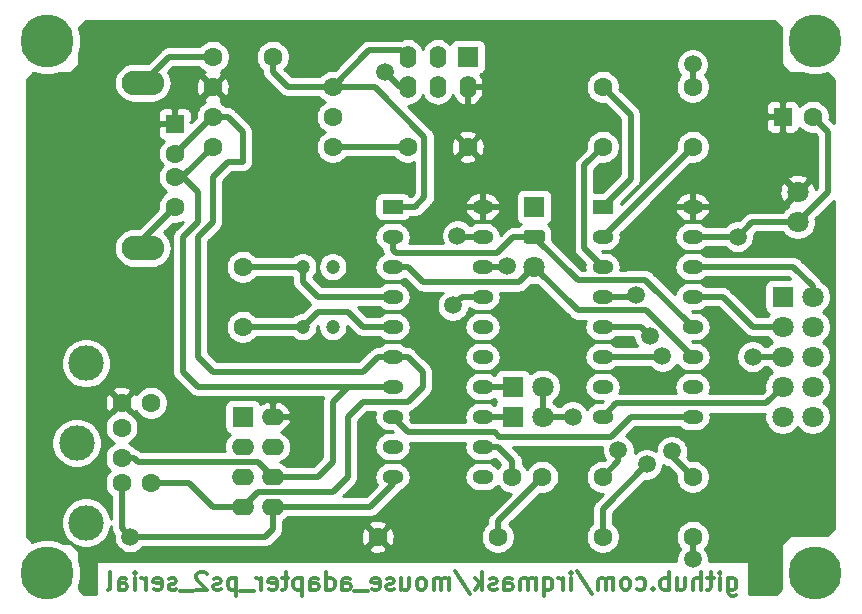
<source format=gbr>
G04 #@! TF.GenerationSoftware,KiCad,Pcbnew,5.1.12-84ad8e8a86~92~ubuntu20.04.1*
G04 #@! TF.CreationDate,2021-12-10T13:48:26+01:00*
G04 #@! TF.ProjectId,mouse,6d6f7573-652e-46b6-9963-61645f706362,1*
G04 #@! TF.SameCoordinates,Original*
G04 #@! TF.FileFunction,Copper,L2,Bot*
G04 #@! TF.FilePolarity,Positive*
%FSLAX46Y46*%
G04 Gerber Fmt 4.6, Leading zero omitted, Abs format (unit mm)*
G04 Created by KiCad (PCBNEW 5.1.12-84ad8e8a86~92~ubuntu20.04.1) date 2021-12-10 13:48:26*
%MOMM*%
%LPD*%
G01*
G04 APERTURE LIST*
G04 #@! TA.AperFunction,NonConductor*
%ADD10C,0.300000*%
G04 #@! TD*
G04 #@! TA.AperFunction,ComponentPad*
%ADD11C,4.500000*%
G04 #@! TD*
G04 #@! TA.AperFunction,ComponentPad*
%ADD12C,3.000000*%
G04 #@! TD*
G04 #@! TA.AperFunction,ComponentPad*
%ADD13C,1.600000*%
G04 #@! TD*
G04 #@! TA.AperFunction,ComponentPad*
%ADD14C,1.200000*%
G04 #@! TD*
G04 #@! TA.AperFunction,ComponentPad*
%ADD15R,1.600000X1.600000*%
G04 #@! TD*
G04 #@! TA.AperFunction,ComponentPad*
%ADD16R,1.800000X1.800000*%
G04 #@! TD*
G04 #@! TA.AperFunction,ComponentPad*
%ADD17C,1.800000*%
G04 #@! TD*
G04 #@! TA.AperFunction,ComponentPad*
%ADD18O,1.400000X1.900000*%
G04 #@! TD*
G04 #@! TA.AperFunction,ComponentPad*
%ADD19O,3.600000X2.100000*%
G04 #@! TD*
G04 #@! TA.AperFunction,ComponentPad*
%ADD20O,1.900000X1.400000*%
G04 #@! TD*
G04 #@! TA.AperFunction,ComponentPad*
%ADD21R,1.800000X1.200000*%
G04 #@! TD*
G04 #@! TA.AperFunction,ComponentPad*
%ADD22O,1.800000X1.200000*%
G04 #@! TD*
G04 #@! TA.AperFunction,ViaPad*
%ADD23C,1.500000*%
G04 #@! TD*
G04 #@! TA.AperFunction,Conductor*
%ADD24C,0.500000*%
G04 #@! TD*
G04 #@! TA.AperFunction,Conductor*
%ADD25C,0.254000*%
G04 #@! TD*
G04 #@! TA.AperFunction,Conductor*
%ADD26C,0.100000*%
G04 #@! TD*
G04 APERTURE END LIST*
D10*
X158647142Y-115938571D02*
X158647142Y-117152857D01*
X158718571Y-117295714D01*
X158790000Y-117367142D01*
X158932857Y-117438571D01*
X159147142Y-117438571D01*
X159290000Y-117367142D01*
X158647142Y-116867142D02*
X158790000Y-116938571D01*
X159075714Y-116938571D01*
X159218571Y-116867142D01*
X159290000Y-116795714D01*
X159361428Y-116652857D01*
X159361428Y-116224285D01*
X159290000Y-116081428D01*
X159218571Y-116010000D01*
X159075714Y-115938571D01*
X158790000Y-115938571D01*
X158647142Y-116010000D01*
X157932857Y-116938571D02*
X157932857Y-115938571D01*
X157932857Y-115438571D02*
X158004285Y-115510000D01*
X157932857Y-115581428D01*
X157861428Y-115510000D01*
X157932857Y-115438571D01*
X157932857Y-115581428D01*
X157432857Y-115938571D02*
X156861428Y-115938571D01*
X157218571Y-115438571D02*
X157218571Y-116724285D01*
X157147142Y-116867142D01*
X157004285Y-116938571D01*
X156861428Y-116938571D01*
X156361428Y-116938571D02*
X156361428Y-115438571D01*
X155718571Y-116938571D02*
X155718571Y-116152857D01*
X155790000Y-116010000D01*
X155932857Y-115938571D01*
X156147142Y-115938571D01*
X156290000Y-116010000D01*
X156361428Y-116081428D01*
X154361428Y-115938571D02*
X154361428Y-116938571D01*
X155004285Y-115938571D02*
X155004285Y-116724285D01*
X154932857Y-116867142D01*
X154790000Y-116938571D01*
X154575714Y-116938571D01*
X154432857Y-116867142D01*
X154361428Y-116795714D01*
X153647142Y-116938571D02*
X153647142Y-115438571D01*
X153647142Y-116010000D02*
X153504285Y-115938571D01*
X153218571Y-115938571D01*
X153075714Y-116010000D01*
X153004285Y-116081428D01*
X152932857Y-116224285D01*
X152932857Y-116652857D01*
X153004285Y-116795714D01*
X153075714Y-116867142D01*
X153218571Y-116938571D01*
X153504285Y-116938571D01*
X153647142Y-116867142D01*
X152290000Y-116795714D02*
X152218571Y-116867142D01*
X152290000Y-116938571D01*
X152361428Y-116867142D01*
X152290000Y-116795714D01*
X152290000Y-116938571D01*
X150932857Y-116867142D02*
X151075714Y-116938571D01*
X151361428Y-116938571D01*
X151504285Y-116867142D01*
X151575714Y-116795714D01*
X151647142Y-116652857D01*
X151647142Y-116224285D01*
X151575714Y-116081428D01*
X151504285Y-116010000D01*
X151361428Y-115938571D01*
X151075714Y-115938571D01*
X150932857Y-116010000D01*
X150075714Y-116938571D02*
X150218571Y-116867142D01*
X150290000Y-116795714D01*
X150361428Y-116652857D01*
X150361428Y-116224285D01*
X150290000Y-116081428D01*
X150218571Y-116010000D01*
X150075714Y-115938571D01*
X149861428Y-115938571D01*
X149718571Y-116010000D01*
X149647142Y-116081428D01*
X149575714Y-116224285D01*
X149575714Y-116652857D01*
X149647142Y-116795714D01*
X149718571Y-116867142D01*
X149861428Y-116938571D01*
X150075714Y-116938571D01*
X148932857Y-116938571D02*
X148932857Y-115938571D01*
X148932857Y-116081428D02*
X148861428Y-116010000D01*
X148718571Y-115938571D01*
X148504285Y-115938571D01*
X148361428Y-116010000D01*
X148290000Y-116152857D01*
X148290000Y-116938571D01*
X148290000Y-116152857D02*
X148218571Y-116010000D01*
X148075714Y-115938571D01*
X147861428Y-115938571D01*
X147718571Y-116010000D01*
X147647142Y-116152857D01*
X147647142Y-116938571D01*
X145861428Y-115367142D02*
X147147142Y-117295714D01*
X145361428Y-116938571D02*
X145361428Y-115938571D01*
X145361428Y-115438571D02*
X145432857Y-115510000D01*
X145361428Y-115581428D01*
X145290000Y-115510000D01*
X145361428Y-115438571D01*
X145361428Y-115581428D01*
X144647142Y-116938571D02*
X144647142Y-115938571D01*
X144647142Y-116224285D02*
X144575714Y-116081428D01*
X144504285Y-116010000D01*
X144361428Y-115938571D01*
X144218571Y-115938571D01*
X143075714Y-115938571D02*
X143075714Y-117438571D01*
X143075714Y-116867142D02*
X143218571Y-116938571D01*
X143504285Y-116938571D01*
X143647142Y-116867142D01*
X143718571Y-116795714D01*
X143790000Y-116652857D01*
X143790000Y-116224285D01*
X143718571Y-116081428D01*
X143647142Y-116010000D01*
X143504285Y-115938571D01*
X143218571Y-115938571D01*
X143075714Y-116010000D01*
X142361428Y-116938571D02*
X142361428Y-115938571D01*
X142361428Y-116081428D02*
X142290000Y-116010000D01*
X142147142Y-115938571D01*
X141932857Y-115938571D01*
X141790000Y-116010000D01*
X141718571Y-116152857D01*
X141718571Y-116938571D01*
X141718571Y-116152857D02*
X141647142Y-116010000D01*
X141504285Y-115938571D01*
X141290000Y-115938571D01*
X141147142Y-116010000D01*
X141075714Y-116152857D01*
X141075714Y-116938571D01*
X139718571Y-116938571D02*
X139718571Y-116152857D01*
X139790000Y-116010000D01*
X139932857Y-115938571D01*
X140218571Y-115938571D01*
X140361428Y-116010000D01*
X139718571Y-116867142D02*
X139861428Y-116938571D01*
X140218571Y-116938571D01*
X140361428Y-116867142D01*
X140432857Y-116724285D01*
X140432857Y-116581428D01*
X140361428Y-116438571D01*
X140218571Y-116367142D01*
X139861428Y-116367142D01*
X139718571Y-116295714D01*
X139075714Y-116867142D02*
X138932857Y-116938571D01*
X138647142Y-116938571D01*
X138504285Y-116867142D01*
X138432857Y-116724285D01*
X138432857Y-116652857D01*
X138504285Y-116510000D01*
X138647142Y-116438571D01*
X138861428Y-116438571D01*
X139004285Y-116367142D01*
X139075714Y-116224285D01*
X139075714Y-116152857D01*
X139004285Y-116010000D01*
X138861428Y-115938571D01*
X138647142Y-115938571D01*
X138504285Y-116010000D01*
X137790000Y-116938571D02*
X137790000Y-115438571D01*
X137647142Y-116367142D02*
X137218571Y-116938571D01*
X137218571Y-115938571D02*
X137790000Y-116510000D01*
X135504285Y-115367142D02*
X136790000Y-117295714D01*
X135004285Y-116938571D02*
X135004285Y-115938571D01*
X135004285Y-116081428D02*
X134932857Y-116010000D01*
X134790000Y-115938571D01*
X134575714Y-115938571D01*
X134432857Y-116010000D01*
X134361428Y-116152857D01*
X134361428Y-116938571D01*
X134361428Y-116152857D02*
X134290000Y-116010000D01*
X134147142Y-115938571D01*
X133932857Y-115938571D01*
X133790000Y-116010000D01*
X133718571Y-116152857D01*
X133718571Y-116938571D01*
X132790000Y-116938571D02*
X132932857Y-116867142D01*
X133004285Y-116795714D01*
X133075714Y-116652857D01*
X133075714Y-116224285D01*
X133004285Y-116081428D01*
X132932857Y-116010000D01*
X132790000Y-115938571D01*
X132575714Y-115938571D01*
X132432857Y-116010000D01*
X132361428Y-116081428D01*
X132290000Y-116224285D01*
X132290000Y-116652857D01*
X132361428Y-116795714D01*
X132432857Y-116867142D01*
X132575714Y-116938571D01*
X132790000Y-116938571D01*
X131004285Y-115938571D02*
X131004285Y-116938571D01*
X131647142Y-115938571D02*
X131647142Y-116724285D01*
X131575714Y-116867142D01*
X131432857Y-116938571D01*
X131218571Y-116938571D01*
X131075714Y-116867142D01*
X131004285Y-116795714D01*
X130361428Y-116867142D02*
X130218571Y-116938571D01*
X129932857Y-116938571D01*
X129789999Y-116867142D01*
X129718571Y-116724285D01*
X129718571Y-116652857D01*
X129789999Y-116510000D01*
X129932857Y-116438571D01*
X130147142Y-116438571D01*
X130289999Y-116367142D01*
X130361428Y-116224285D01*
X130361428Y-116152857D01*
X130289999Y-116010000D01*
X130147142Y-115938571D01*
X129932857Y-115938571D01*
X129789999Y-116010000D01*
X128504285Y-116867142D02*
X128647142Y-116938571D01*
X128932857Y-116938571D01*
X129075714Y-116867142D01*
X129147142Y-116724285D01*
X129147142Y-116152857D01*
X129075714Y-116010000D01*
X128932857Y-115938571D01*
X128647142Y-115938571D01*
X128504285Y-116010000D01*
X128432857Y-116152857D01*
X128432857Y-116295714D01*
X129147142Y-116438571D01*
X128147142Y-117081428D02*
X127004285Y-117081428D01*
X126004285Y-116938571D02*
X126004285Y-116152857D01*
X126075714Y-116010000D01*
X126218571Y-115938571D01*
X126504285Y-115938571D01*
X126647142Y-116010000D01*
X126004285Y-116867142D02*
X126147142Y-116938571D01*
X126504285Y-116938571D01*
X126647142Y-116867142D01*
X126718571Y-116724285D01*
X126718571Y-116581428D01*
X126647142Y-116438571D01*
X126504285Y-116367142D01*
X126147142Y-116367142D01*
X126004285Y-116295714D01*
X124647142Y-116938571D02*
X124647142Y-115438571D01*
X124647142Y-116867142D02*
X124789999Y-116938571D01*
X125075714Y-116938571D01*
X125218571Y-116867142D01*
X125289999Y-116795714D01*
X125361428Y-116652857D01*
X125361428Y-116224285D01*
X125289999Y-116081428D01*
X125218571Y-116010000D01*
X125075714Y-115938571D01*
X124789999Y-115938571D01*
X124647142Y-116010000D01*
X123289999Y-116938571D02*
X123289999Y-116152857D01*
X123361428Y-116010000D01*
X123504285Y-115938571D01*
X123789999Y-115938571D01*
X123932857Y-116010000D01*
X123289999Y-116867142D02*
X123432857Y-116938571D01*
X123789999Y-116938571D01*
X123932857Y-116867142D01*
X124004285Y-116724285D01*
X124004285Y-116581428D01*
X123932857Y-116438571D01*
X123789999Y-116367142D01*
X123432857Y-116367142D01*
X123289999Y-116295714D01*
X122575714Y-115938571D02*
X122575714Y-117438571D01*
X122575714Y-116010000D02*
X122432857Y-115938571D01*
X122147142Y-115938571D01*
X122004285Y-116010000D01*
X121932857Y-116081428D01*
X121861428Y-116224285D01*
X121861428Y-116652857D01*
X121932857Y-116795714D01*
X122004285Y-116867142D01*
X122147142Y-116938571D01*
X122432857Y-116938571D01*
X122575714Y-116867142D01*
X121432857Y-115938571D02*
X120861428Y-115938571D01*
X121218571Y-115438571D02*
X121218571Y-116724285D01*
X121147142Y-116867142D01*
X121004285Y-116938571D01*
X120861428Y-116938571D01*
X119789999Y-116867142D02*
X119932857Y-116938571D01*
X120218571Y-116938571D01*
X120361428Y-116867142D01*
X120432857Y-116724285D01*
X120432857Y-116152857D01*
X120361428Y-116010000D01*
X120218571Y-115938571D01*
X119932857Y-115938571D01*
X119789999Y-116010000D01*
X119718571Y-116152857D01*
X119718571Y-116295714D01*
X120432857Y-116438571D01*
X119075714Y-116938571D02*
X119075714Y-115938571D01*
X119075714Y-116224285D02*
X119004285Y-116081428D01*
X118932857Y-116010000D01*
X118789999Y-115938571D01*
X118647142Y-115938571D01*
X118504285Y-117081428D02*
X117361428Y-117081428D01*
X117004285Y-115938571D02*
X117004285Y-117438571D01*
X117004285Y-116010000D02*
X116861428Y-115938571D01*
X116575714Y-115938571D01*
X116432857Y-116010000D01*
X116361428Y-116081428D01*
X116289999Y-116224285D01*
X116289999Y-116652857D01*
X116361428Y-116795714D01*
X116432857Y-116867142D01*
X116575714Y-116938571D01*
X116861428Y-116938571D01*
X117004285Y-116867142D01*
X115718571Y-116867142D02*
X115575714Y-116938571D01*
X115289999Y-116938571D01*
X115147142Y-116867142D01*
X115075714Y-116724285D01*
X115075714Y-116652857D01*
X115147142Y-116510000D01*
X115289999Y-116438571D01*
X115504285Y-116438571D01*
X115647142Y-116367142D01*
X115718571Y-116224285D01*
X115718571Y-116152857D01*
X115647142Y-116010000D01*
X115504285Y-115938571D01*
X115289999Y-115938571D01*
X115147142Y-116010000D01*
X114504285Y-115581428D02*
X114432857Y-115510000D01*
X114289999Y-115438571D01*
X113932857Y-115438571D01*
X113789999Y-115510000D01*
X113718571Y-115581428D01*
X113647142Y-115724285D01*
X113647142Y-115867142D01*
X113718571Y-116081428D01*
X114575714Y-116938571D01*
X113647142Y-116938571D01*
X113361428Y-117081428D02*
X112218571Y-117081428D01*
X111932857Y-116867142D02*
X111789999Y-116938571D01*
X111504285Y-116938571D01*
X111361428Y-116867142D01*
X111289999Y-116724285D01*
X111289999Y-116652857D01*
X111361428Y-116510000D01*
X111504285Y-116438571D01*
X111718571Y-116438571D01*
X111861428Y-116367142D01*
X111932857Y-116224285D01*
X111932857Y-116152857D01*
X111861428Y-116010000D01*
X111718571Y-115938571D01*
X111504285Y-115938571D01*
X111361428Y-116010000D01*
X110075714Y-116867142D02*
X110218571Y-116938571D01*
X110504285Y-116938571D01*
X110647142Y-116867142D01*
X110718571Y-116724285D01*
X110718571Y-116152857D01*
X110647142Y-116010000D01*
X110504285Y-115938571D01*
X110218571Y-115938571D01*
X110075714Y-116010000D01*
X110004285Y-116152857D01*
X110004285Y-116295714D01*
X110718571Y-116438571D01*
X109361428Y-116938571D02*
X109361428Y-115938571D01*
X109361428Y-116224285D02*
X109289999Y-116081428D01*
X109218571Y-116010000D01*
X109075714Y-115938571D01*
X108932857Y-115938571D01*
X108432857Y-116938571D02*
X108432857Y-115938571D01*
X108432857Y-115438571D02*
X108504285Y-115510000D01*
X108432857Y-115581428D01*
X108361428Y-115510000D01*
X108432857Y-115438571D01*
X108432857Y-115581428D01*
X107075714Y-116938571D02*
X107075714Y-116152857D01*
X107147142Y-116010000D01*
X107289999Y-115938571D01*
X107575714Y-115938571D01*
X107718571Y-116010000D01*
X107075714Y-116867142D02*
X107218571Y-116938571D01*
X107575714Y-116938571D01*
X107718571Y-116867142D01*
X107789999Y-116724285D01*
X107789999Y-116581428D01*
X107718571Y-116438571D01*
X107575714Y-116367142D01*
X107218571Y-116367142D01*
X107075714Y-116295714D01*
X106147142Y-116938571D02*
X106289999Y-116867142D01*
X106361428Y-116724285D01*
X106361428Y-115438571D01*
D11*
X101000000Y-115500000D03*
X166000000Y-115500000D03*
X166000000Y-70500000D03*
X101000000Y-70500000D03*
D12*
X104300000Y-97750000D03*
X104300000Y-111250000D03*
X103500000Y-104500000D03*
D13*
X109800000Y-101100000D03*
X109800000Y-107900000D03*
X107300000Y-101100000D03*
X107300000Y-107900000D03*
X107300000Y-103200000D03*
X107300000Y-105800000D03*
D14*
X125170000Y-94670000D03*
X122630000Y-94670000D03*
X122630000Y-89590000D03*
X125170000Y-89590000D03*
D13*
X136600000Y-79430000D03*
X131520000Y-79430000D03*
X155650000Y-74350000D03*
X155650000Y-79430000D03*
X155650000Y-107370000D03*
X155650000Y-112450000D03*
X148030000Y-74350000D03*
X148030000Y-79430000D03*
X148030000Y-107370000D03*
X148030000Y-112450000D03*
D15*
X163270000Y-76890000D03*
D13*
X165810000Y-76890000D03*
X142924366Y-107360989D03*
X140384366Y-107360989D03*
D16*
X140410000Y-102290000D03*
D17*
X142950000Y-102290000D03*
X142950000Y-99750000D03*
D16*
X140410000Y-99750000D03*
X136600000Y-71810000D03*
D18*
X136600000Y-74350000D03*
X134060000Y-71810000D03*
X134060000Y-74350000D03*
X131520000Y-71810000D03*
X131520000Y-74350000D03*
D17*
X164540000Y-85800320D03*
X164540000Y-83260320D03*
D19*
X109100000Y-88000000D03*
X109100000Y-74000000D03*
D13*
X111810000Y-80000000D03*
X111810000Y-82000000D03*
X111810000Y-84500000D03*
D15*
X111810000Y-77500000D03*
D16*
X142240000Y-84510000D03*
G04 #@! TA.AperFunction,ComponentPad*
G36*
G01*
X141640000Y-86450000D02*
X142840000Y-86450000D01*
G75*
G02*
X143140000Y-86750000I0J-300000D01*
G01*
X143140000Y-87350000D01*
G75*
G02*
X142840000Y-87650000I-300000J0D01*
G01*
X141640000Y-87650000D01*
G75*
G02*
X141340000Y-87350000I0J300000D01*
G01*
X141340000Y-86750000D01*
G75*
G02*
X141640000Y-86450000I300000J0D01*
G01*
G37*
G04 #@! TD.AperFunction*
D17*
X142240000Y-89590000D03*
D16*
X117550000Y-102290000D03*
D20*
X120090000Y-102290000D03*
X117550000Y-104830000D03*
X120090000Y-104830000D03*
X117550000Y-107370000D03*
X120090000Y-107370000D03*
X117550000Y-109910000D03*
X120090000Y-109910000D03*
D16*
X163270000Y-92130000D03*
D17*
X165810000Y-92130000D03*
X163270000Y-94670000D03*
X165810000Y-94670000D03*
X163270000Y-97210000D03*
X165810000Y-97210000D03*
X163270000Y-99750000D03*
X165810000Y-99750000D03*
X163270000Y-102290000D03*
X165810000Y-102290000D03*
D13*
X125170000Y-74350000D03*
X115010000Y-74350000D03*
X128980000Y-112450000D03*
X139140000Y-112450000D03*
X125170000Y-76890000D03*
X115010000Y-76890000D03*
X115010000Y-79430000D03*
X125170000Y-79430000D03*
X117550000Y-89590000D03*
X117550000Y-94670000D03*
D21*
X148030000Y-84510000D03*
D22*
X148030000Y-87050000D03*
X148030000Y-89590000D03*
X155650000Y-89590000D03*
X155650000Y-87050000D03*
X155650000Y-84510000D03*
X148030000Y-92130000D03*
X155650000Y-92130000D03*
X148030000Y-94670000D03*
X155650000Y-94670000D03*
X148030000Y-97210000D03*
X155650000Y-97210000D03*
X148030000Y-99750000D03*
X155650000Y-99750000D03*
X148030000Y-102290000D03*
X155650000Y-102290000D03*
D21*
X130250000Y-84510000D03*
D22*
X130250000Y-87050000D03*
X130250000Y-89590000D03*
X137870000Y-89590000D03*
X137870000Y-87050000D03*
X137870000Y-84510000D03*
X130250000Y-92130000D03*
X137870000Y-92130000D03*
X130250000Y-94670000D03*
X137870000Y-94670000D03*
X130250000Y-97210000D03*
X137870000Y-97210000D03*
X130250000Y-99750000D03*
X137870000Y-99750000D03*
X130250000Y-102290000D03*
X137870000Y-102290000D03*
X130250000Y-104830000D03*
X137870000Y-104830000D03*
X130250000Y-107370000D03*
X137870000Y-107370000D03*
D13*
X115010000Y-71810000D03*
X120090000Y-71810000D03*
D23*
X108025000Y-112450000D03*
X159460000Y-87050000D03*
X160730000Y-97210000D03*
X155650000Y-114355000D03*
X145490000Y-102290000D03*
X129615000Y-73080000D03*
X155650000Y-72445000D03*
X153897398Y-105211000D03*
X153089210Y-97184600D03*
X149376200Y-105134800D03*
X150895930Y-91980000D03*
X151763800Y-106328600D03*
X152016303Y-95414796D03*
X139902000Y-89539200D03*
X135736400Y-86948400D03*
X135355400Y-92866600D03*
D24*
X107300000Y-107900000D02*
X107300000Y-111725000D01*
X107300000Y-111725000D02*
X108025000Y-112450000D01*
X120090000Y-109910000D02*
X120090000Y-111815000D01*
X119455000Y-112450000D02*
X108025000Y-112450000D01*
X120090000Y-111815000D02*
X119455000Y-112450000D01*
X120090000Y-109910000D02*
X128345000Y-109910000D01*
X130250000Y-108005000D02*
X130250000Y-107370000D01*
X128345000Y-109910000D02*
X130250000Y-108005000D01*
X155650000Y-87050000D02*
X159460000Y-87050000D01*
X160709680Y-85800320D02*
X159460000Y-87050000D01*
X164540000Y-85800320D02*
X160709680Y-85800320D01*
X163270000Y-97210000D02*
X160730000Y-97210000D01*
X155650000Y-112450000D02*
X155650000Y-114355000D01*
X142950000Y-102290000D02*
X145490000Y-102290000D01*
X142950000Y-99750000D02*
X142950000Y-102290000D01*
X130885000Y-74350000D02*
X129615000Y-73080000D01*
X131520000Y-74350000D02*
X130885000Y-74350000D01*
X109100000Y-87210000D02*
X109100000Y-88000000D01*
X111810000Y-84500000D02*
X109100000Y-87210000D01*
X111290000Y-71810000D02*
X109100000Y-74000000D01*
X115010000Y-71810000D02*
X111290000Y-71810000D01*
X131520000Y-79430000D02*
X125170000Y-79430000D01*
X155650000Y-74350000D02*
X155650000Y-72445000D01*
X164540000Y-85800320D02*
X167080000Y-83260320D01*
X167080000Y-78160000D02*
X165810000Y-76890000D01*
X167080000Y-83260320D02*
X167080000Y-78160000D01*
X125170000Y-74350000D02*
X128268800Y-71251200D01*
X120090000Y-71810000D02*
X120090000Y-73080000D01*
X121360000Y-74350000D02*
X125170000Y-74350000D01*
X120090000Y-73080000D02*
X121360000Y-74350000D01*
X130961200Y-71251200D02*
X131520000Y-71810000D01*
X128268800Y-71251200D02*
X130961200Y-71251200D01*
X128726000Y-74350000D02*
X125170000Y-74350000D01*
X132942400Y-78566400D02*
X128726000Y-74350000D01*
X132942400Y-83722600D02*
X132942400Y-78566400D01*
X132155000Y-84510000D02*
X132942400Y-83722600D01*
X130250000Y-84510000D02*
X132155000Y-84510000D01*
X117550000Y-94670000D02*
X122630000Y-94670000D01*
X122630000Y-94670000D02*
X123900000Y-93400000D01*
X123900000Y-93400000D02*
X126440000Y-93400000D01*
X126440000Y-93400000D02*
X127710000Y-94670000D01*
X127710000Y-94670000D02*
X130250000Y-94670000D01*
X130250000Y-92130000D02*
X123900000Y-92130000D01*
X123900000Y-92130000D02*
X122630000Y-90860000D01*
X122630000Y-90860000D02*
X122630000Y-89590000D01*
X122630000Y-89590000D02*
X117550000Y-89590000D01*
X148030000Y-87050000D02*
X155650000Y-79430000D01*
X155650000Y-107370000D02*
X153897398Y-105617398D01*
X153897398Y-105617398D02*
X153897398Y-105211000D01*
X148030000Y-97210000D02*
X153063810Y-97210000D01*
X153063810Y-97210000D02*
X153089210Y-97184600D01*
X148030000Y-84510000D02*
X150417600Y-82122400D01*
X150417600Y-76737600D02*
X148030000Y-74350000D01*
X150417600Y-82122400D02*
X150417600Y-76737600D01*
X146455200Y-88015200D02*
X148030000Y-89590000D01*
X148030000Y-79430000D02*
X146455200Y-81004800D01*
X146455200Y-81004800D02*
X146455200Y-88015200D01*
X148030000Y-107370000D02*
X147903000Y-107370000D01*
X148030000Y-107370000D02*
X149376200Y-106023800D01*
X149376200Y-106023800D02*
X149376200Y-105134800D01*
X148030000Y-92130000D02*
X150745930Y-92130000D01*
X150745930Y-92130000D02*
X150895930Y-91980000D01*
X148030000Y-112450000D02*
X148030000Y-110062400D01*
X148030000Y-110062400D02*
X151763800Y-106328600D01*
X148030000Y-94670000D02*
X151271507Y-94670000D01*
X151271507Y-94670000D02*
X152016303Y-95414796D01*
X139140000Y-111145355D02*
X142924366Y-107360989D01*
X139140000Y-112450000D02*
X139140000Y-111145355D01*
X137870000Y-104830000D02*
X139140000Y-104830000D01*
X140384366Y-106074366D02*
X140384366Y-107360989D01*
X139140000Y-104830000D02*
X140384366Y-106074366D01*
X140410000Y-102290000D02*
X137870000Y-102290000D01*
X137870000Y-99750000D02*
X140410000Y-99750000D01*
X139851200Y-89590000D02*
X139902000Y-89539200D01*
X137870000Y-89590000D02*
X139851200Y-89590000D01*
X135838000Y-87050000D02*
X135736400Y-86948400D01*
X137870000Y-87050000D02*
X135838000Y-87050000D01*
X136092000Y-92130000D02*
X135355400Y-92866600D01*
X137870000Y-92130000D02*
X136092000Y-92130000D01*
X109800000Y-107900000D02*
X113000000Y-107900000D01*
X115010000Y-109910000D02*
X117550000Y-109910000D01*
X113000000Y-107900000D02*
X115010000Y-109910000D01*
X114920000Y-76890000D02*
X115010000Y-76890000D01*
X111810000Y-80000000D02*
X114920000Y-76890000D01*
X115010000Y-76890000D02*
X116280000Y-76890000D01*
X116280000Y-76890000D02*
X117550000Y-78160000D01*
X117550000Y-78160000D02*
X117550000Y-80700000D01*
X117550000Y-80700000D02*
X116280000Y-80700000D01*
X116280000Y-80700000D02*
X115010000Y-81970000D01*
X115010000Y-81970000D02*
X115010000Y-85780000D01*
X115010000Y-85780000D02*
X113740000Y-87050000D01*
X113740000Y-87050000D02*
X113740000Y-97210000D01*
X113740000Y-97210000D02*
X115010000Y-98480000D01*
X115010000Y-98480000D02*
X127710000Y-98480000D01*
X128980000Y-97210000D02*
X130250000Y-97210000D01*
X127710000Y-98480000D02*
X128980000Y-97210000D01*
X131520000Y-97210000D02*
X130250000Y-97210000D01*
X132790000Y-99750000D02*
X132790000Y-98480000D01*
X132790000Y-98480000D02*
X131520000Y-97210000D01*
X131520000Y-101020000D02*
X132790000Y-99750000D01*
X126440000Y-102290000D02*
X127710000Y-101020000D01*
X126440000Y-107370000D02*
X126440000Y-102290000D01*
X127710000Y-101020000D02*
X131520000Y-101020000D01*
X125170000Y-108640000D02*
X126440000Y-107370000D01*
X118820000Y-108640000D02*
X125170000Y-108640000D01*
X117550000Y-109910000D02*
X118820000Y-108640000D01*
X130250000Y-99750000D02*
X126440000Y-99750000D01*
X126440000Y-99750000D02*
X125170000Y-101020000D01*
X125170000Y-101020000D02*
X125170000Y-106100000D01*
X123900000Y-107370000D02*
X120090000Y-107370000D01*
X125170000Y-106100000D02*
X123900000Y-107370000D01*
X120090000Y-107370000D02*
X118820000Y-106100000D01*
X107300000Y-105800000D02*
X108360000Y-105800000D01*
X108360000Y-105800000D02*
X108660000Y-106100000D01*
X108660000Y-106100000D02*
X118820000Y-106100000D01*
X126440000Y-99750000D02*
X113740000Y-99750000D01*
X113740000Y-99750000D02*
X112470000Y-98480000D01*
X112470000Y-98480000D02*
X112470000Y-87050000D01*
X112470000Y-87050000D02*
X113740000Y-85780000D01*
X113740000Y-85780000D02*
X113740000Y-83240000D01*
X112500000Y-82000000D02*
X111810000Y-82000000D01*
X113740000Y-83240000D02*
X112500000Y-82000000D01*
X111810000Y-82000000D02*
X112440000Y-82000000D01*
X112440000Y-82000000D02*
X115010000Y-79430000D01*
X130539990Y-88439990D02*
X139077206Y-88439990D01*
X130250000Y-87050000D02*
X130250000Y-88150000D01*
X130250000Y-88150000D02*
X130539990Y-88439990D01*
X139077206Y-88439990D02*
X140467196Y-87050000D01*
X140467196Y-87050000D02*
X142240000Y-87050000D01*
X145935837Y-90745837D02*
X150206091Y-90745837D01*
X150206091Y-90745837D02*
X150271929Y-90679999D01*
X150271929Y-90679999D02*
X151659999Y-90679999D01*
X142240000Y-87050000D02*
X145935837Y-90745837D01*
X151659999Y-90679999D02*
X155650000Y-94670000D01*
X140939198Y-90890802D02*
X142240000Y-89590000D01*
X130250000Y-89590000D02*
X131520000Y-89590000D01*
X131520000Y-89590000D02*
X132820802Y-90890802D01*
X132820802Y-90890802D02*
X140939198Y-90890802D01*
X151720010Y-93280010D02*
X155650000Y-97210000D01*
X142240000Y-89590000D02*
X145930010Y-93280010D01*
X145930010Y-93280010D02*
X151720010Y-93280010D01*
X164184400Y-89590000D02*
X155650000Y-89590000D01*
X165810000Y-91215600D02*
X164184400Y-89590000D01*
X165810000Y-92130000D02*
X165810000Y-91215600D01*
X163270000Y-94670000D02*
X160730000Y-94670000D01*
X158190000Y-92130000D02*
X155650000Y-92130000D01*
X160730000Y-94670000D02*
X158190000Y-92130000D01*
X161880010Y-101139990D02*
X163270000Y-99750000D01*
X149180010Y-101139990D02*
X161880010Y-101139990D01*
X148030000Y-102290000D02*
X149180010Y-101139990D01*
X138915398Y-103585400D02*
X131545400Y-103585400D01*
X131545400Y-103585400D02*
X130250000Y-102290000D01*
X139296398Y-103966400D02*
X138915398Y-103585400D01*
X148741200Y-103966400D02*
X139296398Y-103966400D01*
X150417600Y-102290000D02*
X148741200Y-103966400D01*
X155650000Y-102290000D02*
X150417600Y-102290000D01*
D25*
X163143000Y-69322606D02*
X163143000Y-70075087D01*
X163115000Y-70215852D01*
X163115000Y-70784148D01*
X163143000Y-70924913D01*
X163143000Y-72445000D01*
X163145440Y-72469776D01*
X163152667Y-72493601D01*
X163164403Y-72515557D01*
X163180197Y-72534803D01*
X163815197Y-73169803D01*
X163834443Y-73185597D01*
X163856399Y-73197333D01*
X163880224Y-73204560D01*
X163905000Y-73207000D01*
X164996408Y-73207000D01*
X165158477Y-73274131D01*
X165715852Y-73385000D01*
X166284148Y-73385000D01*
X166841523Y-73274131D01*
X167003592Y-73207000D01*
X167027394Y-73207000D01*
X167588000Y-73767606D01*
X167588000Y-77416421D01*
X167238017Y-77066439D01*
X167245000Y-77031335D01*
X167245000Y-76748665D01*
X167189853Y-76471426D01*
X167081680Y-76210273D01*
X166924637Y-75975241D01*
X166724759Y-75775363D01*
X166489727Y-75618320D01*
X166228574Y-75510147D01*
X165951335Y-75455000D01*
X165668665Y-75455000D01*
X165391426Y-75510147D01*
X165130273Y-75618320D01*
X164895241Y-75775363D01*
X164696643Y-75973961D01*
X164695812Y-75965518D01*
X164659502Y-75845820D01*
X164600537Y-75735506D01*
X164521185Y-75638815D01*
X164424494Y-75559463D01*
X164314180Y-75500498D01*
X164194482Y-75464188D01*
X164070000Y-75451928D01*
X163555750Y-75455000D01*
X163397000Y-75613750D01*
X163397000Y-76763000D01*
X163417000Y-76763000D01*
X163417000Y-77017000D01*
X163397000Y-77017000D01*
X163397000Y-78166250D01*
X163555750Y-78325000D01*
X164070000Y-78328072D01*
X164194482Y-78315812D01*
X164314180Y-78279502D01*
X164424494Y-78220537D01*
X164521185Y-78141185D01*
X164600537Y-78044494D01*
X164659502Y-77934180D01*
X164695812Y-77814482D01*
X164696643Y-77806039D01*
X164895241Y-78004637D01*
X165130273Y-78161680D01*
X165391426Y-78269853D01*
X165668665Y-78325000D01*
X165951335Y-78325000D01*
X165986439Y-78318017D01*
X166195001Y-78526580D01*
X166195000Y-82893741D01*
X166057820Y-83030921D01*
X166038397Y-82894413D01*
X165938222Y-82609121D01*
X165858261Y-82459528D01*
X165604080Y-82375845D01*
X164719605Y-83260320D01*
X164733748Y-83274463D01*
X164554143Y-83454068D01*
X164540000Y-83439925D01*
X163655525Y-84324400D01*
X163715105Y-84505369D01*
X163561495Y-84608008D01*
X163347688Y-84821815D01*
X163285210Y-84915320D01*
X160753145Y-84915320D01*
X160709679Y-84911039D01*
X160666213Y-84915320D01*
X160666203Y-84915320D01*
X160536190Y-84928125D01*
X160369367Y-84978731D01*
X160215621Y-85060909D01*
X160215619Y-85060910D01*
X160215620Y-85060910D01*
X160114633Y-85143788D01*
X160114631Y-85143790D01*
X160080863Y-85171503D01*
X160053150Y-85205271D01*
X159593421Y-85665000D01*
X159323589Y-85665000D01*
X159056011Y-85718225D01*
X158803957Y-85822629D01*
X158577114Y-85974201D01*
X158386315Y-86165000D01*
X156818366Y-86165000D01*
X156639449Y-86018167D01*
X156424901Y-85903489D01*
X156192102Y-85832870D01*
X156010665Y-85815000D01*
X155289335Y-85815000D01*
X155107898Y-85832870D01*
X154875099Y-85903489D01*
X154660551Y-86018167D01*
X154472498Y-86172498D01*
X154318167Y-86360551D01*
X154203489Y-86575099D01*
X154132870Y-86807898D01*
X154109025Y-87050000D01*
X154132870Y-87292102D01*
X154203489Y-87524901D01*
X154318167Y-87739449D01*
X154472498Y-87927502D01*
X154660551Y-88081833D01*
X154875099Y-88196511D01*
X155107898Y-88267130D01*
X155289335Y-88285000D01*
X156010665Y-88285000D01*
X156192102Y-88267130D01*
X156424901Y-88196511D01*
X156639449Y-88081833D01*
X156818366Y-87935000D01*
X158386315Y-87935000D01*
X158577114Y-88125799D01*
X158803957Y-88277371D01*
X159056011Y-88381775D01*
X159323589Y-88435000D01*
X159596411Y-88435000D01*
X159863989Y-88381775D01*
X160116043Y-88277371D01*
X160342886Y-88125799D01*
X160535799Y-87932886D01*
X160687371Y-87706043D01*
X160791775Y-87453989D01*
X160845000Y-87186411D01*
X160845000Y-86916579D01*
X161076259Y-86685320D01*
X163285210Y-86685320D01*
X163347688Y-86778825D01*
X163561495Y-86992632D01*
X163812905Y-87160619D01*
X164092257Y-87276331D01*
X164388816Y-87335320D01*
X164691184Y-87335320D01*
X164987743Y-87276331D01*
X165267095Y-87160619D01*
X165518505Y-86992632D01*
X165732312Y-86778825D01*
X165900299Y-86527415D01*
X166016011Y-86248063D01*
X166075000Y-85951504D01*
X166075000Y-85649136D01*
X166053060Y-85538838D01*
X167588000Y-84003899D01*
X167588000Y-111762394D01*
X167027394Y-112323000D01*
X163905000Y-112323000D01*
X163880224Y-112325440D01*
X163856399Y-112332667D01*
X163834443Y-112344403D01*
X163815197Y-112360197D01*
X163180197Y-112995197D01*
X163164403Y-113014443D01*
X163152667Y-113036399D01*
X163145440Y-113060224D01*
X163143000Y-113085000D01*
X163143000Y-115075087D01*
X163115000Y-115215852D01*
X163115000Y-115784148D01*
X163143000Y-115924913D01*
X163143000Y-116842394D01*
X162695394Y-117290000D01*
X160432143Y-117290000D01*
X160432143Y-114470000D01*
X157035000Y-114470000D01*
X157035000Y-114218589D01*
X156981775Y-113951011D01*
X156877371Y-113698957D01*
X156725799Y-113472114D01*
X156691541Y-113437856D01*
X156764637Y-113364759D01*
X156921680Y-113129727D01*
X157029853Y-112868574D01*
X157085000Y-112591335D01*
X157085000Y-112308665D01*
X157029853Y-112031426D01*
X156921680Y-111770273D01*
X156764637Y-111535241D01*
X156564759Y-111335363D01*
X156329727Y-111178320D01*
X156068574Y-111070147D01*
X155791335Y-111015000D01*
X155508665Y-111015000D01*
X155231426Y-111070147D01*
X154970273Y-111178320D01*
X154735241Y-111335363D01*
X154535363Y-111535241D01*
X154378320Y-111770273D01*
X154270147Y-112031426D01*
X154215000Y-112308665D01*
X154215000Y-112591335D01*
X154270147Y-112868574D01*
X154378320Y-113129727D01*
X154535363Y-113364759D01*
X154608460Y-113437856D01*
X154574201Y-113472114D01*
X154422629Y-113698957D01*
X154318225Y-113951011D01*
X154265000Y-114218589D01*
X154265000Y-114470000D01*
X105147857Y-114470000D01*
X105147857Y-117290000D01*
X104154606Y-117290000D01*
X103707000Y-116842394D01*
X103707000Y-116503592D01*
X103774131Y-116341523D01*
X103885000Y-115784148D01*
X103885000Y-115215852D01*
X103774131Y-114658477D01*
X103707000Y-114496408D01*
X103707000Y-113720000D01*
X103704560Y-113695224D01*
X103697333Y-113671399D01*
X103685597Y-113649443D01*
X103669803Y-113630197D01*
X103034803Y-112995197D01*
X103015557Y-112979403D01*
X102993601Y-112967667D01*
X102969776Y-112960440D01*
X102945000Y-112958000D01*
X102388491Y-112958000D01*
X102366560Y-112943346D01*
X101841523Y-112725869D01*
X101284148Y-112615000D01*
X100715852Y-112615000D01*
X100158477Y-112725869D01*
X99756839Y-112892233D01*
X99262000Y-112397394D01*
X99262000Y-111039721D01*
X102165000Y-111039721D01*
X102165000Y-111460279D01*
X102247047Y-111872756D01*
X102407988Y-112261302D01*
X102641637Y-112610983D01*
X102939017Y-112908363D01*
X103288698Y-113142012D01*
X103677244Y-113302953D01*
X104089721Y-113385000D01*
X104510279Y-113385000D01*
X104922756Y-113302953D01*
X105311302Y-113142012D01*
X105660983Y-112908363D01*
X105958363Y-112610983D01*
X106192012Y-112261302D01*
X106352953Y-111872756D01*
X106415001Y-111560821D01*
X106415001Y-111681521D01*
X106410719Y-111725000D01*
X106427805Y-111898490D01*
X106478412Y-112065313D01*
X106560590Y-112219059D01*
X106640000Y-112315820D01*
X106640000Y-112586411D01*
X106693225Y-112853989D01*
X106797629Y-113106043D01*
X106949201Y-113332886D01*
X107142114Y-113525799D01*
X107368957Y-113677371D01*
X107621011Y-113781775D01*
X107888589Y-113835000D01*
X108161411Y-113835000D01*
X108428989Y-113781775D01*
X108681043Y-113677371D01*
X108907886Y-113525799D01*
X108990983Y-113442702D01*
X128166903Y-113442702D01*
X128238486Y-113686671D01*
X128493996Y-113807571D01*
X128768184Y-113876300D01*
X129050512Y-113890217D01*
X129330130Y-113848787D01*
X129596292Y-113753603D01*
X129721514Y-113686671D01*
X129793097Y-113442702D01*
X128980000Y-112629605D01*
X128166903Y-113442702D01*
X108990983Y-113442702D01*
X109098685Y-113335000D01*
X119411531Y-113335000D01*
X119455000Y-113339281D01*
X119498469Y-113335000D01*
X119498477Y-113335000D01*
X119628490Y-113322195D01*
X119795313Y-113271589D01*
X119949059Y-113189411D01*
X120083817Y-113078817D01*
X120111534Y-113045044D01*
X120636066Y-112520512D01*
X127539783Y-112520512D01*
X127581213Y-112800130D01*
X127676397Y-113066292D01*
X127743329Y-113191514D01*
X127987298Y-113263097D01*
X128800395Y-112450000D01*
X129159605Y-112450000D01*
X129972702Y-113263097D01*
X130216671Y-113191514D01*
X130337571Y-112936004D01*
X130406300Y-112661816D01*
X130420217Y-112379488D01*
X130378787Y-112099870D01*
X130283603Y-111833708D01*
X130216671Y-111708486D01*
X129972702Y-111636903D01*
X129159605Y-112450000D01*
X128800395Y-112450000D01*
X127987298Y-111636903D01*
X127743329Y-111708486D01*
X127622429Y-111963996D01*
X127553700Y-112238184D01*
X127539783Y-112520512D01*
X120636066Y-112520512D01*
X120685049Y-112471530D01*
X120718817Y-112443817D01*
X120829411Y-112309059D01*
X120850077Y-112270395D01*
X120911589Y-112155314D01*
X120962195Y-111988490D01*
X120964607Y-111963996D01*
X120975000Y-111858477D01*
X120975000Y-111858469D01*
X120979281Y-111815000D01*
X120975000Y-111771531D01*
X120975000Y-111457298D01*
X128166903Y-111457298D01*
X128980000Y-112270395D01*
X129793097Y-111457298D01*
X129721514Y-111213329D01*
X129466004Y-111092429D01*
X129191816Y-111023700D01*
X128909488Y-111009783D01*
X128629870Y-111051213D01*
X128363708Y-111146397D01*
X128238486Y-111213329D01*
X128166903Y-111457298D01*
X120975000Y-111457298D01*
X120975000Y-111084326D01*
X121085275Y-111025382D01*
X121288555Y-110858555D01*
X121340713Y-110795000D01*
X128301531Y-110795000D01*
X128345000Y-110799281D01*
X128388469Y-110795000D01*
X128388477Y-110795000D01*
X128518490Y-110782195D01*
X128685313Y-110731589D01*
X128839059Y-110649411D01*
X128973817Y-110538817D01*
X129001534Y-110505044D01*
X130845050Y-108661529D01*
X130878817Y-108633817D01*
X130911235Y-108594317D01*
X130958577Y-108536630D01*
X131024901Y-108516511D01*
X131239449Y-108401833D01*
X131427502Y-108247502D01*
X131581833Y-108059449D01*
X131696511Y-107844901D01*
X131767130Y-107612102D01*
X131790975Y-107370000D01*
X131767130Y-107127898D01*
X131696511Y-106895099D01*
X131581833Y-106680551D01*
X131427502Y-106492498D01*
X131239449Y-106338167D01*
X131024901Y-106223489D01*
X130792102Y-106152870D01*
X130610665Y-106135000D01*
X129889335Y-106135000D01*
X129707898Y-106152870D01*
X129475099Y-106223489D01*
X129260551Y-106338167D01*
X129072498Y-106492498D01*
X128918167Y-106680551D01*
X128803489Y-106895099D01*
X128732870Y-107127898D01*
X128709025Y-107370000D01*
X128732870Y-107612102D01*
X128803489Y-107844901D01*
X128918167Y-108059449D01*
X128929799Y-108073622D01*
X127978422Y-109025000D01*
X126036578Y-109025000D01*
X127035050Y-108026529D01*
X127068817Y-107998817D01*
X127179411Y-107864059D01*
X127261589Y-107710313D01*
X127312195Y-107543490D01*
X127325000Y-107413477D01*
X127325000Y-107413467D01*
X127329281Y-107370001D01*
X127325000Y-107326535D01*
X127325000Y-102656578D01*
X128076579Y-101905000D01*
X128776218Y-101905000D01*
X128732870Y-102047898D01*
X128709025Y-102290000D01*
X128732870Y-102532102D01*
X128803489Y-102764901D01*
X128918167Y-102979449D01*
X129072498Y-103167502D01*
X129260551Y-103321833D01*
X129475099Y-103436511D01*
X129707898Y-103507130D01*
X129889335Y-103525000D01*
X130233422Y-103525000D01*
X130303421Y-103595000D01*
X129889335Y-103595000D01*
X129707898Y-103612870D01*
X129475099Y-103683489D01*
X129260551Y-103798167D01*
X129072498Y-103952498D01*
X128918167Y-104140551D01*
X128803489Y-104355099D01*
X128732870Y-104587898D01*
X128709025Y-104830000D01*
X128732870Y-105072102D01*
X128803489Y-105304901D01*
X128918167Y-105519449D01*
X129072498Y-105707502D01*
X129260551Y-105861833D01*
X129475099Y-105976511D01*
X129707898Y-106047130D01*
X129889335Y-106065000D01*
X130610665Y-106065000D01*
X130792102Y-106047130D01*
X131024901Y-105976511D01*
X131239449Y-105861833D01*
X131427502Y-105707502D01*
X131581833Y-105519449D01*
X131696511Y-105304901D01*
X131767130Y-105072102D01*
X131790975Y-104830000D01*
X131767130Y-104587898D01*
X131731487Y-104470400D01*
X136388513Y-104470400D01*
X136352870Y-104587898D01*
X136329025Y-104830000D01*
X136352870Y-105072102D01*
X136423489Y-105304901D01*
X136538167Y-105519449D01*
X136692498Y-105707502D01*
X136880551Y-105861833D01*
X137095099Y-105976511D01*
X137327898Y-106047130D01*
X137509335Y-106065000D01*
X138230665Y-106065000D01*
X138412102Y-106047130D01*
X138644901Y-105976511D01*
X138859449Y-105861833D01*
X138892846Y-105834425D01*
X139387190Y-106328769D01*
X139269729Y-106446230D01*
X139152956Y-106620994D01*
X139047502Y-106492498D01*
X138859449Y-106338167D01*
X138644901Y-106223489D01*
X138412102Y-106152870D01*
X138230665Y-106135000D01*
X137509335Y-106135000D01*
X137327898Y-106152870D01*
X137095099Y-106223489D01*
X136880551Y-106338167D01*
X136692498Y-106492498D01*
X136538167Y-106680551D01*
X136423489Y-106895099D01*
X136352870Y-107127898D01*
X136329025Y-107370000D01*
X136352870Y-107612102D01*
X136423489Y-107844901D01*
X136538167Y-108059449D01*
X136692498Y-108247502D01*
X136880551Y-108401833D01*
X137095099Y-108516511D01*
X137327898Y-108587130D01*
X137509335Y-108605000D01*
X138230665Y-108605000D01*
X138412102Y-108587130D01*
X138644901Y-108516511D01*
X138859449Y-108401833D01*
X139047502Y-108247502D01*
X139159593Y-108110918D01*
X139269729Y-108275748D01*
X139469607Y-108475626D01*
X139704639Y-108632669D01*
X139965792Y-108740842D01*
X140238657Y-108795119D01*
X138544951Y-110488825D01*
X138511184Y-110516538D01*
X138483471Y-110550306D01*
X138483468Y-110550309D01*
X138400590Y-110651296D01*
X138318412Y-110805042D01*
X138267805Y-110971865D01*
X138250719Y-111145355D01*
X138255001Y-111188833D01*
X138255001Y-111315478D01*
X138225241Y-111335363D01*
X138025363Y-111535241D01*
X137868320Y-111770273D01*
X137760147Y-112031426D01*
X137705000Y-112308665D01*
X137705000Y-112591335D01*
X137760147Y-112868574D01*
X137868320Y-113129727D01*
X138025363Y-113364759D01*
X138225241Y-113564637D01*
X138460273Y-113721680D01*
X138721426Y-113829853D01*
X138998665Y-113885000D01*
X139281335Y-113885000D01*
X139558574Y-113829853D01*
X139819727Y-113721680D01*
X140054759Y-113564637D01*
X140254637Y-113364759D01*
X140411680Y-113129727D01*
X140519853Y-112868574D01*
X140575000Y-112591335D01*
X140575000Y-112308665D01*
X140519853Y-112031426D01*
X140411680Y-111770273D01*
X140254637Y-111535241D01*
X140128165Y-111408769D01*
X142747927Y-108789006D01*
X142783031Y-108795989D01*
X143065701Y-108795989D01*
X143342940Y-108740842D01*
X143604093Y-108632669D01*
X143839125Y-108475626D01*
X144039003Y-108275748D01*
X144196046Y-108040716D01*
X144304219Y-107779563D01*
X144359366Y-107502324D01*
X144359366Y-107219654D01*
X144304219Y-106942415D01*
X144196046Y-106681262D01*
X144039003Y-106446230D01*
X143839125Y-106246352D01*
X143604093Y-106089309D01*
X143342940Y-105981136D01*
X143065701Y-105925989D01*
X142783031Y-105925989D01*
X142505792Y-105981136D01*
X142244639Y-106089309D01*
X142009607Y-106246352D01*
X141809729Y-106446230D01*
X141654366Y-106678748D01*
X141499003Y-106446230D01*
X141299125Y-106246352D01*
X141269366Y-106226468D01*
X141269366Y-106117831D01*
X141273647Y-106074365D01*
X141269366Y-106030899D01*
X141269366Y-106030889D01*
X141256561Y-105900876D01*
X141205955Y-105734053D01*
X141123777Y-105580307D01*
X141013183Y-105445549D01*
X140979416Y-105417837D01*
X140412979Y-104851400D01*
X148020438Y-104851400D01*
X147991200Y-104998389D01*
X147991200Y-105271211D01*
X148044425Y-105538789D01*
X148148829Y-105790843D01*
X148232442Y-105915979D01*
X148206439Y-105941983D01*
X148171335Y-105935000D01*
X147888665Y-105935000D01*
X147611426Y-105990147D01*
X147350273Y-106098320D01*
X147115241Y-106255363D01*
X146915363Y-106455241D01*
X146758320Y-106690273D01*
X146650147Y-106951426D01*
X146595000Y-107228665D01*
X146595000Y-107511335D01*
X146650147Y-107788574D01*
X146758320Y-108049727D01*
X146915363Y-108284759D01*
X147115241Y-108484637D01*
X147350273Y-108641680D01*
X147611426Y-108749853D01*
X147888665Y-108805000D01*
X148035822Y-108805000D01*
X147434951Y-109405870D01*
X147401184Y-109433583D01*
X147373471Y-109467351D01*
X147373468Y-109467354D01*
X147290590Y-109568341D01*
X147208412Y-109722087D01*
X147157805Y-109888910D01*
X147140719Y-110062400D01*
X147145001Y-110105879D01*
X147145000Y-111315478D01*
X147115241Y-111335363D01*
X146915363Y-111535241D01*
X146758320Y-111770273D01*
X146650147Y-112031426D01*
X146595000Y-112308665D01*
X146595000Y-112591335D01*
X146650147Y-112868574D01*
X146758320Y-113129727D01*
X146915363Y-113364759D01*
X147115241Y-113564637D01*
X147350273Y-113721680D01*
X147611426Y-113829853D01*
X147888665Y-113885000D01*
X148171335Y-113885000D01*
X148448574Y-113829853D01*
X148709727Y-113721680D01*
X148944759Y-113564637D01*
X149144637Y-113364759D01*
X149301680Y-113129727D01*
X149409853Y-112868574D01*
X149465000Y-112591335D01*
X149465000Y-112308665D01*
X149409853Y-112031426D01*
X149301680Y-111770273D01*
X149144637Y-111535241D01*
X148944759Y-111335363D01*
X148915000Y-111315479D01*
X148915000Y-110428978D01*
X151630379Y-107713600D01*
X151900211Y-107713600D01*
X152167789Y-107660375D01*
X152419843Y-107555971D01*
X152646686Y-107404399D01*
X152839599Y-107211486D01*
X152991171Y-106984643D01*
X153095575Y-106732589D01*
X153148800Y-106465011D01*
X153148800Y-106376528D01*
X153241355Y-106438371D01*
X153493409Y-106542775D01*
X153590512Y-106562090D01*
X154221983Y-107193561D01*
X154215000Y-107228665D01*
X154215000Y-107511335D01*
X154270147Y-107788574D01*
X154378320Y-108049727D01*
X154535363Y-108284759D01*
X154735241Y-108484637D01*
X154970273Y-108641680D01*
X155231426Y-108749853D01*
X155508665Y-108805000D01*
X155791335Y-108805000D01*
X156068574Y-108749853D01*
X156329727Y-108641680D01*
X156564759Y-108484637D01*
X156764637Y-108284759D01*
X156921680Y-108049727D01*
X157029853Y-107788574D01*
X157085000Y-107511335D01*
X157085000Y-107228665D01*
X157029853Y-106951426D01*
X156921680Y-106690273D01*
X156764637Y-106455241D01*
X156564759Y-106255363D01*
X156329727Y-106098320D01*
X156068574Y-105990147D01*
X155791335Y-105935000D01*
X155508665Y-105935000D01*
X155473561Y-105941983D01*
X155204978Y-105673400D01*
X155229173Y-105614989D01*
X155282398Y-105347411D01*
X155282398Y-105074589D01*
X155229173Y-104807011D01*
X155124769Y-104554957D01*
X154973197Y-104328114D01*
X154780284Y-104135201D01*
X154553441Y-103983629D01*
X154301387Y-103879225D01*
X154033809Y-103826000D01*
X153760987Y-103826000D01*
X153493409Y-103879225D01*
X153241355Y-103983629D01*
X153014512Y-104135201D01*
X152821599Y-104328114D01*
X152670027Y-104554957D01*
X152565623Y-104807011D01*
X152512398Y-105074589D01*
X152512398Y-105163072D01*
X152419843Y-105101229D01*
X152167789Y-104996825D01*
X151900211Y-104943600D01*
X151627389Y-104943600D01*
X151359811Y-104996825D01*
X151107757Y-105101229D01*
X150880914Y-105252801D01*
X150736046Y-105397669D01*
X150761200Y-105271211D01*
X150761200Y-104998389D01*
X150707975Y-104730811D01*
X150603571Y-104478757D01*
X150451999Y-104251914D01*
X150259086Y-104059001D01*
X150043936Y-103915242D01*
X150784179Y-103175000D01*
X154481634Y-103175000D01*
X154660551Y-103321833D01*
X154875099Y-103436511D01*
X155107898Y-103507130D01*
X155289335Y-103525000D01*
X156010665Y-103525000D01*
X156192102Y-103507130D01*
X156424901Y-103436511D01*
X156639449Y-103321833D01*
X156827502Y-103167502D01*
X156981833Y-102979449D01*
X157096511Y-102764901D01*
X157167130Y-102532102D01*
X157190975Y-102290000D01*
X157167130Y-102047898D01*
X157160181Y-102024990D01*
X161757641Y-102024990D01*
X161735000Y-102138816D01*
X161735000Y-102441184D01*
X161793989Y-102737743D01*
X161909701Y-103017095D01*
X162077688Y-103268505D01*
X162291495Y-103482312D01*
X162542905Y-103650299D01*
X162822257Y-103766011D01*
X163118816Y-103825000D01*
X163421184Y-103825000D01*
X163717743Y-103766011D01*
X163997095Y-103650299D01*
X164248505Y-103482312D01*
X164462312Y-103268505D01*
X164540000Y-103152237D01*
X164617688Y-103268505D01*
X164831495Y-103482312D01*
X165082905Y-103650299D01*
X165362257Y-103766011D01*
X165658816Y-103825000D01*
X165961184Y-103825000D01*
X166257743Y-103766011D01*
X166537095Y-103650299D01*
X166788505Y-103482312D01*
X167002312Y-103268505D01*
X167170299Y-103017095D01*
X167286011Y-102737743D01*
X167345000Y-102441184D01*
X167345000Y-102138816D01*
X167286011Y-101842257D01*
X167170299Y-101562905D01*
X167002312Y-101311495D01*
X166788505Y-101097688D01*
X166672237Y-101020000D01*
X166788505Y-100942312D01*
X167002312Y-100728505D01*
X167170299Y-100477095D01*
X167286011Y-100197743D01*
X167345000Y-99901184D01*
X167345000Y-99598816D01*
X167286011Y-99302257D01*
X167170299Y-99022905D01*
X167002312Y-98771495D01*
X166788505Y-98557688D01*
X166672237Y-98480000D01*
X166788505Y-98402312D01*
X167002312Y-98188505D01*
X167170299Y-97937095D01*
X167286011Y-97657743D01*
X167345000Y-97361184D01*
X167345000Y-97058816D01*
X167286011Y-96762257D01*
X167170299Y-96482905D01*
X167002312Y-96231495D01*
X166788505Y-96017688D01*
X166672237Y-95940000D01*
X166788505Y-95862312D01*
X167002312Y-95648505D01*
X167170299Y-95397095D01*
X167286011Y-95117743D01*
X167345000Y-94821184D01*
X167345000Y-94518816D01*
X167286011Y-94222257D01*
X167170299Y-93942905D01*
X167002312Y-93691495D01*
X166788505Y-93477688D01*
X166672237Y-93400000D01*
X166788505Y-93322312D01*
X167002312Y-93108505D01*
X167170299Y-92857095D01*
X167286011Y-92577743D01*
X167345000Y-92281184D01*
X167345000Y-91978816D01*
X167286011Y-91682257D01*
X167170299Y-91402905D01*
X167002312Y-91151495D01*
X166788505Y-90937688D01*
X166596297Y-90809258D01*
X166549411Y-90721541D01*
X166466532Y-90620553D01*
X166466530Y-90620551D01*
X166438817Y-90586783D01*
X166405049Y-90559070D01*
X164840932Y-88994954D01*
X164813217Y-88961183D01*
X164678459Y-88850589D01*
X164524713Y-88768411D01*
X164357890Y-88717805D01*
X164227877Y-88705000D01*
X164227869Y-88705000D01*
X164184400Y-88700719D01*
X164140931Y-88705000D01*
X156818366Y-88705000D01*
X156639449Y-88558167D01*
X156424901Y-88443489D01*
X156192102Y-88372870D01*
X156010665Y-88355000D01*
X155289335Y-88355000D01*
X155107898Y-88372870D01*
X154875099Y-88443489D01*
X154660551Y-88558167D01*
X154472498Y-88712498D01*
X154318167Y-88900551D01*
X154203489Y-89115099D01*
X154132870Y-89347898D01*
X154109025Y-89590000D01*
X154132870Y-89832102D01*
X154203489Y-90064901D01*
X154318167Y-90279449D01*
X154472498Y-90467502D01*
X154660551Y-90621833D01*
X154875099Y-90736511D01*
X155107898Y-90807130D01*
X155289335Y-90825000D01*
X156010665Y-90825000D01*
X156192102Y-90807130D01*
X156424901Y-90736511D01*
X156639449Y-90621833D01*
X156818366Y-90475000D01*
X163817822Y-90475000D01*
X163934750Y-90591928D01*
X162370000Y-90591928D01*
X162245518Y-90604188D01*
X162125820Y-90640498D01*
X162015506Y-90699463D01*
X161918815Y-90778815D01*
X161839463Y-90875506D01*
X161780498Y-90985820D01*
X161744188Y-91105518D01*
X161731928Y-91230000D01*
X161731928Y-93030000D01*
X161744188Y-93154482D01*
X161780498Y-93274180D01*
X161839463Y-93384494D01*
X161918815Y-93481185D01*
X162015506Y-93560537D01*
X162125820Y-93619502D01*
X162144127Y-93625056D01*
X162077688Y-93691495D01*
X162015210Y-93785000D01*
X161096579Y-93785000D01*
X158846532Y-91534954D01*
X158818817Y-91501183D01*
X158684059Y-91390589D01*
X158530313Y-91308411D01*
X158363490Y-91257805D01*
X158233477Y-91245000D01*
X158233469Y-91245000D01*
X158190000Y-91240719D01*
X158146531Y-91245000D01*
X156818366Y-91245000D01*
X156639449Y-91098167D01*
X156424901Y-90983489D01*
X156192102Y-90912870D01*
X156010665Y-90895000D01*
X155289335Y-90895000D01*
X155107898Y-90912870D01*
X154875099Y-90983489D01*
X154660551Y-91098167D01*
X154472498Y-91252498D01*
X154318167Y-91440551D01*
X154203489Y-91655099D01*
X154132870Y-91887898D01*
X154131669Y-91900091D01*
X152316533Y-90084955D01*
X152288816Y-90051182D01*
X152154058Y-89940588D01*
X152000312Y-89858410D01*
X151833489Y-89807804D01*
X151703476Y-89794999D01*
X151703468Y-89794999D01*
X151659999Y-89790718D01*
X151616530Y-89794999D01*
X150315398Y-89794999D01*
X150271929Y-89790718D01*
X150228460Y-89794999D01*
X150228452Y-89794999D01*
X150098439Y-89807804D01*
X149931616Y-89858410D01*
X149927075Y-89860837D01*
X149538413Y-89860837D01*
X149547130Y-89832102D01*
X149570975Y-89590000D01*
X149547130Y-89347898D01*
X149476511Y-89115099D01*
X149361833Y-88900551D01*
X149207502Y-88712498D01*
X149019449Y-88558167D01*
X148804901Y-88443489D01*
X148572102Y-88372870D01*
X148390665Y-88355000D01*
X148046579Y-88355000D01*
X147976579Y-88285000D01*
X148390665Y-88285000D01*
X148572102Y-88267130D01*
X148804901Y-88196511D01*
X149019449Y-88081833D01*
X149207502Y-87927502D01*
X149361833Y-87739449D01*
X149476511Y-87524901D01*
X149547130Y-87292102D01*
X149570975Y-87050000D01*
X149547130Y-86807898D01*
X149541672Y-86789906D01*
X151503969Y-84827609D01*
X154156538Y-84827609D01*
X154160409Y-84865282D01*
X154252579Y-85090533D01*
X154386922Y-85293474D01*
X154558275Y-85466307D01*
X154760054Y-85602390D01*
X154984504Y-85696493D01*
X155223000Y-85745000D01*
X155523000Y-85745000D01*
X155523000Y-84637000D01*
X155777000Y-84637000D01*
X155777000Y-85745000D01*
X156077000Y-85745000D01*
X156315496Y-85696493D01*
X156539946Y-85602390D01*
X156741725Y-85466307D01*
X156913078Y-85293474D01*
X157047421Y-85090533D01*
X157139591Y-84865282D01*
X157143462Y-84827609D01*
X157018731Y-84637000D01*
X155777000Y-84637000D01*
X155523000Y-84637000D01*
X154281269Y-84637000D01*
X154156538Y-84827609D01*
X151503969Y-84827609D01*
X152139187Y-84192391D01*
X154156538Y-84192391D01*
X154281269Y-84383000D01*
X155523000Y-84383000D01*
X155523000Y-83275000D01*
X155777000Y-83275000D01*
X155777000Y-84383000D01*
X157018731Y-84383000D01*
X157143462Y-84192391D01*
X157139591Y-84154718D01*
X157047421Y-83929467D01*
X156913078Y-83726526D01*
X156741725Y-83553693D01*
X156539946Y-83417610D01*
X156323525Y-83326873D01*
X162999009Y-83326873D01*
X163041603Y-83626227D01*
X163141778Y-83911519D01*
X163221739Y-84061112D01*
X163475920Y-84144795D01*
X164360395Y-83260320D01*
X163475920Y-82375845D01*
X163221739Y-82459528D01*
X163090842Y-82732095D01*
X163015635Y-83024962D01*
X162999009Y-83326873D01*
X156323525Y-83326873D01*
X156315496Y-83323507D01*
X156077000Y-83275000D01*
X155777000Y-83275000D01*
X155523000Y-83275000D01*
X155223000Y-83275000D01*
X154984504Y-83323507D01*
X154760054Y-83417610D01*
X154558275Y-83553693D01*
X154386922Y-83726526D01*
X154252579Y-83929467D01*
X154160409Y-84154718D01*
X154156538Y-84192391D01*
X152139187Y-84192391D01*
X154135338Y-82196240D01*
X163655525Y-82196240D01*
X164540000Y-83080715D01*
X165424475Y-82196240D01*
X165340792Y-81942059D01*
X165068225Y-81811162D01*
X164775358Y-81735955D01*
X164473447Y-81719329D01*
X164174093Y-81761923D01*
X163888801Y-81862098D01*
X163739208Y-81942059D01*
X163655525Y-82196240D01*
X154135338Y-82196240D01*
X155473562Y-80858017D01*
X155508665Y-80865000D01*
X155791335Y-80865000D01*
X156068574Y-80809853D01*
X156329727Y-80701680D01*
X156564759Y-80544637D01*
X156764637Y-80344759D01*
X156921680Y-80109727D01*
X157029853Y-79848574D01*
X157085000Y-79571335D01*
X157085000Y-79288665D01*
X157029853Y-79011426D01*
X156921680Y-78750273D01*
X156764637Y-78515241D01*
X156564759Y-78315363D01*
X156329727Y-78158320D01*
X156068574Y-78050147D01*
X155791335Y-77995000D01*
X155508665Y-77995000D01*
X155231426Y-78050147D01*
X154970273Y-78158320D01*
X154735241Y-78315363D01*
X154535363Y-78515241D01*
X154378320Y-78750273D01*
X154270147Y-79011426D01*
X154215000Y-79288665D01*
X154215000Y-79571335D01*
X154221983Y-79606438D01*
X149568072Y-84260350D01*
X149568072Y-84223506D01*
X151012650Y-82778929D01*
X151046417Y-82751217D01*
X151080728Y-82709410D01*
X151157010Y-82616460D01*
X151157011Y-82616459D01*
X151239189Y-82462713D01*
X151289795Y-82295890D01*
X151302600Y-82165877D01*
X151302600Y-82165867D01*
X151306881Y-82122401D01*
X151302600Y-82078935D01*
X151302600Y-77690000D01*
X161831928Y-77690000D01*
X161844188Y-77814482D01*
X161880498Y-77934180D01*
X161939463Y-78044494D01*
X162018815Y-78141185D01*
X162115506Y-78220537D01*
X162225820Y-78279502D01*
X162345518Y-78315812D01*
X162470000Y-78328072D01*
X162984250Y-78325000D01*
X163143000Y-78166250D01*
X163143000Y-77017000D01*
X161993750Y-77017000D01*
X161835000Y-77175750D01*
X161831928Y-77690000D01*
X151302600Y-77690000D01*
X151302600Y-76781065D01*
X151306881Y-76737599D01*
X151302600Y-76694133D01*
X151302600Y-76694123D01*
X151289795Y-76564110D01*
X151239189Y-76397287D01*
X151157011Y-76243541D01*
X151096216Y-76169463D01*
X151074132Y-76142553D01*
X151074130Y-76142551D01*
X151046417Y-76108783D01*
X151023531Y-76090000D01*
X161831928Y-76090000D01*
X161835000Y-76604250D01*
X161993750Y-76763000D01*
X163143000Y-76763000D01*
X163143000Y-75613750D01*
X162984250Y-75455000D01*
X162470000Y-75451928D01*
X162345518Y-75464188D01*
X162225820Y-75500498D01*
X162115506Y-75559463D01*
X162018815Y-75638815D01*
X161939463Y-75735506D01*
X161880498Y-75845820D01*
X161844188Y-75965518D01*
X161831928Y-76090000D01*
X151023531Y-76090000D01*
X151012649Y-76081070D01*
X149458017Y-74526439D01*
X149465000Y-74491335D01*
X149465000Y-74208665D01*
X154215000Y-74208665D01*
X154215000Y-74491335D01*
X154270147Y-74768574D01*
X154378320Y-75029727D01*
X154535363Y-75264759D01*
X154735241Y-75464637D01*
X154970273Y-75621680D01*
X155231426Y-75729853D01*
X155508665Y-75785000D01*
X155791335Y-75785000D01*
X156068574Y-75729853D01*
X156329727Y-75621680D01*
X156564759Y-75464637D01*
X156764637Y-75264759D01*
X156921680Y-75029727D01*
X157029853Y-74768574D01*
X157085000Y-74491335D01*
X157085000Y-74208665D01*
X157029853Y-73931426D01*
X156921680Y-73670273D01*
X156764637Y-73435241D01*
X156691541Y-73362145D01*
X156725799Y-73327886D01*
X156877371Y-73101043D01*
X156981775Y-72848989D01*
X157035000Y-72581411D01*
X157035000Y-72308589D01*
X156981775Y-72041011D01*
X156877371Y-71788957D01*
X156725799Y-71562114D01*
X156532886Y-71369201D01*
X156306043Y-71217629D01*
X156053989Y-71113225D01*
X155786411Y-71060000D01*
X155513589Y-71060000D01*
X155246011Y-71113225D01*
X154993957Y-71217629D01*
X154767114Y-71369201D01*
X154574201Y-71562114D01*
X154422629Y-71788957D01*
X154318225Y-72041011D01*
X154265000Y-72308589D01*
X154265000Y-72581411D01*
X154318225Y-72848989D01*
X154422629Y-73101043D01*
X154574201Y-73327886D01*
X154608460Y-73362145D01*
X154535363Y-73435241D01*
X154378320Y-73670273D01*
X154270147Y-73931426D01*
X154215000Y-74208665D01*
X149465000Y-74208665D01*
X149409853Y-73931426D01*
X149301680Y-73670273D01*
X149144637Y-73435241D01*
X148944759Y-73235363D01*
X148709727Y-73078320D01*
X148448574Y-72970147D01*
X148171335Y-72915000D01*
X147888665Y-72915000D01*
X147611426Y-72970147D01*
X147350273Y-73078320D01*
X147115241Y-73235363D01*
X146915363Y-73435241D01*
X146758320Y-73670273D01*
X146650147Y-73931426D01*
X146595000Y-74208665D01*
X146595000Y-74491335D01*
X146650147Y-74768574D01*
X146758320Y-75029727D01*
X146915363Y-75264759D01*
X147115241Y-75464637D01*
X147350273Y-75621680D01*
X147611426Y-75729853D01*
X147888665Y-75785000D01*
X148171335Y-75785000D01*
X148206439Y-75778017D01*
X149532601Y-77104180D01*
X149532600Y-81755821D01*
X148016494Y-83271928D01*
X147340200Y-83271928D01*
X147340200Y-81371378D01*
X147853561Y-80858017D01*
X147888665Y-80865000D01*
X148171335Y-80865000D01*
X148448574Y-80809853D01*
X148709727Y-80701680D01*
X148944759Y-80544637D01*
X149144637Y-80344759D01*
X149301680Y-80109727D01*
X149409853Y-79848574D01*
X149465000Y-79571335D01*
X149465000Y-79288665D01*
X149409853Y-79011426D01*
X149301680Y-78750273D01*
X149144637Y-78515241D01*
X148944759Y-78315363D01*
X148709727Y-78158320D01*
X148448574Y-78050147D01*
X148171335Y-77995000D01*
X147888665Y-77995000D01*
X147611426Y-78050147D01*
X147350273Y-78158320D01*
X147115241Y-78315363D01*
X146915363Y-78515241D01*
X146758320Y-78750273D01*
X146650147Y-79011426D01*
X146595000Y-79288665D01*
X146595000Y-79571335D01*
X146601983Y-79606439D01*
X145860156Y-80348266D01*
X145826383Y-80375983D01*
X145715789Y-80510742D01*
X145633611Y-80664488D01*
X145609650Y-80743477D01*
X145583771Y-80828787D01*
X145583005Y-80831311D01*
X145570200Y-80961324D01*
X145570200Y-80961331D01*
X145565919Y-81004800D01*
X145570200Y-81048269D01*
X145570201Y-87971721D01*
X145565919Y-88015200D01*
X145583005Y-88188690D01*
X145633612Y-88355513D01*
X145715790Y-88509259D01*
X145798668Y-88610246D01*
X145798671Y-88610249D01*
X145826384Y-88644017D01*
X145860151Y-88671729D01*
X146518328Y-89329906D01*
X146512870Y-89347898D01*
X146489025Y-89590000D01*
X146512870Y-89832102D01*
X146521587Y-89860837D01*
X146302416Y-89860837D01*
X143778072Y-87336494D01*
X143778072Y-86750000D01*
X143760047Y-86566991D01*
X143706666Y-86391015D01*
X143619978Y-86228835D01*
X143503317Y-86086683D01*
X143391996Y-85995324D01*
X143494494Y-85940537D01*
X143591185Y-85861185D01*
X143670537Y-85764494D01*
X143729502Y-85654180D01*
X143765812Y-85534482D01*
X143778072Y-85410000D01*
X143778072Y-83610000D01*
X143765812Y-83485518D01*
X143729502Y-83365820D01*
X143670537Y-83255506D01*
X143591185Y-83158815D01*
X143494494Y-83079463D01*
X143384180Y-83020498D01*
X143264482Y-82984188D01*
X143140000Y-82971928D01*
X141340000Y-82971928D01*
X141215518Y-82984188D01*
X141095820Y-83020498D01*
X140985506Y-83079463D01*
X140888815Y-83158815D01*
X140809463Y-83255506D01*
X140750498Y-83365820D01*
X140714188Y-83485518D01*
X140701928Y-83610000D01*
X140701928Y-85410000D01*
X140714188Y-85534482D01*
X140750498Y-85654180D01*
X140809463Y-85764494D01*
X140888815Y-85861185D01*
X140985506Y-85940537D01*
X141088004Y-85995324D01*
X140976683Y-86086683D01*
X140912410Y-86165000D01*
X140510665Y-86165000D01*
X140467196Y-86160719D01*
X140423727Y-86165000D01*
X140423719Y-86165000D01*
X140293706Y-86177805D01*
X140126883Y-86228411D01*
X140041481Y-86274059D01*
X139973137Y-86310589D01*
X139872149Y-86393468D01*
X139872147Y-86393470D01*
X139838379Y-86421183D01*
X139810666Y-86454951D01*
X139393459Y-86872158D01*
X139387130Y-86807898D01*
X139316511Y-86575099D01*
X139201833Y-86360551D01*
X139047502Y-86172498D01*
X138859449Y-86018167D01*
X138644901Y-85903489D01*
X138412102Y-85832870D01*
X138230665Y-85815000D01*
X137509335Y-85815000D01*
X137327898Y-85832870D01*
X137095099Y-85903489D01*
X136880551Y-86018167D01*
X136815974Y-86071164D01*
X136812199Y-86065514D01*
X136619286Y-85872601D01*
X136392443Y-85721029D01*
X136140389Y-85616625D01*
X135872811Y-85563400D01*
X135599989Y-85563400D01*
X135332411Y-85616625D01*
X135080357Y-85721029D01*
X134853514Y-85872601D01*
X134660601Y-86065514D01*
X134509029Y-86292357D01*
X134404625Y-86544411D01*
X134351400Y-86811989D01*
X134351400Y-87084811D01*
X134404625Y-87352389D01*
X134488545Y-87554990D01*
X131680428Y-87554990D01*
X131696511Y-87524901D01*
X131767130Y-87292102D01*
X131790975Y-87050000D01*
X131767130Y-86807898D01*
X131696511Y-86575099D01*
X131581833Y-86360551D01*
X131427502Y-86172498D01*
X131239449Y-86018167D01*
X131024901Y-85903489D01*
X130792102Y-85832870D01*
X130610665Y-85815000D01*
X129889335Y-85815000D01*
X129707898Y-85832870D01*
X129475099Y-85903489D01*
X129260551Y-86018167D01*
X129072498Y-86172498D01*
X128918167Y-86360551D01*
X128803489Y-86575099D01*
X128732870Y-86807898D01*
X128709025Y-87050000D01*
X128732870Y-87292102D01*
X128803489Y-87524901D01*
X128918167Y-87739449D01*
X129072498Y-87927502D01*
X129260551Y-88081833D01*
X129362087Y-88136105D01*
X129360719Y-88150000D01*
X129377805Y-88323490D01*
X129422703Y-88471495D01*
X129260551Y-88558167D01*
X129072498Y-88712498D01*
X128918167Y-88900551D01*
X128803489Y-89115099D01*
X128732870Y-89347898D01*
X128709025Y-89590000D01*
X128732870Y-89832102D01*
X128803489Y-90064901D01*
X128918167Y-90279449D01*
X129072498Y-90467502D01*
X129260551Y-90621833D01*
X129475099Y-90736511D01*
X129707898Y-90807130D01*
X129889335Y-90825000D01*
X130610665Y-90825000D01*
X130792102Y-90807130D01*
X131024901Y-90736511D01*
X131239449Y-90621833D01*
X131272846Y-90594425D01*
X132164272Y-91485851D01*
X132191985Y-91519619D01*
X132225753Y-91547332D01*
X132225755Y-91547334D01*
X132326742Y-91630212D01*
X132326743Y-91630213D01*
X132480489Y-91712391D01*
X132647312Y-91762997D01*
X132777325Y-91775802D01*
X132777333Y-91775802D01*
X132820802Y-91780083D01*
X132864271Y-91775802D01*
X134494962Y-91775802D01*
X134472514Y-91790801D01*
X134279601Y-91983714D01*
X134128029Y-92210557D01*
X134023625Y-92462611D01*
X133970400Y-92730189D01*
X133970400Y-93003011D01*
X134023625Y-93270589D01*
X134128029Y-93522643D01*
X134279601Y-93749486D01*
X134472514Y-93942399D01*
X134699357Y-94093971D01*
X134951411Y-94198375D01*
X135218989Y-94251600D01*
X135491811Y-94251600D01*
X135759389Y-94198375D01*
X136011443Y-94093971D01*
X136238286Y-93942399D01*
X136431199Y-93749486D01*
X136582771Y-93522643D01*
X136687175Y-93270589D01*
X136732910Y-93040667D01*
X136880551Y-93161833D01*
X137095099Y-93276511D01*
X137327898Y-93347130D01*
X137509335Y-93365000D01*
X138230665Y-93365000D01*
X138412102Y-93347130D01*
X138644901Y-93276511D01*
X138859449Y-93161833D01*
X139047502Y-93007502D01*
X139201833Y-92819449D01*
X139316511Y-92604901D01*
X139387130Y-92372102D01*
X139410975Y-92130000D01*
X139387130Y-91887898D01*
X139353126Y-91775802D01*
X140895729Y-91775802D01*
X140939198Y-91780083D01*
X140982667Y-91775802D01*
X140982675Y-91775802D01*
X141112688Y-91762997D01*
X141279511Y-91712391D01*
X141433257Y-91630213D01*
X141568015Y-91519619D01*
X141595732Y-91485846D01*
X141978518Y-91103060D01*
X142088816Y-91125000D01*
X142391184Y-91125000D01*
X142501482Y-91103060D01*
X145273480Y-93875059D01*
X145301193Y-93908827D01*
X145334961Y-93936540D01*
X145334963Y-93936542D01*
X145388588Y-93980551D01*
X145435951Y-94019421D01*
X145589697Y-94101599D01*
X145756520Y-94152205D01*
X145886533Y-94165010D01*
X145886543Y-94165010D01*
X145930009Y-94169291D01*
X145973475Y-94165010D01*
X146599572Y-94165010D01*
X146583489Y-94195099D01*
X146512870Y-94427898D01*
X146489025Y-94670000D01*
X146512870Y-94912102D01*
X146583489Y-95144901D01*
X146698167Y-95359449D01*
X146852498Y-95547502D01*
X147040551Y-95701833D01*
X147255099Y-95816511D01*
X147487898Y-95887130D01*
X147669335Y-95905000D01*
X148390665Y-95905000D01*
X148572102Y-95887130D01*
X148804901Y-95816511D01*
X149019449Y-95701833D01*
X149198366Y-95555000D01*
X150632057Y-95555000D01*
X150684528Y-95818785D01*
X150788932Y-96070839D01*
X150940504Y-96297682D01*
X150967822Y-96325000D01*
X149198366Y-96325000D01*
X149019449Y-96178167D01*
X148804901Y-96063489D01*
X148572102Y-95992870D01*
X148390665Y-95975000D01*
X147669335Y-95975000D01*
X147487898Y-95992870D01*
X147255099Y-96063489D01*
X147040551Y-96178167D01*
X146852498Y-96332498D01*
X146698167Y-96520551D01*
X146583489Y-96735099D01*
X146512870Y-96967898D01*
X146489025Y-97210000D01*
X146512870Y-97452102D01*
X146583489Y-97684901D01*
X146698167Y-97899449D01*
X146852498Y-98087502D01*
X147040551Y-98241833D01*
X147255099Y-98356511D01*
X147487898Y-98427130D01*
X147669335Y-98445000D01*
X148390665Y-98445000D01*
X148572102Y-98427130D01*
X148804901Y-98356511D01*
X149019449Y-98241833D01*
X149198366Y-98095000D01*
X152040925Y-98095000D01*
X152206324Y-98260399D01*
X152433167Y-98411971D01*
X152685221Y-98516375D01*
X152952799Y-98569600D01*
X153225621Y-98569600D01*
X153493199Y-98516375D01*
X153745253Y-98411971D01*
X153972096Y-98260399D01*
X154165009Y-98067486D01*
X154299999Y-97865459D01*
X154318167Y-97899449D01*
X154472498Y-98087502D01*
X154660551Y-98241833D01*
X154875099Y-98356511D01*
X155107898Y-98427130D01*
X155289335Y-98445000D01*
X156010665Y-98445000D01*
X156192102Y-98427130D01*
X156424901Y-98356511D01*
X156639449Y-98241833D01*
X156827502Y-98087502D01*
X156981833Y-97899449D01*
X157096511Y-97684901D01*
X157167130Y-97452102D01*
X157190975Y-97210000D01*
X157167130Y-96967898D01*
X157096511Y-96735099D01*
X156981833Y-96520551D01*
X156827502Y-96332498D01*
X156639449Y-96178167D01*
X156424901Y-96063489D01*
X156192102Y-95992870D01*
X156010665Y-95975000D01*
X155666579Y-95975000D01*
X155596579Y-95905000D01*
X156010665Y-95905000D01*
X156192102Y-95887130D01*
X156424901Y-95816511D01*
X156639449Y-95701833D01*
X156827502Y-95547502D01*
X156981833Y-95359449D01*
X157096511Y-95144901D01*
X157167130Y-94912102D01*
X157190975Y-94670000D01*
X157167130Y-94427898D01*
X157096511Y-94195099D01*
X156981833Y-93980551D01*
X156827502Y-93792498D01*
X156639449Y-93638167D01*
X156424901Y-93523489D01*
X156192102Y-93452870D01*
X156010665Y-93435000D01*
X155666579Y-93435000D01*
X155596579Y-93365000D01*
X156010665Y-93365000D01*
X156192102Y-93347130D01*
X156424901Y-93276511D01*
X156639449Y-93161833D01*
X156818366Y-93015000D01*
X157823422Y-93015000D01*
X160073470Y-95265049D01*
X160101183Y-95298817D01*
X160134951Y-95326530D01*
X160134953Y-95326532D01*
X160206452Y-95385210D01*
X160235941Y-95409411D01*
X160389687Y-95491589D01*
X160556510Y-95542195D01*
X160686523Y-95555000D01*
X160686533Y-95555000D01*
X160729999Y-95559281D01*
X160773465Y-95555000D01*
X162015210Y-95555000D01*
X162077688Y-95648505D01*
X162291495Y-95862312D01*
X162407763Y-95940000D01*
X162291495Y-96017688D01*
X162077688Y-96231495D01*
X162015210Y-96325000D01*
X161803685Y-96325000D01*
X161612886Y-96134201D01*
X161386043Y-95982629D01*
X161133989Y-95878225D01*
X160866411Y-95825000D01*
X160593589Y-95825000D01*
X160326011Y-95878225D01*
X160073957Y-95982629D01*
X159847114Y-96134201D01*
X159654201Y-96327114D01*
X159502629Y-96553957D01*
X159398225Y-96806011D01*
X159345000Y-97073589D01*
X159345000Y-97346411D01*
X159398225Y-97613989D01*
X159502629Y-97866043D01*
X159654201Y-98092886D01*
X159847114Y-98285799D01*
X160073957Y-98437371D01*
X160326011Y-98541775D01*
X160593589Y-98595000D01*
X160866411Y-98595000D01*
X161133989Y-98541775D01*
X161386043Y-98437371D01*
X161612886Y-98285799D01*
X161803685Y-98095000D01*
X162015210Y-98095000D01*
X162077688Y-98188505D01*
X162291495Y-98402312D01*
X162407763Y-98480000D01*
X162291495Y-98557688D01*
X162077688Y-98771495D01*
X161909701Y-99022905D01*
X161793989Y-99302257D01*
X161735000Y-99598816D01*
X161735000Y-99901184D01*
X161756940Y-100011482D01*
X161513432Y-100254990D01*
X157080428Y-100254990D01*
X157096511Y-100224901D01*
X157167130Y-99992102D01*
X157190975Y-99750000D01*
X157167130Y-99507898D01*
X157096511Y-99275099D01*
X156981833Y-99060551D01*
X156827502Y-98872498D01*
X156639449Y-98718167D01*
X156424901Y-98603489D01*
X156192102Y-98532870D01*
X156010665Y-98515000D01*
X155289335Y-98515000D01*
X155107898Y-98532870D01*
X154875099Y-98603489D01*
X154660551Y-98718167D01*
X154472498Y-98872498D01*
X154318167Y-99060551D01*
X154203489Y-99275099D01*
X154132870Y-99507898D01*
X154109025Y-99750000D01*
X154132870Y-99992102D01*
X154203489Y-100224901D01*
X154219572Y-100254990D01*
X149460428Y-100254990D01*
X149476511Y-100224901D01*
X149547130Y-99992102D01*
X149570975Y-99750000D01*
X149547130Y-99507898D01*
X149476511Y-99275099D01*
X149361833Y-99060551D01*
X149207502Y-98872498D01*
X149019449Y-98718167D01*
X148804901Y-98603489D01*
X148572102Y-98532870D01*
X148390665Y-98515000D01*
X147669335Y-98515000D01*
X147487898Y-98532870D01*
X147255099Y-98603489D01*
X147040551Y-98718167D01*
X146852498Y-98872498D01*
X146698167Y-99060551D01*
X146583489Y-99275099D01*
X146512870Y-99507898D01*
X146489025Y-99750000D01*
X146512870Y-99992102D01*
X146583489Y-100224901D01*
X146698167Y-100439449D01*
X146852498Y-100627502D01*
X147040551Y-100781833D01*
X147255099Y-100896511D01*
X147487898Y-100967130D01*
X147669335Y-100985000D01*
X148083421Y-100985000D01*
X148013421Y-101055000D01*
X147669335Y-101055000D01*
X147487898Y-101072870D01*
X147255099Y-101143489D01*
X147040551Y-101258167D01*
X146852498Y-101412498D01*
X146698167Y-101600551D01*
X146696782Y-101603143D01*
X146565799Y-101407114D01*
X146372886Y-101214201D01*
X146146043Y-101062629D01*
X145893989Y-100958225D01*
X145626411Y-100905000D01*
X145353589Y-100905000D01*
X145086011Y-100958225D01*
X144833957Y-101062629D01*
X144607114Y-101214201D01*
X144416315Y-101405000D01*
X144204790Y-101405000D01*
X144142312Y-101311495D01*
X143928505Y-101097688D01*
X143835000Y-101035210D01*
X143835000Y-101004790D01*
X143928505Y-100942312D01*
X144142312Y-100728505D01*
X144310299Y-100477095D01*
X144426011Y-100197743D01*
X144485000Y-99901184D01*
X144485000Y-99598816D01*
X144426011Y-99302257D01*
X144310299Y-99022905D01*
X144142312Y-98771495D01*
X143928505Y-98557688D01*
X143677095Y-98389701D01*
X143397743Y-98273989D01*
X143101184Y-98215000D01*
X142798816Y-98215000D01*
X142502257Y-98273989D01*
X142222905Y-98389701D01*
X141971495Y-98557688D01*
X141905056Y-98624127D01*
X141899502Y-98605820D01*
X141840537Y-98495506D01*
X141761185Y-98398815D01*
X141664494Y-98319463D01*
X141554180Y-98260498D01*
X141434482Y-98224188D01*
X141310000Y-98211928D01*
X139510000Y-98211928D01*
X139385518Y-98224188D01*
X139265820Y-98260498D01*
X139155506Y-98319463D01*
X139058815Y-98398815D01*
X138979463Y-98495506D01*
X138920498Y-98605820D01*
X138884188Y-98725518D01*
X138883008Y-98737501D01*
X138859449Y-98718167D01*
X138644901Y-98603489D01*
X138412102Y-98532870D01*
X138230665Y-98515000D01*
X137509335Y-98515000D01*
X137327898Y-98532870D01*
X137095099Y-98603489D01*
X136880551Y-98718167D01*
X136692498Y-98872498D01*
X136538167Y-99060551D01*
X136423489Y-99275099D01*
X136352870Y-99507898D01*
X136329025Y-99750000D01*
X136352870Y-99992102D01*
X136423489Y-100224901D01*
X136538167Y-100439449D01*
X136692498Y-100627502D01*
X136880551Y-100781833D01*
X137095099Y-100896511D01*
X137327898Y-100967130D01*
X137509335Y-100985000D01*
X138230665Y-100985000D01*
X138412102Y-100967130D01*
X138644901Y-100896511D01*
X138859449Y-100781833D01*
X138883008Y-100762499D01*
X138884188Y-100774482D01*
X138920498Y-100894180D01*
X138979463Y-101004494D01*
X138992188Y-101020000D01*
X138979463Y-101035506D01*
X138920498Y-101145820D01*
X138884188Y-101265518D01*
X138883008Y-101277501D01*
X138859449Y-101258167D01*
X138644901Y-101143489D01*
X138412102Y-101072870D01*
X138230665Y-101055000D01*
X137509335Y-101055000D01*
X137327898Y-101072870D01*
X137095099Y-101143489D01*
X136880551Y-101258167D01*
X136692498Y-101412498D01*
X136538167Y-101600551D01*
X136423489Y-101815099D01*
X136352870Y-102047898D01*
X136329025Y-102290000D01*
X136352870Y-102532102D01*
X136403923Y-102700400D01*
X131911979Y-102700400D01*
X131761672Y-102550094D01*
X131767130Y-102532102D01*
X131790975Y-102290000D01*
X131767130Y-102047898D01*
X131717673Y-101884859D01*
X131860313Y-101841589D01*
X132014059Y-101759411D01*
X132148817Y-101648817D01*
X132176534Y-101615044D01*
X133385050Y-100406529D01*
X133418817Y-100378817D01*
X133529411Y-100244059D01*
X133611589Y-100090313D01*
X133662195Y-99923490D01*
X133675000Y-99793477D01*
X133675000Y-99793467D01*
X133679281Y-99750001D01*
X133675000Y-99706535D01*
X133675000Y-98523465D01*
X133679281Y-98479999D01*
X133675000Y-98436533D01*
X133675000Y-98436523D01*
X133662195Y-98306510D01*
X133611589Y-98139687D01*
X133529411Y-97985941D01*
X133489324Y-97937095D01*
X133446532Y-97884953D01*
X133446530Y-97884951D01*
X133418817Y-97851183D01*
X133385049Y-97823470D01*
X132771579Y-97210000D01*
X136329025Y-97210000D01*
X136352870Y-97452102D01*
X136423489Y-97684901D01*
X136538167Y-97899449D01*
X136692498Y-98087502D01*
X136880551Y-98241833D01*
X137095099Y-98356511D01*
X137327898Y-98427130D01*
X137509335Y-98445000D01*
X138230665Y-98445000D01*
X138412102Y-98427130D01*
X138644901Y-98356511D01*
X138859449Y-98241833D01*
X139047502Y-98087502D01*
X139201833Y-97899449D01*
X139316511Y-97684901D01*
X139387130Y-97452102D01*
X139410975Y-97210000D01*
X139387130Y-96967898D01*
X139316511Y-96735099D01*
X139201833Y-96520551D01*
X139047502Y-96332498D01*
X138859449Y-96178167D01*
X138644901Y-96063489D01*
X138412102Y-95992870D01*
X138230665Y-95975000D01*
X137509335Y-95975000D01*
X137327898Y-95992870D01*
X137095099Y-96063489D01*
X136880551Y-96178167D01*
X136692498Y-96332498D01*
X136538167Y-96520551D01*
X136423489Y-96735099D01*
X136352870Y-96967898D01*
X136329025Y-97210000D01*
X132771579Y-97210000D01*
X132176532Y-96614954D01*
X132148817Y-96581183D01*
X132014059Y-96470589D01*
X131860313Y-96388411D01*
X131693490Y-96337805D01*
X131563477Y-96325000D01*
X131563469Y-96325000D01*
X131520000Y-96320719D01*
X131476531Y-96325000D01*
X131418366Y-96325000D01*
X131239449Y-96178167D01*
X131024901Y-96063489D01*
X130792102Y-95992870D01*
X130610665Y-95975000D01*
X129889335Y-95975000D01*
X129707898Y-95992870D01*
X129475099Y-96063489D01*
X129260551Y-96178167D01*
X129081634Y-96325000D01*
X129023465Y-96325000D01*
X128979999Y-96320719D01*
X128936533Y-96325000D01*
X128936523Y-96325000D01*
X128806510Y-96337805D01*
X128639687Y-96388411D01*
X128485941Y-96470589D01*
X128485939Y-96470590D01*
X128485940Y-96470590D01*
X128384953Y-96553468D01*
X128384951Y-96553470D01*
X128351183Y-96581183D01*
X128323470Y-96614951D01*
X127343422Y-97595000D01*
X115376579Y-97595000D01*
X114625000Y-96843422D01*
X114625000Y-89448665D01*
X116115000Y-89448665D01*
X116115000Y-89731335D01*
X116170147Y-90008574D01*
X116278320Y-90269727D01*
X116435363Y-90504759D01*
X116635241Y-90704637D01*
X116870273Y-90861680D01*
X117131426Y-90969853D01*
X117408665Y-91025000D01*
X117691335Y-91025000D01*
X117968574Y-90969853D01*
X118229727Y-90861680D01*
X118464759Y-90704637D01*
X118664637Y-90504759D01*
X118684521Y-90475000D01*
X121745000Y-90475000D01*
X121745000Y-90816530D01*
X121740719Y-90860000D01*
X121745000Y-90903469D01*
X121745000Y-90903476D01*
X121753110Y-90985820D01*
X121757805Y-91033490D01*
X121773157Y-91084096D01*
X121808411Y-91200312D01*
X121890589Y-91354058D01*
X122001183Y-91488817D01*
X122034956Y-91516534D01*
X123243468Y-92725047D01*
X123271183Y-92758817D01*
X123278717Y-92765000D01*
X123271183Y-92771183D01*
X123243470Y-92804951D01*
X122613422Y-93435000D01*
X122508363Y-93435000D01*
X122269764Y-93482460D01*
X122045008Y-93575557D01*
X121842733Y-93710713D01*
X121768446Y-93785000D01*
X118684521Y-93785000D01*
X118664637Y-93755241D01*
X118464759Y-93555363D01*
X118229727Y-93398320D01*
X117968574Y-93290147D01*
X117691335Y-93235000D01*
X117408665Y-93235000D01*
X117131426Y-93290147D01*
X116870273Y-93398320D01*
X116635241Y-93555363D01*
X116435363Y-93755241D01*
X116278320Y-93990273D01*
X116170147Y-94251426D01*
X116115000Y-94528665D01*
X116115000Y-94811335D01*
X116170147Y-95088574D01*
X116278320Y-95349727D01*
X116435363Y-95584759D01*
X116635241Y-95784637D01*
X116870273Y-95941680D01*
X117131426Y-96049853D01*
X117408665Y-96105000D01*
X117691335Y-96105000D01*
X117968574Y-96049853D01*
X118229727Y-95941680D01*
X118464759Y-95784637D01*
X118664637Y-95584759D01*
X118684521Y-95555000D01*
X121768446Y-95555000D01*
X121842733Y-95629287D01*
X122045008Y-95764443D01*
X122269764Y-95857540D01*
X122508363Y-95905000D01*
X122751637Y-95905000D01*
X122990236Y-95857540D01*
X123214992Y-95764443D01*
X123417267Y-95629287D01*
X123589287Y-95457267D01*
X123724443Y-95254992D01*
X123817540Y-95030236D01*
X123865000Y-94791637D01*
X123865000Y-94686578D01*
X123935000Y-94616579D01*
X123935000Y-94791637D01*
X123982460Y-95030236D01*
X124075557Y-95254992D01*
X124210713Y-95457267D01*
X124382733Y-95629287D01*
X124585008Y-95764443D01*
X124809764Y-95857540D01*
X125048363Y-95905000D01*
X125291637Y-95905000D01*
X125530236Y-95857540D01*
X125754992Y-95764443D01*
X125957267Y-95629287D01*
X126129287Y-95457267D01*
X126264443Y-95254992D01*
X126357540Y-95030236D01*
X126405000Y-94791637D01*
X126405000Y-94616578D01*
X127053470Y-95265049D01*
X127081183Y-95298817D01*
X127114951Y-95326530D01*
X127114953Y-95326532D01*
X127186452Y-95385210D01*
X127215941Y-95409411D01*
X127369687Y-95491589D01*
X127536510Y-95542195D01*
X127666523Y-95555000D01*
X127666533Y-95555000D01*
X127709999Y-95559281D01*
X127753465Y-95555000D01*
X129081634Y-95555000D01*
X129260551Y-95701833D01*
X129475099Y-95816511D01*
X129707898Y-95887130D01*
X129889335Y-95905000D01*
X130610665Y-95905000D01*
X130792102Y-95887130D01*
X131024901Y-95816511D01*
X131239449Y-95701833D01*
X131427502Y-95547502D01*
X131581833Y-95359449D01*
X131696511Y-95144901D01*
X131767130Y-94912102D01*
X131790975Y-94670000D01*
X136329025Y-94670000D01*
X136352870Y-94912102D01*
X136423489Y-95144901D01*
X136538167Y-95359449D01*
X136692498Y-95547502D01*
X136880551Y-95701833D01*
X137095099Y-95816511D01*
X137327898Y-95887130D01*
X137509335Y-95905000D01*
X138230665Y-95905000D01*
X138412102Y-95887130D01*
X138644901Y-95816511D01*
X138859449Y-95701833D01*
X139047502Y-95547502D01*
X139201833Y-95359449D01*
X139316511Y-95144901D01*
X139387130Y-94912102D01*
X139410975Y-94670000D01*
X139387130Y-94427898D01*
X139316511Y-94195099D01*
X139201833Y-93980551D01*
X139047502Y-93792498D01*
X138859449Y-93638167D01*
X138644901Y-93523489D01*
X138412102Y-93452870D01*
X138230665Y-93435000D01*
X137509335Y-93435000D01*
X137327898Y-93452870D01*
X137095099Y-93523489D01*
X136880551Y-93638167D01*
X136692498Y-93792498D01*
X136538167Y-93980551D01*
X136423489Y-94195099D01*
X136352870Y-94427898D01*
X136329025Y-94670000D01*
X131790975Y-94670000D01*
X131767130Y-94427898D01*
X131696511Y-94195099D01*
X131581833Y-93980551D01*
X131427502Y-93792498D01*
X131239449Y-93638167D01*
X131024901Y-93523489D01*
X130792102Y-93452870D01*
X130610665Y-93435000D01*
X129889335Y-93435000D01*
X129707898Y-93452870D01*
X129475099Y-93523489D01*
X129260551Y-93638167D01*
X129081634Y-93785000D01*
X128076579Y-93785000D01*
X127306578Y-93015000D01*
X129081634Y-93015000D01*
X129260551Y-93161833D01*
X129475099Y-93276511D01*
X129707898Y-93347130D01*
X129889335Y-93365000D01*
X130610665Y-93365000D01*
X130792102Y-93347130D01*
X131024901Y-93276511D01*
X131239449Y-93161833D01*
X131427502Y-93007502D01*
X131581833Y-92819449D01*
X131696511Y-92604901D01*
X131767130Y-92372102D01*
X131790975Y-92130000D01*
X131767130Y-91887898D01*
X131696511Y-91655099D01*
X131581833Y-91440551D01*
X131427502Y-91252498D01*
X131239449Y-91098167D01*
X131024901Y-90983489D01*
X130792102Y-90912870D01*
X130610665Y-90895000D01*
X129889335Y-90895000D01*
X129707898Y-90912870D01*
X129475099Y-90983489D01*
X129260551Y-91098167D01*
X129081634Y-91245000D01*
X124266579Y-91245000D01*
X123515000Y-90493422D01*
X123515000Y-90451554D01*
X123589287Y-90377267D01*
X123724443Y-90174992D01*
X123817540Y-89950236D01*
X123865000Y-89711637D01*
X123865000Y-89468363D01*
X123935000Y-89468363D01*
X123935000Y-89711637D01*
X123982460Y-89950236D01*
X124075557Y-90174992D01*
X124210713Y-90377267D01*
X124382733Y-90549287D01*
X124585008Y-90684443D01*
X124809764Y-90777540D01*
X125048363Y-90825000D01*
X125291637Y-90825000D01*
X125530236Y-90777540D01*
X125754992Y-90684443D01*
X125957267Y-90549287D01*
X126129287Y-90377267D01*
X126264443Y-90174992D01*
X126357540Y-89950236D01*
X126405000Y-89711637D01*
X126405000Y-89468363D01*
X126357540Y-89229764D01*
X126264443Y-89005008D01*
X126129287Y-88802733D01*
X125957267Y-88630713D01*
X125754992Y-88495557D01*
X125530236Y-88402460D01*
X125291637Y-88355000D01*
X125048363Y-88355000D01*
X124809764Y-88402460D01*
X124585008Y-88495557D01*
X124382733Y-88630713D01*
X124210713Y-88802733D01*
X124075557Y-89005008D01*
X123982460Y-89229764D01*
X123935000Y-89468363D01*
X123865000Y-89468363D01*
X123817540Y-89229764D01*
X123724443Y-89005008D01*
X123589287Y-88802733D01*
X123417267Y-88630713D01*
X123214992Y-88495557D01*
X122990236Y-88402460D01*
X122751637Y-88355000D01*
X122508363Y-88355000D01*
X122269764Y-88402460D01*
X122045008Y-88495557D01*
X121842733Y-88630713D01*
X121768446Y-88705000D01*
X118684521Y-88705000D01*
X118664637Y-88675241D01*
X118464759Y-88475363D01*
X118229727Y-88318320D01*
X117968574Y-88210147D01*
X117691335Y-88155000D01*
X117408665Y-88155000D01*
X117131426Y-88210147D01*
X116870273Y-88318320D01*
X116635241Y-88475363D01*
X116435363Y-88675241D01*
X116278320Y-88910273D01*
X116170147Y-89171426D01*
X116115000Y-89448665D01*
X114625000Y-89448665D01*
X114625000Y-87416578D01*
X115605049Y-86436530D01*
X115638817Y-86408817D01*
X115678429Y-86360551D01*
X115749410Y-86274060D01*
X115749411Y-86274059D01*
X115831589Y-86120313D01*
X115882195Y-85953490D01*
X115895000Y-85823477D01*
X115895000Y-85823467D01*
X115899281Y-85780001D01*
X115895000Y-85736535D01*
X115895000Y-82336578D01*
X116646579Y-81585000D01*
X117506524Y-81585000D01*
X117550000Y-81589282D01*
X117723490Y-81572195D01*
X117890313Y-81521589D01*
X118044059Y-81439411D01*
X118178817Y-81328817D01*
X118289411Y-81194059D01*
X118371589Y-81040313D01*
X118422195Y-80873490D01*
X118435000Y-80743477D01*
X118439282Y-80700000D01*
X118435000Y-80656523D01*
X118435000Y-78203465D01*
X118439281Y-78159999D01*
X118435000Y-78116533D01*
X118435000Y-78116523D01*
X118422195Y-77986510D01*
X118371589Y-77819687D01*
X118289411Y-77665941D01*
X118178817Y-77531183D01*
X118145050Y-77503471D01*
X116936534Y-76294956D01*
X116908817Y-76261183D01*
X116774059Y-76150589D01*
X116620313Y-76068411D01*
X116453490Y-76017805D01*
X116323477Y-76005000D01*
X116323469Y-76005000D01*
X116280000Y-76000719D01*
X116236531Y-76005000D01*
X116144521Y-76005000D01*
X116124637Y-75975241D01*
X115924759Y-75775363D01*
X115690872Y-75619085D01*
X115751514Y-75586671D01*
X115823097Y-75342702D01*
X115010000Y-74529605D01*
X114196903Y-75342702D01*
X114268486Y-75586671D01*
X114332992Y-75617194D01*
X114330273Y-75618320D01*
X114095241Y-75775363D01*
X113895363Y-75975241D01*
X113738320Y-76210273D01*
X113630147Y-76471426D01*
X113575000Y-76748665D01*
X113575000Y-76983421D01*
X113185423Y-77372998D01*
X113086252Y-77372998D01*
X113245000Y-77214250D01*
X113248072Y-76700000D01*
X113235812Y-76575518D01*
X113199502Y-76455820D01*
X113140537Y-76345506D01*
X113061185Y-76248815D01*
X112964494Y-76169463D01*
X112854180Y-76110498D01*
X112734482Y-76074188D01*
X112610000Y-76061928D01*
X112095750Y-76065000D01*
X111937000Y-76223750D01*
X111937000Y-77373000D01*
X111957000Y-77373000D01*
X111957000Y-77627000D01*
X111937000Y-77627000D01*
X111937000Y-77647000D01*
X111683000Y-77647000D01*
X111683000Y-77627000D01*
X110533750Y-77627000D01*
X110375000Y-77785750D01*
X110371928Y-78300000D01*
X110384188Y-78424482D01*
X110420498Y-78544180D01*
X110479463Y-78654494D01*
X110558815Y-78751185D01*
X110655506Y-78830537D01*
X110765820Y-78889502D01*
X110861943Y-78918661D01*
X110695363Y-79085241D01*
X110538320Y-79320273D01*
X110430147Y-79581426D01*
X110375000Y-79858665D01*
X110375000Y-80141335D01*
X110430147Y-80418574D01*
X110538320Y-80679727D01*
X110695363Y-80914759D01*
X110780604Y-81000000D01*
X110695363Y-81085241D01*
X110538320Y-81320273D01*
X110430147Y-81581426D01*
X110375000Y-81858665D01*
X110375000Y-82141335D01*
X110430147Y-82418574D01*
X110538320Y-82679727D01*
X110695363Y-82914759D01*
X110895241Y-83114637D01*
X111097827Y-83250000D01*
X110895241Y-83385363D01*
X110695363Y-83585241D01*
X110538320Y-83820273D01*
X110430147Y-84081426D01*
X110375000Y-84358665D01*
X110375000Y-84641335D01*
X110381983Y-84676439D01*
X108743422Y-86315000D01*
X108267230Y-86315000D01*
X108019682Y-86339381D01*
X107702059Y-86435732D01*
X107409335Y-86592196D01*
X107152761Y-86802761D01*
X106942196Y-87059335D01*
X106785732Y-87352059D01*
X106689381Y-87669682D01*
X106656848Y-88000000D01*
X106689381Y-88330318D01*
X106785732Y-88647941D01*
X106942196Y-88940665D01*
X107152761Y-89197239D01*
X107409335Y-89407804D01*
X107702059Y-89564268D01*
X108019682Y-89660619D01*
X108267230Y-89685000D01*
X109932770Y-89685000D01*
X110180318Y-89660619D01*
X110497941Y-89564268D01*
X110790665Y-89407804D01*
X111047239Y-89197239D01*
X111257804Y-88940665D01*
X111414268Y-88647941D01*
X111510619Y-88330318D01*
X111543152Y-88000000D01*
X111510619Y-87669682D01*
X111414268Y-87352059D01*
X111257804Y-87059335D01*
X111047239Y-86802761D01*
X110888825Y-86672754D01*
X111633561Y-85928017D01*
X111668665Y-85935000D01*
X111951335Y-85935000D01*
X112228574Y-85879853D01*
X112489727Y-85771680D01*
X112510866Y-85757555D01*
X111874951Y-86393471D01*
X111841184Y-86421183D01*
X111813471Y-86454951D01*
X111813468Y-86454954D01*
X111730590Y-86555941D01*
X111648412Y-86709687D01*
X111597805Y-86876510D01*
X111580719Y-87050000D01*
X111585001Y-87093479D01*
X111585000Y-98436531D01*
X111580719Y-98480000D01*
X111585000Y-98523469D01*
X111585000Y-98523476D01*
X111593110Y-98605820D01*
X111597805Y-98653490D01*
X111613157Y-98704096D01*
X111648411Y-98820312D01*
X111730589Y-98974058D01*
X111841183Y-99108817D01*
X111874954Y-99136532D01*
X113083468Y-100345047D01*
X113111183Y-100378817D01*
X113144951Y-100406530D01*
X113144953Y-100406532D01*
X113216452Y-100465210D01*
X113245941Y-100489411D01*
X113399687Y-100571589D01*
X113566510Y-100622195D01*
X113696523Y-100635000D01*
X113696533Y-100635000D01*
X113739999Y-100639281D01*
X113783465Y-100635000D01*
X124372297Y-100635000D01*
X124348411Y-100679688D01*
X124327121Y-100749870D01*
X124307671Y-100813989D01*
X124297805Y-100846511D01*
X124285000Y-100976524D01*
X124285000Y-100976531D01*
X124280719Y-101020000D01*
X124285000Y-101063469D01*
X124285001Y-105733420D01*
X123533422Y-106485000D01*
X121340713Y-106485000D01*
X121288555Y-106421445D01*
X121085275Y-106254618D01*
X120853354Y-106130653D01*
X120752304Y-106100000D01*
X120853354Y-106069347D01*
X121085275Y-105945382D01*
X121288555Y-105778555D01*
X121455382Y-105575275D01*
X121579347Y-105343354D01*
X121655683Y-105091706D01*
X121681459Y-104830000D01*
X121655683Y-104568294D01*
X121579347Y-104316646D01*
X121455382Y-104084725D01*
X121288555Y-103881445D01*
X121085275Y-103714618D01*
X120853354Y-103590653D01*
X120761977Y-103562934D01*
X120935709Y-103497516D01*
X121159837Y-103358097D01*
X121352459Y-103177632D01*
X121506173Y-102963055D01*
X121615072Y-102722613D01*
X121632716Y-102623329D01*
X121509374Y-102417000D01*
X120217000Y-102417000D01*
X120217000Y-102437000D01*
X119963000Y-102437000D01*
X119963000Y-102417000D01*
X119943000Y-102417000D01*
X119943000Y-102163000D01*
X119963000Y-102163000D01*
X119963000Y-101107917D01*
X120217000Y-101107917D01*
X120217000Y-102163000D01*
X121509374Y-102163000D01*
X121632716Y-101956671D01*
X121615072Y-101857387D01*
X121506173Y-101616945D01*
X121352459Y-101402368D01*
X121159837Y-101221903D01*
X120935709Y-101082484D01*
X120688688Y-100989469D01*
X120428267Y-100946433D01*
X120217000Y-101107917D01*
X119963000Y-101107917D01*
X119751733Y-100946433D01*
X119491312Y-100989469D01*
X119244291Y-101082484D01*
X119055848Y-101199705D01*
X119039502Y-101145820D01*
X118980537Y-101035506D01*
X118901185Y-100938815D01*
X118804494Y-100859463D01*
X118694180Y-100800498D01*
X118574482Y-100764188D01*
X118450000Y-100751928D01*
X116650000Y-100751928D01*
X116525518Y-100764188D01*
X116405820Y-100800498D01*
X116295506Y-100859463D01*
X116198815Y-100938815D01*
X116119463Y-101035506D01*
X116060498Y-101145820D01*
X116024188Y-101265518D01*
X116011928Y-101390000D01*
X116011928Y-103190000D01*
X116024188Y-103314482D01*
X116060498Y-103434180D01*
X116119463Y-103544494D01*
X116198815Y-103641185D01*
X116295506Y-103720537D01*
X116405820Y-103779502D01*
X116456814Y-103794971D01*
X116351445Y-103881445D01*
X116184618Y-104084725D01*
X116060653Y-104316646D01*
X115984317Y-104568294D01*
X115958541Y-104830000D01*
X115984317Y-105091706D01*
X116021718Y-105215000D01*
X109026578Y-105215000D01*
X109016534Y-105204956D01*
X108988817Y-105171183D01*
X108854059Y-105060589D01*
X108700313Y-104978411D01*
X108533490Y-104927805D01*
X108436708Y-104918273D01*
X108414637Y-104885241D01*
X108214759Y-104685363D01*
X107979727Y-104528320D01*
X107911356Y-104500000D01*
X107979727Y-104471680D01*
X108214759Y-104314637D01*
X108414637Y-104114759D01*
X108571680Y-103879727D01*
X108679853Y-103618574D01*
X108735000Y-103341335D01*
X108735000Y-103058665D01*
X108679853Y-102781426D01*
X108571680Y-102520273D01*
X108414637Y-102285241D01*
X108214759Y-102085363D01*
X107979727Y-101928320D01*
X107926786Y-101906391D01*
X107300000Y-101279605D01*
X106673214Y-101906391D01*
X106620273Y-101928320D01*
X106385241Y-102085363D01*
X106185363Y-102285241D01*
X106028320Y-102520273D01*
X105920147Y-102781426D01*
X105865000Y-103058665D01*
X105865000Y-103341335D01*
X105920147Y-103618574D01*
X106028320Y-103879727D01*
X106185363Y-104114759D01*
X106385241Y-104314637D01*
X106620273Y-104471680D01*
X106688644Y-104500000D01*
X106620273Y-104528320D01*
X106385241Y-104685363D01*
X106185363Y-104885241D01*
X106028320Y-105120273D01*
X105920147Y-105381426D01*
X105865000Y-105658665D01*
X105865000Y-105941335D01*
X105920147Y-106218574D01*
X106028320Y-106479727D01*
X106185363Y-106714759D01*
X106320604Y-106850000D01*
X106185363Y-106985241D01*
X106028320Y-107220273D01*
X105920147Y-107481426D01*
X105865000Y-107758665D01*
X105865000Y-108041335D01*
X105920147Y-108318574D01*
X106028320Y-108579727D01*
X106185363Y-108814759D01*
X106385241Y-109014637D01*
X106415000Y-109034521D01*
X106415001Y-110939178D01*
X106352953Y-110627244D01*
X106192012Y-110238698D01*
X105958363Y-109889017D01*
X105660983Y-109591637D01*
X105311302Y-109357988D01*
X104922756Y-109197047D01*
X104510279Y-109115000D01*
X104089721Y-109115000D01*
X103677244Y-109197047D01*
X103288698Y-109357988D01*
X102939017Y-109591637D01*
X102641637Y-109889017D01*
X102407988Y-110238698D01*
X102247047Y-110627244D01*
X102165000Y-111039721D01*
X99262000Y-111039721D01*
X99262000Y-104289721D01*
X101365000Y-104289721D01*
X101365000Y-104710279D01*
X101447047Y-105122756D01*
X101607988Y-105511302D01*
X101841637Y-105860983D01*
X102139017Y-106158363D01*
X102488698Y-106392012D01*
X102877244Y-106552953D01*
X103289721Y-106635000D01*
X103710279Y-106635000D01*
X104122756Y-106552953D01*
X104511302Y-106392012D01*
X104860983Y-106158363D01*
X105158363Y-105860983D01*
X105392012Y-105511302D01*
X105552953Y-105122756D01*
X105635000Y-104710279D01*
X105635000Y-104289721D01*
X105552953Y-103877244D01*
X105392012Y-103488698D01*
X105158363Y-103139017D01*
X104860983Y-102841637D01*
X104511302Y-102607988D01*
X104122756Y-102447047D01*
X103710279Y-102365000D01*
X103289721Y-102365000D01*
X102877244Y-102447047D01*
X102488698Y-102607988D01*
X102139017Y-102841637D01*
X101841637Y-103139017D01*
X101607988Y-103488698D01*
X101447047Y-103877244D01*
X101365000Y-104289721D01*
X99262000Y-104289721D01*
X99262000Y-101170512D01*
X105859783Y-101170512D01*
X105901213Y-101450130D01*
X105996397Y-101716292D01*
X106063329Y-101841514D01*
X106307298Y-101913097D01*
X107120395Y-101100000D01*
X107479605Y-101100000D01*
X108292702Y-101913097D01*
X108536671Y-101841514D01*
X108550324Y-101812659D01*
X108685363Y-102014759D01*
X108885241Y-102214637D01*
X109120273Y-102371680D01*
X109381426Y-102479853D01*
X109658665Y-102535000D01*
X109941335Y-102535000D01*
X110218574Y-102479853D01*
X110479727Y-102371680D01*
X110714759Y-102214637D01*
X110914637Y-102014759D01*
X111071680Y-101779727D01*
X111179853Y-101518574D01*
X111235000Y-101241335D01*
X111235000Y-100958665D01*
X111179853Y-100681426D01*
X111071680Y-100420273D01*
X110914637Y-100185241D01*
X110714759Y-99985363D01*
X110479727Y-99828320D01*
X110218574Y-99720147D01*
X109941335Y-99665000D01*
X109658665Y-99665000D01*
X109381426Y-99720147D01*
X109120273Y-99828320D01*
X108885241Y-99985363D01*
X108685363Y-100185241D01*
X108551308Y-100385869D01*
X108536671Y-100358486D01*
X108292702Y-100286903D01*
X107479605Y-101100000D01*
X107120395Y-101100000D01*
X106307298Y-100286903D01*
X106063329Y-100358486D01*
X105942429Y-100613996D01*
X105873700Y-100888184D01*
X105859783Y-101170512D01*
X99262000Y-101170512D01*
X99262000Y-100107298D01*
X106486903Y-100107298D01*
X107300000Y-100920395D01*
X108113097Y-100107298D01*
X108041514Y-99863329D01*
X107786004Y-99742429D01*
X107511816Y-99673700D01*
X107229488Y-99659783D01*
X106949870Y-99701213D01*
X106683708Y-99796397D01*
X106558486Y-99863329D01*
X106486903Y-100107298D01*
X99262000Y-100107298D01*
X99262000Y-97539721D01*
X102165000Y-97539721D01*
X102165000Y-97960279D01*
X102247047Y-98372756D01*
X102407988Y-98761302D01*
X102641637Y-99110983D01*
X102939017Y-99408363D01*
X103288698Y-99642012D01*
X103677244Y-99802953D01*
X104089721Y-99885000D01*
X104510279Y-99885000D01*
X104922756Y-99802953D01*
X105311302Y-99642012D01*
X105660983Y-99408363D01*
X105958363Y-99110983D01*
X106192012Y-98761302D01*
X106352953Y-98372756D01*
X106435000Y-97960279D01*
X106435000Y-97539721D01*
X106352953Y-97127244D01*
X106192012Y-96738698D01*
X105958363Y-96389017D01*
X105660983Y-96091637D01*
X105311302Y-95857988D01*
X104922756Y-95697047D01*
X104510279Y-95615000D01*
X104089721Y-95615000D01*
X103677244Y-95697047D01*
X103288698Y-95857988D01*
X102939017Y-96091637D01*
X102641637Y-96389017D01*
X102407988Y-96738698D01*
X102247047Y-97127244D01*
X102165000Y-97539721D01*
X99262000Y-97539721D01*
X99262000Y-76700000D01*
X110371928Y-76700000D01*
X110375000Y-77214250D01*
X110533750Y-77373000D01*
X111683000Y-77373000D01*
X111683000Y-76223750D01*
X111524250Y-76065000D01*
X111010000Y-76061928D01*
X110885518Y-76074188D01*
X110765820Y-76110498D01*
X110655506Y-76169463D01*
X110558815Y-76248815D01*
X110479463Y-76345506D01*
X110420498Y-76455820D01*
X110384188Y-76575518D01*
X110371928Y-76700000D01*
X99262000Y-76700000D01*
X99262000Y-74000000D01*
X106656848Y-74000000D01*
X106689381Y-74330318D01*
X106785732Y-74647941D01*
X106942196Y-74940665D01*
X107152761Y-75197239D01*
X107409335Y-75407804D01*
X107702059Y-75564268D01*
X108019682Y-75660619D01*
X108267230Y-75685000D01*
X109932770Y-75685000D01*
X110180318Y-75660619D01*
X110497941Y-75564268D01*
X110790665Y-75407804D01*
X111047239Y-75197239D01*
X111257804Y-74940665D01*
X111414268Y-74647941D01*
X111483258Y-74420512D01*
X113569783Y-74420512D01*
X113611213Y-74700130D01*
X113706397Y-74966292D01*
X113773329Y-75091514D01*
X114017298Y-75163097D01*
X114830395Y-74350000D01*
X115189605Y-74350000D01*
X116002702Y-75163097D01*
X116246671Y-75091514D01*
X116367571Y-74836004D01*
X116436300Y-74561816D01*
X116450217Y-74279488D01*
X116408787Y-73999870D01*
X116313603Y-73733708D01*
X116246671Y-73608486D01*
X116002702Y-73536903D01*
X115189605Y-74350000D01*
X114830395Y-74350000D01*
X114017298Y-73536903D01*
X113773329Y-73608486D01*
X113652429Y-73863996D01*
X113583700Y-74138184D01*
X113569783Y-74420512D01*
X111483258Y-74420512D01*
X111510619Y-74330318D01*
X111543152Y-74000000D01*
X111510619Y-73669682D01*
X111414268Y-73352059D01*
X111269800Y-73081778D01*
X111656579Y-72695000D01*
X113875479Y-72695000D01*
X113895363Y-72724759D01*
X114095241Y-72924637D01*
X114329128Y-73080915D01*
X114268486Y-73113329D01*
X114196903Y-73357298D01*
X115010000Y-74170395D01*
X115823097Y-73357298D01*
X115751514Y-73113329D01*
X115687008Y-73082806D01*
X115689727Y-73081680D01*
X115924759Y-72924637D01*
X116124637Y-72724759D01*
X116281680Y-72489727D01*
X116389853Y-72228574D01*
X116445000Y-71951335D01*
X116445000Y-71668665D01*
X118655000Y-71668665D01*
X118655000Y-71951335D01*
X118710147Y-72228574D01*
X118818320Y-72489727D01*
X118975363Y-72724759D01*
X119175241Y-72924637D01*
X119205001Y-72944522D01*
X119205001Y-73036522D01*
X119200719Y-73080000D01*
X119217805Y-73253490D01*
X119268412Y-73420313D01*
X119350590Y-73574059D01*
X119433468Y-73675046D01*
X119433471Y-73675049D01*
X119461184Y-73708817D01*
X119494951Y-73736529D01*
X120703470Y-74945049D01*
X120731183Y-74978817D01*
X120764951Y-75006530D01*
X120764953Y-75006532D01*
X120793216Y-75029727D01*
X120865941Y-75089411D01*
X121019687Y-75171589D01*
X121186510Y-75222195D01*
X121316523Y-75235000D01*
X121316533Y-75235000D01*
X121359999Y-75239281D01*
X121403465Y-75235000D01*
X124035479Y-75235000D01*
X124055363Y-75264759D01*
X124255241Y-75464637D01*
X124487759Y-75620000D01*
X124255241Y-75775363D01*
X124055363Y-75975241D01*
X123898320Y-76210273D01*
X123790147Y-76471426D01*
X123735000Y-76748665D01*
X123735000Y-77031335D01*
X123790147Y-77308574D01*
X123898320Y-77569727D01*
X124055363Y-77804759D01*
X124255241Y-78004637D01*
X124487759Y-78160000D01*
X124255241Y-78315363D01*
X124055363Y-78515241D01*
X123898320Y-78750273D01*
X123790147Y-79011426D01*
X123735000Y-79288665D01*
X123735000Y-79571335D01*
X123790147Y-79848574D01*
X123898320Y-80109727D01*
X124055363Y-80344759D01*
X124255241Y-80544637D01*
X124490273Y-80701680D01*
X124751426Y-80809853D01*
X125028665Y-80865000D01*
X125311335Y-80865000D01*
X125588574Y-80809853D01*
X125849727Y-80701680D01*
X126084759Y-80544637D01*
X126284637Y-80344759D01*
X126304521Y-80315000D01*
X130385479Y-80315000D01*
X130405363Y-80344759D01*
X130605241Y-80544637D01*
X130840273Y-80701680D01*
X131101426Y-80809853D01*
X131378665Y-80865000D01*
X131661335Y-80865000D01*
X131938574Y-80809853D01*
X132057401Y-80760633D01*
X132057400Y-83356021D01*
X131788422Y-83625000D01*
X131717683Y-83625000D01*
X131680537Y-83555506D01*
X131601185Y-83458815D01*
X131504494Y-83379463D01*
X131394180Y-83320498D01*
X131274482Y-83284188D01*
X131150000Y-83271928D01*
X129350000Y-83271928D01*
X129225518Y-83284188D01*
X129105820Y-83320498D01*
X128995506Y-83379463D01*
X128898815Y-83458815D01*
X128819463Y-83555506D01*
X128760498Y-83665820D01*
X128724188Y-83785518D01*
X128711928Y-83910000D01*
X128711928Y-85110000D01*
X128724188Y-85234482D01*
X128760498Y-85354180D01*
X128819463Y-85464494D01*
X128898815Y-85561185D01*
X128995506Y-85640537D01*
X129105820Y-85699502D01*
X129225518Y-85735812D01*
X129350000Y-85748072D01*
X131150000Y-85748072D01*
X131274482Y-85735812D01*
X131394180Y-85699502D01*
X131504494Y-85640537D01*
X131601185Y-85561185D01*
X131680537Y-85464494D01*
X131717683Y-85395000D01*
X132111531Y-85395000D01*
X132155000Y-85399281D01*
X132198469Y-85395000D01*
X132198477Y-85395000D01*
X132328490Y-85382195D01*
X132495313Y-85331589D01*
X132649059Y-85249411D01*
X132783817Y-85138817D01*
X132811534Y-85105044D01*
X133088969Y-84827609D01*
X136376538Y-84827609D01*
X136380409Y-84865282D01*
X136472579Y-85090533D01*
X136606922Y-85293474D01*
X136778275Y-85466307D01*
X136980054Y-85602390D01*
X137204504Y-85696493D01*
X137443000Y-85745000D01*
X137743000Y-85745000D01*
X137743000Y-84637000D01*
X137997000Y-84637000D01*
X137997000Y-85745000D01*
X138297000Y-85745000D01*
X138535496Y-85696493D01*
X138759946Y-85602390D01*
X138961725Y-85466307D01*
X139133078Y-85293474D01*
X139267421Y-85090533D01*
X139359591Y-84865282D01*
X139363462Y-84827609D01*
X139238731Y-84637000D01*
X137997000Y-84637000D01*
X137743000Y-84637000D01*
X136501269Y-84637000D01*
X136376538Y-84827609D01*
X133088969Y-84827609D01*
X133537450Y-84379129D01*
X133571217Y-84351417D01*
X133681811Y-84216659D01*
X133694782Y-84192391D01*
X136376538Y-84192391D01*
X136501269Y-84383000D01*
X137743000Y-84383000D01*
X137743000Y-83275000D01*
X137997000Y-83275000D01*
X137997000Y-84383000D01*
X139238731Y-84383000D01*
X139363462Y-84192391D01*
X139359591Y-84154718D01*
X139267421Y-83929467D01*
X139133078Y-83726526D01*
X138961725Y-83553693D01*
X138759946Y-83417610D01*
X138535496Y-83323507D01*
X138297000Y-83275000D01*
X137997000Y-83275000D01*
X137743000Y-83275000D01*
X137443000Y-83275000D01*
X137204504Y-83323507D01*
X136980054Y-83417610D01*
X136778275Y-83553693D01*
X136606922Y-83726526D01*
X136472579Y-83929467D01*
X136380409Y-84154718D01*
X136376538Y-84192391D01*
X133694782Y-84192391D01*
X133763989Y-84062913D01*
X133814595Y-83896090D01*
X133827400Y-83766077D01*
X133827400Y-83766069D01*
X133831681Y-83722600D01*
X133827400Y-83679131D01*
X133827400Y-80422702D01*
X135786903Y-80422702D01*
X135858486Y-80666671D01*
X136113996Y-80787571D01*
X136388184Y-80856300D01*
X136670512Y-80870217D01*
X136950130Y-80828787D01*
X137216292Y-80733603D01*
X137341514Y-80666671D01*
X137413097Y-80422702D01*
X136600000Y-79609605D01*
X135786903Y-80422702D01*
X133827400Y-80422702D01*
X133827400Y-79500512D01*
X135159783Y-79500512D01*
X135201213Y-79780130D01*
X135296397Y-80046292D01*
X135363329Y-80171514D01*
X135607298Y-80243097D01*
X136420395Y-79430000D01*
X136779605Y-79430000D01*
X137592702Y-80243097D01*
X137836671Y-80171514D01*
X137957571Y-79916004D01*
X138026300Y-79641816D01*
X138040217Y-79359488D01*
X137998787Y-79079870D01*
X137903603Y-78813708D01*
X137836671Y-78688486D01*
X137592702Y-78616903D01*
X136779605Y-79430000D01*
X136420395Y-79430000D01*
X135607298Y-78616903D01*
X135363329Y-78688486D01*
X135242429Y-78943996D01*
X135173700Y-79218184D01*
X135159783Y-79500512D01*
X133827400Y-79500512D01*
X133827400Y-78609866D01*
X133831681Y-78566399D01*
X133827400Y-78522933D01*
X133827400Y-78522923D01*
X133818967Y-78437298D01*
X135786903Y-78437298D01*
X136600000Y-79250395D01*
X137413097Y-78437298D01*
X137341514Y-78193329D01*
X137086004Y-78072429D01*
X136811816Y-78003700D01*
X136529488Y-77989783D01*
X136249870Y-78031213D01*
X135983708Y-78126397D01*
X135858486Y-78193329D01*
X135786903Y-78437298D01*
X133818967Y-78437298D01*
X133814595Y-78392910D01*
X133763989Y-78226087D01*
X133681811Y-78072341D01*
X133648058Y-78031213D01*
X133598932Y-77971353D01*
X133598930Y-77971351D01*
X133571217Y-77937583D01*
X133537449Y-77909870D01*
X131564641Y-75937062D01*
X131781705Y-75915683D01*
X132033353Y-75839347D01*
X132265274Y-75715382D01*
X132468555Y-75548555D01*
X132635382Y-75345275D01*
X132759347Y-75113354D01*
X132790000Y-75012303D01*
X132820653Y-75113353D01*
X132944618Y-75345274D01*
X133111445Y-75548555D01*
X133314725Y-75715382D01*
X133546646Y-75839347D01*
X133798294Y-75915683D01*
X134060000Y-75941459D01*
X134321705Y-75915683D01*
X134573353Y-75839347D01*
X134805274Y-75715382D01*
X135008555Y-75548555D01*
X135175382Y-75345275D01*
X135299347Y-75113354D01*
X135327066Y-75021977D01*
X135392484Y-75195709D01*
X135531903Y-75419837D01*
X135712368Y-75612459D01*
X135926945Y-75766173D01*
X136167387Y-75875072D01*
X136266671Y-75892716D01*
X136473000Y-75769374D01*
X136473000Y-74477000D01*
X136727000Y-74477000D01*
X136727000Y-75769374D01*
X136933329Y-75892716D01*
X137032613Y-75875072D01*
X137273055Y-75766173D01*
X137487632Y-75612459D01*
X137668097Y-75419837D01*
X137807516Y-75195709D01*
X137900531Y-74948688D01*
X137943567Y-74688267D01*
X137782083Y-74477000D01*
X136727000Y-74477000D01*
X136473000Y-74477000D01*
X136453000Y-74477000D01*
X136453000Y-74223000D01*
X136473000Y-74223000D01*
X136473000Y-74203000D01*
X136727000Y-74203000D01*
X136727000Y-74223000D01*
X137782083Y-74223000D01*
X137943567Y-74011733D01*
X137900531Y-73751312D01*
X137807516Y-73504291D01*
X137690295Y-73315848D01*
X137744180Y-73299502D01*
X137854494Y-73240537D01*
X137951185Y-73161185D01*
X138030537Y-73064494D01*
X138089502Y-72954180D01*
X138125812Y-72834482D01*
X138138072Y-72710000D01*
X138138072Y-70910000D01*
X138125812Y-70785518D01*
X138089502Y-70665820D01*
X138030537Y-70555506D01*
X137951185Y-70458815D01*
X137854494Y-70379463D01*
X137744180Y-70320498D01*
X137624482Y-70284188D01*
X137500000Y-70271928D01*
X135700000Y-70271928D01*
X135575518Y-70284188D01*
X135455820Y-70320498D01*
X135345506Y-70379463D01*
X135248815Y-70458815D01*
X135169463Y-70555506D01*
X135110498Y-70665820D01*
X135095029Y-70716814D01*
X135008555Y-70611445D01*
X134805275Y-70444618D01*
X134573354Y-70320653D01*
X134321706Y-70244317D01*
X134060000Y-70218541D01*
X133798295Y-70244317D01*
X133546647Y-70320653D01*
X133314726Y-70444618D01*
X133111446Y-70611445D01*
X132944618Y-70814725D01*
X132820653Y-71046646D01*
X132790000Y-71147697D01*
X132759347Y-71046647D01*
X132635382Y-70814725D01*
X132468555Y-70611445D01*
X132265275Y-70444618D01*
X132033354Y-70320653D01*
X131781706Y-70244317D01*
X131520000Y-70218541D01*
X131258295Y-70244317D01*
X131006647Y-70320653D01*
X130922272Y-70365753D01*
X130917731Y-70366200D01*
X128312269Y-70366200D01*
X128268800Y-70361919D01*
X128225331Y-70366200D01*
X128225323Y-70366200D01*
X128110106Y-70377548D01*
X128095309Y-70379005D01*
X128044703Y-70394357D01*
X127928487Y-70429611D01*
X127774741Y-70511789D01*
X127774739Y-70511790D01*
X127774740Y-70511790D01*
X127673753Y-70594668D01*
X127673751Y-70594670D01*
X127639983Y-70622383D01*
X127612270Y-70656151D01*
X125346439Y-72921983D01*
X125311335Y-72915000D01*
X125028665Y-72915000D01*
X124751426Y-72970147D01*
X124490273Y-73078320D01*
X124255241Y-73235363D01*
X124055363Y-73435241D01*
X124035479Y-73465000D01*
X121726579Y-73465000D01*
X121095487Y-72833909D01*
X121204637Y-72724759D01*
X121361680Y-72489727D01*
X121469853Y-72228574D01*
X121525000Y-71951335D01*
X121525000Y-71668665D01*
X121469853Y-71391426D01*
X121361680Y-71130273D01*
X121204637Y-70895241D01*
X121004759Y-70695363D01*
X120769727Y-70538320D01*
X120508574Y-70430147D01*
X120231335Y-70375000D01*
X119948665Y-70375000D01*
X119671426Y-70430147D01*
X119410273Y-70538320D01*
X119175241Y-70695363D01*
X118975363Y-70895241D01*
X118818320Y-71130273D01*
X118710147Y-71391426D01*
X118655000Y-71668665D01*
X116445000Y-71668665D01*
X116389853Y-71391426D01*
X116281680Y-71130273D01*
X116124637Y-70895241D01*
X115924759Y-70695363D01*
X115689727Y-70538320D01*
X115428574Y-70430147D01*
X115151335Y-70375000D01*
X114868665Y-70375000D01*
X114591426Y-70430147D01*
X114330273Y-70538320D01*
X114095241Y-70695363D01*
X113895363Y-70895241D01*
X113875479Y-70925000D01*
X111333469Y-70925000D01*
X111290000Y-70920719D01*
X111246531Y-70925000D01*
X111246523Y-70925000D01*
X111116510Y-70937805D01*
X110949687Y-70988411D01*
X110840736Y-71046646D01*
X110795941Y-71070589D01*
X110694953Y-71153468D01*
X110694951Y-71153470D01*
X110661183Y-71181183D01*
X110633470Y-71214951D01*
X109533422Y-72315000D01*
X108267230Y-72315000D01*
X108019682Y-72339381D01*
X107702059Y-72435732D01*
X107409335Y-72592196D01*
X107152761Y-72802761D01*
X106942196Y-73059335D01*
X106785732Y-73352059D01*
X106689381Y-73669682D01*
X106656848Y-74000000D01*
X99262000Y-74000000D01*
X99262000Y-73767606D01*
X99822606Y-73207000D01*
X99996408Y-73207000D01*
X100158477Y-73274131D01*
X100715852Y-73385000D01*
X101284148Y-73385000D01*
X101841523Y-73274131D01*
X102003592Y-73207000D01*
X102945000Y-73207000D01*
X102969776Y-73204560D01*
X102993601Y-73197333D01*
X103015557Y-73185597D01*
X103034803Y-73169803D01*
X103669803Y-72534803D01*
X103685597Y-72515557D01*
X103697333Y-72493601D01*
X103704560Y-72469776D01*
X103707000Y-72445000D01*
X103707000Y-71503592D01*
X103774131Y-71341523D01*
X103885000Y-70784148D01*
X103885000Y-70215852D01*
X103774131Y-69658477D01*
X103707000Y-69496408D01*
X103707000Y-69322606D01*
X104267606Y-68762000D01*
X162582394Y-68762000D01*
X163143000Y-69322606D01*
G04 #@! TA.AperFunction,Conductor*
D26*
G36*
X163143000Y-69322606D02*
G01*
X163143000Y-70075087D01*
X163115000Y-70215852D01*
X163115000Y-70784148D01*
X163143000Y-70924913D01*
X163143000Y-72445000D01*
X163145440Y-72469776D01*
X163152667Y-72493601D01*
X163164403Y-72515557D01*
X163180197Y-72534803D01*
X163815197Y-73169803D01*
X163834443Y-73185597D01*
X163856399Y-73197333D01*
X163880224Y-73204560D01*
X163905000Y-73207000D01*
X164996408Y-73207000D01*
X165158477Y-73274131D01*
X165715852Y-73385000D01*
X166284148Y-73385000D01*
X166841523Y-73274131D01*
X167003592Y-73207000D01*
X167027394Y-73207000D01*
X167588000Y-73767606D01*
X167588000Y-77416421D01*
X167238017Y-77066439D01*
X167245000Y-77031335D01*
X167245000Y-76748665D01*
X167189853Y-76471426D01*
X167081680Y-76210273D01*
X166924637Y-75975241D01*
X166724759Y-75775363D01*
X166489727Y-75618320D01*
X166228574Y-75510147D01*
X165951335Y-75455000D01*
X165668665Y-75455000D01*
X165391426Y-75510147D01*
X165130273Y-75618320D01*
X164895241Y-75775363D01*
X164696643Y-75973961D01*
X164695812Y-75965518D01*
X164659502Y-75845820D01*
X164600537Y-75735506D01*
X164521185Y-75638815D01*
X164424494Y-75559463D01*
X164314180Y-75500498D01*
X164194482Y-75464188D01*
X164070000Y-75451928D01*
X163555750Y-75455000D01*
X163397000Y-75613750D01*
X163397000Y-76763000D01*
X163417000Y-76763000D01*
X163417000Y-77017000D01*
X163397000Y-77017000D01*
X163397000Y-78166250D01*
X163555750Y-78325000D01*
X164070000Y-78328072D01*
X164194482Y-78315812D01*
X164314180Y-78279502D01*
X164424494Y-78220537D01*
X164521185Y-78141185D01*
X164600537Y-78044494D01*
X164659502Y-77934180D01*
X164695812Y-77814482D01*
X164696643Y-77806039D01*
X164895241Y-78004637D01*
X165130273Y-78161680D01*
X165391426Y-78269853D01*
X165668665Y-78325000D01*
X165951335Y-78325000D01*
X165986439Y-78318017D01*
X166195001Y-78526580D01*
X166195000Y-82893741D01*
X166057820Y-83030921D01*
X166038397Y-82894413D01*
X165938222Y-82609121D01*
X165858261Y-82459528D01*
X165604080Y-82375845D01*
X164719605Y-83260320D01*
X164733748Y-83274463D01*
X164554143Y-83454068D01*
X164540000Y-83439925D01*
X163655525Y-84324400D01*
X163715105Y-84505369D01*
X163561495Y-84608008D01*
X163347688Y-84821815D01*
X163285210Y-84915320D01*
X160753145Y-84915320D01*
X160709679Y-84911039D01*
X160666213Y-84915320D01*
X160666203Y-84915320D01*
X160536190Y-84928125D01*
X160369367Y-84978731D01*
X160215621Y-85060909D01*
X160215619Y-85060910D01*
X160215620Y-85060910D01*
X160114633Y-85143788D01*
X160114631Y-85143790D01*
X160080863Y-85171503D01*
X160053150Y-85205271D01*
X159593421Y-85665000D01*
X159323589Y-85665000D01*
X159056011Y-85718225D01*
X158803957Y-85822629D01*
X158577114Y-85974201D01*
X158386315Y-86165000D01*
X156818366Y-86165000D01*
X156639449Y-86018167D01*
X156424901Y-85903489D01*
X156192102Y-85832870D01*
X156010665Y-85815000D01*
X155289335Y-85815000D01*
X155107898Y-85832870D01*
X154875099Y-85903489D01*
X154660551Y-86018167D01*
X154472498Y-86172498D01*
X154318167Y-86360551D01*
X154203489Y-86575099D01*
X154132870Y-86807898D01*
X154109025Y-87050000D01*
X154132870Y-87292102D01*
X154203489Y-87524901D01*
X154318167Y-87739449D01*
X154472498Y-87927502D01*
X154660551Y-88081833D01*
X154875099Y-88196511D01*
X155107898Y-88267130D01*
X155289335Y-88285000D01*
X156010665Y-88285000D01*
X156192102Y-88267130D01*
X156424901Y-88196511D01*
X156639449Y-88081833D01*
X156818366Y-87935000D01*
X158386315Y-87935000D01*
X158577114Y-88125799D01*
X158803957Y-88277371D01*
X159056011Y-88381775D01*
X159323589Y-88435000D01*
X159596411Y-88435000D01*
X159863989Y-88381775D01*
X160116043Y-88277371D01*
X160342886Y-88125799D01*
X160535799Y-87932886D01*
X160687371Y-87706043D01*
X160791775Y-87453989D01*
X160845000Y-87186411D01*
X160845000Y-86916579D01*
X161076259Y-86685320D01*
X163285210Y-86685320D01*
X163347688Y-86778825D01*
X163561495Y-86992632D01*
X163812905Y-87160619D01*
X164092257Y-87276331D01*
X164388816Y-87335320D01*
X164691184Y-87335320D01*
X164987743Y-87276331D01*
X165267095Y-87160619D01*
X165518505Y-86992632D01*
X165732312Y-86778825D01*
X165900299Y-86527415D01*
X166016011Y-86248063D01*
X166075000Y-85951504D01*
X166075000Y-85649136D01*
X166053060Y-85538838D01*
X167588000Y-84003899D01*
X167588000Y-111762394D01*
X167027394Y-112323000D01*
X163905000Y-112323000D01*
X163880224Y-112325440D01*
X163856399Y-112332667D01*
X163834443Y-112344403D01*
X163815197Y-112360197D01*
X163180197Y-112995197D01*
X163164403Y-113014443D01*
X163152667Y-113036399D01*
X163145440Y-113060224D01*
X163143000Y-113085000D01*
X163143000Y-115075087D01*
X163115000Y-115215852D01*
X163115000Y-115784148D01*
X163143000Y-115924913D01*
X163143000Y-116842394D01*
X162695394Y-117290000D01*
X160432143Y-117290000D01*
X160432143Y-114470000D01*
X157035000Y-114470000D01*
X157035000Y-114218589D01*
X156981775Y-113951011D01*
X156877371Y-113698957D01*
X156725799Y-113472114D01*
X156691541Y-113437856D01*
X156764637Y-113364759D01*
X156921680Y-113129727D01*
X157029853Y-112868574D01*
X157085000Y-112591335D01*
X157085000Y-112308665D01*
X157029853Y-112031426D01*
X156921680Y-111770273D01*
X156764637Y-111535241D01*
X156564759Y-111335363D01*
X156329727Y-111178320D01*
X156068574Y-111070147D01*
X155791335Y-111015000D01*
X155508665Y-111015000D01*
X155231426Y-111070147D01*
X154970273Y-111178320D01*
X154735241Y-111335363D01*
X154535363Y-111535241D01*
X154378320Y-111770273D01*
X154270147Y-112031426D01*
X154215000Y-112308665D01*
X154215000Y-112591335D01*
X154270147Y-112868574D01*
X154378320Y-113129727D01*
X154535363Y-113364759D01*
X154608460Y-113437856D01*
X154574201Y-113472114D01*
X154422629Y-113698957D01*
X154318225Y-113951011D01*
X154265000Y-114218589D01*
X154265000Y-114470000D01*
X105147857Y-114470000D01*
X105147857Y-117290000D01*
X104154606Y-117290000D01*
X103707000Y-116842394D01*
X103707000Y-116503592D01*
X103774131Y-116341523D01*
X103885000Y-115784148D01*
X103885000Y-115215852D01*
X103774131Y-114658477D01*
X103707000Y-114496408D01*
X103707000Y-113720000D01*
X103704560Y-113695224D01*
X103697333Y-113671399D01*
X103685597Y-113649443D01*
X103669803Y-113630197D01*
X103034803Y-112995197D01*
X103015557Y-112979403D01*
X102993601Y-112967667D01*
X102969776Y-112960440D01*
X102945000Y-112958000D01*
X102388491Y-112958000D01*
X102366560Y-112943346D01*
X101841523Y-112725869D01*
X101284148Y-112615000D01*
X100715852Y-112615000D01*
X100158477Y-112725869D01*
X99756839Y-112892233D01*
X99262000Y-112397394D01*
X99262000Y-111039721D01*
X102165000Y-111039721D01*
X102165000Y-111460279D01*
X102247047Y-111872756D01*
X102407988Y-112261302D01*
X102641637Y-112610983D01*
X102939017Y-112908363D01*
X103288698Y-113142012D01*
X103677244Y-113302953D01*
X104089721Y-113385000D01*
X104510279Y-113385000D01*
X104922756Y-113302953D01*
X105311302Y-113142012D01*
X105660983Y-112908363D01*
X105958363Y-112610983D01*
X106192012Y-112261302D01*
X106352953Y-111872756D01*
X106415001Y-111560821D01*
X106415001Y-111681521D01*
X106410719Y-111725000D01*
X106427805Y-111898490D01*
X106478412Y-112065313D01*
X106560590Y-112219059D01*
X106640000Y-112315820D01*
X106640000Y-112586411D01*
X106693225Y-112853989D01*
X106797629Y-113106043D01*
X106949201Y-113332886D01*
X107142114Y-113525799D01*
X107368957Y-113677371D01*
X107621011Y-113781775D01*
X107888589Y-113835000D01*
X108161411Y-113835000D01*
X108428989Y-113781775D01*
X108681043Y-113677371D01*
X108907886Y-113525799D01*
X108990983Y-113442702D01*
X128166903Y-113442702D01*
X128238486Y-113686671D01*
X128493996Y-113807571D01*
X128768184Y-113876300D01*
X129050512Y-113890217D01*
X129330130Y-113848787D01*
X129596292Y-113753603D01*
X129721514Y-113686671D01*
X129793097Y-113442702D01*
X128980000Y-112629605D01*
X128166903Y-113442702D01*
X108990983Y-113442702D01*
X109098685Y-113335000D01*
X119411531Y-113335000D01*
X119455000Y-113339281D01*
X119498469Y-113335000D01*
X119498477Y-113335000D01*
X119628490Y-113322195D01*
X119795313Y-113271589D01*
X119949059Y-113189411D01*
X120083817Y-113078817D01*
X120111534Y-113045044D01*
X120636066Y-112520512D01*
X127539783Y-112520512D01*
X127581213Y-112800130D01*
X127676397Y-113066292D01*
X127743329Y-113191514D01*
X127987298Y-113263097D01*
X128800395Y-112450000D01*
X129159605Y-112450000D01*
X129972702Y-113263097D01*
X130216671Y-113191514D01*
X130337571Y-112936004D01*
X130406300Y-112661816D01*
X130420217Y-112379488D01*
X130378787Y-112099870D01*
X130283603Y-111833708D01*
X130216671Y-111708486D01*
X129972702Y-111636903D01*
X129159605Y-112450000D01*
X128800395Y-112450000D01*
X127987298Y-111636903D01*
X127743329Y-111708486D01*
X127622429Y-111963996D01*
X127553700Y-112238184D01*
X127539783Y-112520512D01*
X120636066Y-112520512D01*
X120685049Y-112471530D01*
X120718817Y-112443817D01*
X120829411Y-112309059D01*
X120850077Y-112270395D01*
X120911589Y-112155314D01*
X120962195Y-111988490D01*
X120964607Y-111963996D01*
X120975000Y-111858477D01*
X120975000Y-111858469D01*
X120979281Y-111815000D01*
X120975000Y-111771531D01*
X120975000Y-111457298D01*
X128166903Y-111457298D01*
X128980000Y-112270395D01*
X129793097Y-111457298D01*
X129721514Y-111213329D01*
X129466004Y-111092429D01*
X129191816Y-111023700D01*
X128909488Y-111009783D01*
X128629870Y-111051213D01*
X128363708Y-111146397D01*
X128238486Y-111213329D01*
X128166903Y-111457298D01*
X120975000Y-111457298D01*
X120975000Y-111084326D01*
X121085275Y-111025382D01*
X121288555Y-110858555D01*
X121340713Y-110795000D01*
X128301531Y-110795000D01*
X128345000Y-110799281D01*
X128388469Y-110795000D01*
X128388477Y-110795000D01*
X128518490Y-110782195D01*
X128685313Y-110731589D01*
X128839059Y-110649411D01*
X128973817Y-110538817D01*
X129001534Y-110505044D01*
X130845050Y-108661529D01*
X130878817Y-108633817D01*
X130911235Y-108594317D01*
X130958577Y-108536630D01*
X131024901Y-108516511D01*
X131239449Y-108401833D01*
X131427502Y-108247502D01*
X131581833Y-108059449D01*
X131696511Y-107844901D01*
X131767130Y-107612102D01*
X131790975Y-107370000D01*
X131767130Y-107127898D01*
X131696511Y-106895099D01*
X131581833Y-106680551D01*
X131427502Y-106492498D01*
X131239449Y-106338167D01*
X131024901Y-106223489D01*
X130792102Y-106152870D01*
X130610665Y-106135000D01*
X129889335Y-106135000D01*
X129707898Y-106152870D01*
X129475099Y-106223489D01*
X129260551Y-106338167D01*
X129072498Y-106492498D01*
X128918167Y-106680551D01*
X128803489Y-106895099D01*
X128732870Y-107127898D01*
X128709025Y-107370000D01*
X128732870Y-107612102D01*
X128803489Y-107844901D01*
X128918167Y-108059449D01*
X128929799Y-108073622D01*
X127978422Y-109025000D01*
X126036578Y-109025000D01*
X127035050Y-108026529D01*
X127068817Y-107998817D01*
X127179411Y-107864059D01*
X127261589Y-107710313D01*
X127312195Y-107543490D01*
X127325000Y-107413477D01*
X127325000Y-107413467D01*
X127329281Y-107370001D01*
X127325000Y-107326535D01*
X127325000Y-102656578D01*
X128076579Y-101905000D01*
X128776218Y-101905000D01*
X128732870Y-102047898D01*
X128709025Y-102290000D01*
X128732870Y-102532102D01*
X128803489Y-102764901D01*
X128918167Y-102979449D01*
X129072498Y-103167502D01*
X129260551Y-103321833D01*
X129475099Y-103436511D01*
X129707898Y-103507130D01*
X129889335Y-103525000D01*
X130233422Y-103525000D01*
X130303421Y-103595000D01*
X129889335Y-103595000D01*
X129707898Y-103612870D01*
X129475099Y-103683489D01*
X129260551Y-103798167D01*
X129072498Y-103952498D01*
X128918167Y-104140551D01*
X128803489Y-104355099D01*
X128732870Y-104587898D01*
X128709025Y-104830000D01*
X128732870Y-105072102D01*
X128803489Y-105304901D01*
X128918167Y-105519449D01*
X129072498Y-105707502D01*
X129260551Y-105861833D01*
X129475099Y-105976511D01*
X129707898Y-106047130D01*
X129889335Y-106065000D01*
X130610665Y-106065000D01*
X130792102Y-106047130D01*
X131024901Y-105976511D01*
X131239449Y-105861833D01*
X131427502Y-105707502D01*
X131581833Y-105519449D01*
X131696511Y-105304901D01*
X131767130Y-105072102D01*
X131790975Y-104830000D01*
X131767130Y-104587898D01*
X131731487Y-104470400D01*
X136388513Y-104470400D01*
X136352870Y-104587898D01*
X136329025Y-104830000D01*
X136352870Y-105072102D01*
X136423489Y-105304901D01*
X136538167Y-105519449D01*
X136692498Y-105707502D01*
X136880551Y-105861833D01*
X137095099Y-105976511D01*
X137327898Y-106047130D01*
X137509335Y-106065000D01*
X138230665Y-106065000D01*
X138412102Y-106047130D01*
X138644901Y-105976511D01*
X138859449Y-105861833D01*
X138892846Y-105834425D01*
X139387190Y-106328769D01*
X139269729Y-106446230D01*
X139152956Y-106620994D01*
X139047502Y-106492498D01*
X138859449Y-106338167D01*
X138644901Y-106223489D01*
X138412102Y-106152870D01*
X138230665Y-106135000D01*
X137509335Y-106135000D01*
X137327898Y-106152870D01*
X137095099Y-106223489D01*
X136880551Y-106338167D01*
X136692498Y-106492498D01*
X136538167Y-106680551D01*
X136423489Y-106895099D01*
X136352870Y-107127898D01*
X136329025Y-107370000D01*
X136352870Y-107612102D01*
X136423489Y-107844901D01*
X136538167Y-108059449D01*
X136692498Y-108247502D01*
X136880551Y-108401833D01*
X137095099Y-108516511D01*
X137327898Y-108587130D01*
X137509335Y-108605000D01*
X138230665Y-108605000D01*
X138412102Y-108587130D01*
X138644901Y-108516511D01*
X138859449Y-108401833D01*
X139047502Y-108247502D01*
X139159593Y-108110918D01*
X139269729Y-108275748D01*
X139469607Y-108475626D01*
X139704639Y-108632669D01*
X139965792Y-108740842D01*
X140238657Y-108795119D01*
X138544951Y-110488825D01*
X138511184Y-110516538D01*
X138483471Y-110550306D01*
X138483468Y-110550309D01*
X138400590Y-110651296D01*
X138318412Y-110805042D01*
X138267805Y-110971865D01*
X138250719Y-111145355D01*
X138255001Y-111188833D01*
X138255001Y-111315478D01*
X138225241Y-111335363D01*
X138025363Y-111535241D01*
X137868320Y-111770273D01*
X137760147Y-112031426D01*
X137705000Y-112308665D01*
X137705000Y-112591335D01*
X137760147Y-112868574D01*
X137868320Y-113129727D01*
X138025363Y-113364759D01*
X138225241Y-113564637D01*
X138460273Y-113721680D01*
X138721426Y-113829853D01*
X138998665Y-113885000D01*
X139281335Y-113885000D01*
X139558574Y-113829853D01*
X139819727Y-113721680D01*
X140054759Y-113564637D01*
X140254637Y-113364759D01*
X140411680Y-113129727D01*
X140519853Y-112868574D01*
X140575000Y-112591335D01*
X140575000Y-112308665D01*
X140519853Y-112031426D01*
X140411680Y-111770273D01*
X140254637Y-111535241D01*
X140128165Y-111408769D01*
X142747927Y-108789006D01*
X142783031Y-108795989D01*
X143065701Y-108795989D01*
X143342940Y-108740842D01*
X143604093Y-108632669D01*
X143839125Y-108475626D01*
X144039003Y-108275748D01*
X144196046Y-108040716D01*
X144304219Y-107779563D01*
X144359366Y-107502324D01*
X144359366Y-107219654D01*
X144304219Y-106942415D01*
X144196046Y-106681262D01*
X144039003Y-106446230D01*
X143839125Y-106246352D01*
X143604093Y-106089309D01*
X143342940Y-105981136D01*
X143065701Y-105925989D01*
X142783031Y-105925989D01*
X142505792Y-105981136D01*
X142244639Y-106089309D01*
X142009607Y-106246352D01*
X141809729Y-106446230D01*
X141654366Y-106678748D01*
X141499003Y-106446230D01*
X141299125Y-106246352D01*
X141269366Y-106226468D01*
X141269366Y-106117831D01*
X141273647Y-106074365D01*
X141269366Y-106030899D01*
X141269366Y-106030889D01*
X141256561Y-105900876D01*
X141205955Y-105734053D01*
X141123777Y-105580307D01*
X141013183Y-105445549D01*
X140979416Y-105417837D01*
X140412979Y-104851400D01*
X148020438Y-104851400D01*
X147991200Y-104998389D01*
X147991200Y-105271211D01*
X148044425Y-105538789D01*
X148148829Y-105790843D01*
X148232442Y-105915979D01*
X148206439Y-105941983D01*
X148171335Y-105935000D01*
X147888665Y-105935000D01*
X147611426Y-105990147D01*
X147350273Y-106098320D01*
X147115241Y-106255363D01*
X146915363Y-106455241D01*
X146758320Y-106690273D01*
X146650147Y-106951426D01*
X146595000Y-107228665D01*
X146595000Y-107511335D01*
X146650147Y-107788574D01*
X146758320Y-108049727D01*
X146915363Y-108284759D01*
X147115241Y-108484637D01*
X147350273Y-108641680D01*
X147611426Y-108749853D01*
X147888665Y-108805000D01*
X148035822Y-108805000D01*
X147434951Y-109405870D01*
X147401184Y-109433583D01*
X147373471Y-109467351D01*
X147373468Y-109467354D01*
X147290590Y-109568341D01*
X147208412Y-109722087D01*
X147157805Y-109888910D01*
X147140719Y-110062400D01*
X147145001Y-110105879D01*
X147145000Y-111315478D01*
X147115241Y-111335363D01*
X146915363Y-111535241D01*
X146758320Y-111770273D01*
X146650147Y-112031426D01*
X146595000Y-112308665D01*
X146595000Y-112591335D01*
X146650147Y-112868574D01*
X146758320Y-113129727D01*
X146915363Y-113364759D01*
X147115241Y-113564637D01*
X147350273Y-113721680D01*
X147611426Y-113829853D01*
X147888665Y-113885000D01*
X148171335Y-113885000D01*
X148448574Y-113829853D01*
X148709727Y-113721680D01*
X148944759Y-113564637D01*
X149144637Y-113364759D01*
X149301680Y-113129727D01*
X149409853Y-112868574D01*
X149465000Y-112591335D01*
X149465000Y-112308665D01*
X149409853Y-112031426D01*
X149301680Y-111770273D01*
X149144637Y-111535241D01*
X148944759Y-111335363D01*
X148915000Y-111315479D01*
X148915000Y-110428978D01*
X151630379Y-107713600D01*
X151900211Y-107713600D01*
X152167789Y-107660375D01*
X152419843Y-107555971D01*
X152646686Y-107404399D01*
X152839599Y-107211486D01*
X152991171Y-106984643D01*
X153095575Y-106732589D01*
X153148800Y-106465011D01*
X153148800Y-106376528D01*
X153241355Y-106438371D01*
X153493409Y-106542775D01*
X153590512Y-106562090D01*
X154221983Y-107193561D01*
X154215000Y-107228665D01*
X154215000Y-107511335D01*
X154270147Y-107788574D01*
X154378320Y-108049727D01*
X154535363Y-108284759D01*
X154735241Y-108484637D01*
X154970273Y-108641680D01*
X155231426Y-108749853D01*
X155508665Y-108805000D01*
X155791335Y-108805000D01*
X156068574Y-108749853D01*
X156329727Y-108641680D01*
X156564759Y-108484637D01*
X156764637Y-108284759D01*
X156921680Y-108049727D01*
X157029853Y-107788574D01*
X157085000Y-107511335D01*
X157085000Y-107228665D01*
X157029853Y-106951426D01*
X156921680Y-106690273D01*
X156764637Y-106455241D01*
X156564759Y-106255363D01*
X156329727Y-106098320D01*
X156068574Y-105990147D01*
X155791335Y-105935000D01*
X155508665Y-105935000D01*
X155473561Y-105941983D01*
X155204978Y-105673400D01*
X155229173Y-105614989D01*
X155282398Y-105347411D01*
X155282398Y-105074589D01*
X155229173Y-104807011D01*
X155124769Y-104554957D01*
X154973197Y-104328114D01*
X154780284Y-104135201D01*
X154553441Y-103983629D01*
X154301387Y-103879225D01*
X154033809Y-103826000D01*
X153760987Y-103826000D01*
X153493409Y-103879225D01*
X153241355Y-103983629D01*
X153014512Y-104135201D01*
X152821599Y-104328114D01*
X152670027Y-104554957D01*
X152565623Y-104807011D01*
X152512398Y-105074589D01*
X152512398Y-105163072D01*
X152419843Y-105101229D01*
X152167789Y-104996825D01*
X151900211Y-104943600D01*
X151627389Y-104943600D01*
X151359811Y-104996825D01*
X151107757Y-105101229D01*
X150880914Y-105252801D01*
X150736046Y-105397669D01*
X150761200Y-105271211D01*
X150761200Y-104998389D01*
X150707975Y-104730811D01*
X150603571Y-104478757D01*
X150451999Y-104251914D01*
X150259086Y-104059001D01*
X150043936Y-103915242D01*
X150784179Y-103175000D01*
X154481634Y-103175000D01*
X154660551Y-103321833D01*
X154875099Y-103436511D01*
X155107898Y-103507130D01*
X155289335Y-103525000D01*
X156010665Y-103525000D01*
X156192102Y-103507130D01*
X156424901Y-103436511D01*
X156639449Y-103321833D01*
X156827502Y-103167502D01*
X156981833Y-102979449D01*
X157096511Y-102764901D01*
X157167130Y-102532102D01*
X157190975Y-102290000D01*
X157167130Y-102047898D01*
X157160181Y-102024990D01*
X161757641Y-102024990D01*
X161735000Y-102138816D01*
X161735000Y-102441184D01*
X161793989Y-102737743D01*
X161909701Y-103017095D01*
X162077688Y-103268505D01*
X162291495Y-103482312D01*
X162542905Y-103650299D01*
X162822257Y-103766011D01*
X163118816Y-103825000D01*
X163421184Y-103825000D01*
X163717743Y-103766011D01*
X163997095Y-103650299D01*
X164248505Y-103482312D01*
X164462312Y-103268505D01*
X164540000Y-103152237D01*
X164617688Y-103268505D01*
X164831495Y-103482312D01*
X165082905Y-103650299D01*
X165362257Y-103766011D01*
X165658816Y-103825000D01*
X165961184Y-103825000D01*
X166257743Y-103766011D01*
X166537095Y-103650299D01*
X166788505Y-103482312D01*
X167002312Y-103268505D01*
X167170299Y-103017095D01*
X167286011Y-102737743D01*
X167345000Y-102441184D01*
X167345000Y-102138816D01*
X167286011Y-101842257D01*
X167170299Y-101562905D01*
X167002312Y-101311495D01*
X166788505Y-101097688D01*
X166672237Y-101020000D01*
X166788505Y-100942312D01*
X167002312Y-100728505D01*
X167170299Y-100477095D01*
X167286011Y-100197743D01*
X167345000Y-99901184D01*
X167345000Y-99598816D01*
X167286011Y-99302257D01*
X167170299Y-99022905D01*
X167002312Y-98771495D01*
X166788505Y-98557688D01*
X166672237Y-98480000D01*
X166788505Y-98402312D01*
X167002312Y-98188505D01*
X167170299Y-97937095D01*
X167286011Y-97657743D01*
X167345000Y-97361184D01*
X167345000Y-97058816D01*
X167286011Y-96762257D01*
X167170299Y-96482905D01*
X167002312Y-96231495D01*
X166788505Y-96017688D01*
X166672237Y-95940000D01*
X166788505Y-95862312D01*
X167002312Y-95648505D01*
X167170299Y-95397095D01*
X167286011Y-95117743D01*
X167345000Y-94821184D01*
X167345000Y-94518816D01*
X167286011Y-94222257D01*
X167170299Y-93942905D01*
X167002312Y-93691495D01*
X166788505Y-93477688D01*
X166672237Y-93400000D01*
X166788505Y-93322312D01*
X167002312Y-93108505D01*
X167170299Y-92857095D01*
X167286011Y-92577743D01*
X167345000Y-92281184D01*
X167345000Y-91978816D01*
X167286011Y-91682257D01*
X167170299Y-91402905D01*
X167002312Y-91151495D01*
X166788505Y-90937688D01*
X166596297Y-90809258D01*
X166549411Y-90721541D01*
X166466532Y-90620553D01*
X166466530Y-90620551D01*
X166438817Y-90586783D01*
X166405049Y-90559070D01*
X164840932Y-88994954D01*
X164813217Y-88961183D01*
X164678459Y-88850589D01*
X164524713Y-88768411D01*
X164357890Y-88717805D01*
X164227877Y-88705000D01*
X164227869Y-88705000D01*
X164184400Y-88700719D01*
X164140931Y-88705000D01*
X156818366Y-88705000D01*
X156639449Y-88558167D01*
X156424901Y-88443489D01*
X156192102Y-88372870D01*
X156010665Y-88355000D01*
X155289335Y-88355000D01*
X155107898Y-88372870D01*
X154875099Y-88443489D01*
X154660551Y-88558167D01*
X154472498Y-88712498D01*
X154318167Y-88900551D01*
X154203489Y-89115099D01*
X154132870Y-89347898D01*
X154109025Y-89590000D01*
X154132870Y-89832102D01*
X154203489Y-90064901D01*
X154318167Y-90279449D01*
X154472498Y-90467502D01*
X154660551Y-90621833D01*
X154875099Y-90736511D01*
X155107898Y-90807130D01*
X155289335Y-90825000D01*
X156010665Y-90825000D01*
X156192102Y-90807130D01*
X156424901Y-90736511D01*
X156639449Y-90621833D01*
X156818366Y-90475000D01*
X163817822Y-90475000D01*
X163934750Y-90591928D01*
X162370000Y-90591928D01*
X162245518Y-90604188D01*
X162125820Y-90640498D01*
X162015506Y-90699463D01*
X161918815Y-90778815D01*
X161839463Y-90875506D01*
X161780498Y-90985820D01*
X161744188Y-91105518D01*
X161731928Y-91230000D01*
X161731928Y-93030000D01*
X161744188Y-93154482D01*
X161780498Y-93274180D01*
X161839463Y-93384494D01*
X161918815Y-93481185D01*
X162015506Y-93560537D01*
X162125820Y-93619502D01*
X162144127Y-93625056D01*
X162077688Y-93691495D01*
X162015210Y-93785000D01*
X161096579Y-93785000D01*
X158846532Y-91534954D01*
X158818817Y-91501183D01*
X158684059Y-91390589D01*
X158530313Y-91308411D01*
X158363490Y-91257805D01*
X158233477Y-91245000D01*
X158233469Y-91245000D01*
X158190000Y-91240719D01*
X158146531Y-91245000D01*
X156818366Y-91245000D01*
X156639449Y-91098167D01*
X156424901Y-90983489D01*
X156192102Y-90912870D01*
X156010665Y-90895000D01*
X155289335Y-90895000D01*
X155107898Y-90912870D01*
X154875099Y-90983489D01*
X154660551Y-91098167D01*
X154472498Y-91252498D01*
X154318167Y-91440551D01*
X154203489Y-91655099D01*
X154132870Y-91887898D01*
X154131669Y-91900091D01*
X152316533Y-90084955D01*
X152288816Y-90051182D01*
X152154058Y-89940588D01*
X152000312Y-89858410D01*
X151833489Y-89807804D01*
X151703476Y-89794999D01*
X151703468Y-89794999D01*
X151659999Y-89790718D01*
X151616530Y-89794999D01*
X150315398Y-89794999D01*
X150271929Y-89790718D01*
X150228460Y-89794999D01*
X150228452Y-89794999D01*
X150098439Y-89807804D01*
X149931616Y-89858410D01*
X149927075Y-89860837D01*
X149538413Y-89860837D01*
X149547130Y-89832102D01*
X149570975Y-89590000D01*
X149547130Y-89347898D01*
X149476511Y-89115099D01*
X149361833Y-88900551D01*
X149207502Y-88712498D01*
X149019449Y-88558167D01*
X148804901Y-88443489D01*
X148572102Y-88372870D01*
X148390665Y-88355000D01*
X148046579Y-88355000D01*
X147976579Y-88285000D01*
X148390665Y-88285000D01*
X148572102Y-88267130D01*
X148804901Y-88196511D01*
X149019449Y-88081833D01*
X149207502Y-87927502D01*
X149361833Y-87739449D01*
X149476511Y-87524901D01*
X149547130Y-87292102D01*
X149570975Y-87050000D01*
X149547130Y-86807898D01*
X149541672Y-86789906D01*
X151503969Y-84827609D01*
X154156538Y-84827609D01*
X154160409Y-84865282D01*
X154252579Y-85090533D01*
X154386922Y-85293474D01*
X154558275Y-85466307D01*
X154760054Y-85602390D01*
X154984504Y-85696493D01*
X155223000Y-85745000D01*
X155523000Y-85745000D01*
X155523000Y-84637000D01*
X155777000Y-84637000D01*
X155777000Y-85745000D01*
X156077000Y-85745000D01*
X156315496Y-85696493D01*
X156539946Y-85602390D01*
X156741725Y-85466307D01*
X156913078Y-85293474D01*
X157047421Y-85090533D01*
X157139591Y-84865282D01*
X157143462Y-84827609D01*
X157018731Y-84637000D01*
X155777000Y-84637000D01*
X155523000Y-84637000D01*
X154281269Y-84637000D01*
X154156538Y-84827609D01*
X151503969Y-84827609D01*
X152139187Y-84192391D01*
X154156538Y-84192391D01*
X154281269Y-84383000D01*
X155523000Y-84383000D01*
X155523000Y-83275000D01*
X155777000Y-83275000D01*
X155777000Y-84383000D01*
X157018731Y-84383000D01*
X157143462Y-84192391D01*
X157139591Y-84154718D01*
X157047421Y-83929467D01*
X156913078Y-83726526D01*
X156741725Y-83553693D01*
X156539946Y-83417610D01*
X156323525Y-83326873D01*
X162999009Y-83326873D01*
X163041603Y-83626227D01*
X163141778Y-83911519D01*
X163221739Y-84061112D01*
X163475920Y-84144795D01*
X164360395Y-83260320D01*
X163475920Y-82375845D01*
X163221739Y-82459528D01*
X163090842Y-82732095D01*
X163015635Y-83024962D01*
X162999009Y-83326873D01*
X156323525Y-83326873D01*
X156315496Y-83323507D01*
X156077000Y-83275000D01*
X155777000Y-83275000D01*
X155523000Y-83275000D01*
X155223000Y-83275000D01*
X154984504Y-83323507D01*
X154760054Y-83417610D01*
X154558275Y-83553693D01*
X154386922Y-83726526D01*
X154252579Y-83929467D01*
X154160409Y-84154718D01*
X154156538Y-84192391D01*
X152139187Y-84192391D01*
X154135338Y-82196240D01*
X163655525Y-82196240D01*
X164540000Y-83080715D01*
X165424475Y-82196240D01*
X165340792Y-81942059D01*
X165068225Y-81811162D01*
X164775358Y-81735955D01*
X164473447Y-81719329D01*
X164174093Y-81761923D01*
X163888801Y-81862098D01*
X163739208Y-81942059D01*
X163655525Y-82196240D01*
X154135338Y-82196240D01*
X155473562Y-80858017D01*
X155508665Y-80865000D01*
X155791335Y-80865000D01*
X156068574Y-80809853D01*
X156329727Y-80701680D01*
X156564759Y-80544637D01*
X156764637Y-80344759D01*
X156921680Y-80109727D01*
X157029853Y-79848574D01*
X157085000Y-79571335D01*
X157085000Y-79288665D01*
X157029853Y-79011426D01*
X156921680Y-78750273D01*
X156764637Y-78515241D01*
X156564759Y-78315363D01*
X156329727Y-78158320D01*
X156068574Y-78050147D01*
X155791335Y-77995000D01*
X155508665Y-77995000D01*
X155231426Y-78050147D01*
X154970273Y-78158320D01*
X154735241Y-78315363D01*
X154535363Y-78515241D01*
X154378320Y-78750273D01*
X154270147Y-79011426D01*
X154215000Y-79288665D01*
X154215000Y-79571335D01*
X154221983Y-79606438D01*
X149568072Y-84260350D01*
X149568072Y-84223506D01*
X151012650Y-82778929D01*
X151046417Y-82751217D01*
X151080728Y-82709410D01*
X151157010Y-82616460D01*
X151157011Y-82616459D01*
X151239189Y-82462713D01*
X151289795Y-82295890D01*
X151302600Y-82165877D01*
X151302600Y-82165867D01*
X151306881Y-82122401D01*
X151302600Y-82078935D01*
X151302600Y-77690000D01*
X161831928Y-77690000D01*
X161844188Y-77814482D01*
X161880498Y-77934180D01*
X161939463Y-78044494D01*
X162018815Y-78141185D01*
X162115506Y-78220537D01*
X162225820Y-78279502D01*
X162345518Y-78315812D01*
X162470000Y-78328072D01*
X162984250Y-78325000D01*
X163143000Y-78166250D01*
X163143000Y-77017000D01*
X161993750Y-77017000D01*
X161835000Y-77175750D01*
X161831928Y-77690000D01*
X151302600Y-77690000D01*
X151302600Y-76781065D01*
X151306881Y-76737599D01*
X151302600Y-76694133D01*
X151302600Y-76694123D01*
X151289795Y-76564110D01*
X151239189Y-76397287D01*
X151157011Y-76243541D01*
X151096216Y-76169463D01*
X151074132Y-76142553D01*
X151074130Y-76142551D01*
X151046417Y-76108783D01*
X151023531Y-76090000D01*
X161831928Y-76090000D01*
X161835000Y-76604250D01*
X161993750Y-76763000D01*
X163143000Y-76763000D01*
X163143000Y-75613750D01*
X162984250Y-75455000D01*
X162470000Y-75451928D01*
X162345518Y-75464188D01*
X162225820Y-75500498D01*
X162115506Y-75559463D01*
X162018815Y-75638815D01*
X161939463Y-75735506D01*
X161880498Y-75845820D01*
X161844188Y-75965518D01*
X161831928Y-76090000D01*
X151023531Y-76090000D01*
X151012649Y-76081070D01*
X149458017Y-74526439D01*
X149465000Y-74491335D01*
X149465000Y-74208665D01*
X154215000Y-74208665D01*
X154215000Y-74491335D01*
X154270147Y-74768574D01*
X154378320Y-75029727D01*
X154535363Y-75264759D01*
X154735241Y-75464637D01*
X154970273Y-75621680D01*
X155231426Y-75729853D01*
X155508665Y-75785000D01*
X155791335Y-75785000D01*
X156068574Y-75729853D01*
X156329727Y-75621680D01*
X156564759Y-75464637D01*
X156764637Y-75264759D01*
X156921680Y-75029727D01*
X157029853Y-74768574D01*
X157085000Y-74491335D01*
X157085000Y-74208665D01*
X157029853Y-73931426D01*
X156921680Y-73670273D01*
X156764637Y-73435241D01*
X156691541Y-73362145D01*
X156725799Y-73327886D01*
X156877371Y-73101043D01*
X156981775Y-72848989D01*
X157035000Y-72581411D01*
X157035000Y-72308589D01*
X156981775Y-72041011D01*
X156877371Y-71788957D01*
X156725799Y-71562114D01*
X156532886Y-71369201D01*
X156306043Y-71217629D01*
X156053989Y-71113225D01*
X155786411Y-71060000D01*
X155513589Y-71060000D01*
X155246011Y-71113225D01*
X154993957Y-71217629D01*
X154767114Y-71369201D01*
X154574201Y-71562114D01*
X154422629Y-71788957D01*
X154318225Y-72041011D01*
X154265000Y-72308589D01*
X154265000Y-72581411D01*
X154318225Y-72848989D01*
X154422629Y-73101043D01*
X154574201Y-73327886D01*
X154608460Y-73362145D01*
X154535363Y-73435241D01*
X154378320Y-73670273D01*
X154270147Y-73931426D01*
X154215000Y-74208665D01*
X149465000Y-74208665D01*
X149409853Y-73931426D01*
X149301680Y-73670273D01*
X149144637Y-73435241D01*
X148944759Y-73235363D01*
X148709727Y-73078320D01*
X148448574Y-72970147D01*
X148171335Y-72915000D01*
X147888665Y-72915000D01*
X147611426Y-72970147D01*
X147350273Y-73078320D01*
X147115241Y-73235363D01*
X146915363Y-73435241D01*
X146758320Y-73670273D01*
X146650147Y-73931426D01*
X146595000Y-74208665D01*
X146595000Y-74491335D01*
X146650147Y-74768574D01*
X146758320Y-75029727D01*
X146915363Y-75264759D01*
X147115241Y-75464637D01*
X147350273Y-75621680D01*
X147611426Y-75729853D01*
X147888665Y-75785000D01*
X148171335Y-75785000D01*
X148206439Y-75778017D01*
X149532601Y-77104180D01*
X149532600Y-81755821D01*
X148016494Y-83271928D01*
X147340200Y-83271928D01*
X147340200Y-81371378D01*
X147853561Y-80858017D01*
X147888665Y-80865000D01*
X148171335Y-80865000D01*
X148448574Y-80809853D01*
X148709727Y-80701680D01*
X148944759Y-80544637D01*
X149144637Y-80344759D01*
X149301680Y-80109727D01*
X149409853Y-79848574D01*
X149465000Y-79571335D01*
X149465000Y-79288665D01*
X149409853Y-79011426D01*
X149301680Y-78750273D01*
X149144637Y-78515241D01*
X148944759Y-78315363D01*
X148709727Y-78158320D01*
X148448574Y-78050147D01*
X148171335Y-77995000D01*
X147888665Y-77995000D01*
X147611426Y-78050147D01*
X147350273Y-78158320D01*
X147115241Y-78315363D01*
X146915363Y-78515241D01*
X146758320Y-78750273D01*
X146650147Y-79011426D01*
X146595000Y-79288665D01*
X146595000Y-79571335D01*
X146601983Y-79606439D01*
X145860156Y-80348266D01*
X145826383Y-80375983D01*
X145715789Y-80510742D01*
X145633611Y-80664488D01*
X145609650Y-80743477D01*
X145583771Y-80828787D01*
X145583005Y-80831311D01*
X145570200Y-80961324D01*
X145570200Y-80961331D01*
X145565919Y-81004800D01*
X145570200Y-81048269D01*
X145570201Y-87971721D01*
X145565919Y-88015200D01*
X145583005Y-88188690D01*
X145633612Y-88355513D01*
X145715790Y-88509259D01*
X145798668Y-88610246D01*
X145798671Y-88610249D01*
X145826384Y-88644017D01*
X145860151Y-88671729D01*
X146518328Y-89329906D01*
X146512870Y-89347898D01*
X146489025Y-89590000D01*
X146512870Y-89832102D01*
X146521587Y-89860837D01*
X146302416Y-89860837D01*
X143778072Y-87336494D01*
X143778072Y-86750000D01*
X143760047Y-86566991D01*
X143706666Y-86391015D01*
X143619978Y-86228835D01*
X143503317Y-86086683D01*
X143391996Y-85995324D01*
X143494494Y-85940537D01*
X143591185Y-85861185D01*
X143670537Y-85764494D01*
X143729502Y-85654180D01*
X143765812Y-85534482D01*
X143778072Y-85410000D01*
X143778072Y-83610000D01*
X143765812Y-83485518D01*
X143729502Y-83365820D01*
X143670537Y-83255506D01*
X143591185Y-83158815D01*
X143494494Y-83079463D01*
X143384180Y-83020498D01*
X143264482Y-82984188D01*
X143140000Y-82971928D01*
X141340000Y-82971928D01*
X141215518Y-82984188D01*
X141095820Y-83020498D01*
X140985506Y-83079463D01*
X140888815Y-83158815D01*
X140809463Y-83255506D01*
X140750498Y-83365820D01*
X140714188Y-83485518D01*
X140701928Y-83610000D01*
X140701928Y-85410000D01*
X140714188Y-85534482D01*
X140750498Y-85654180D01*
X140809463Y-85764494D01*
X140888815Y-85861185D01*
X140985506Y-85940537D01*
X141088004Y-85995324D01*
X140976683Y-86086683D01*
X140912410Y-86165000D01*
X140510665Y-86165000D01*
X140467196Y-86160719D01*
X140423727Y-86165000D01*
X140423719Y-86165000D01*
X140293706Y-86177805D01*
X140126883Y-86228411D01*
X140041481Y-86274059D01*
X139973137Y-86310589D01*
X139872149Y-86393468D01*
X139872147Y-86393470D01*
X139838379Y-86421183D01*
X139810666Y-86454951D01*
X139393459Y-86872158D01*
X139387130Y-86807898D01*
X139316511Y-86575099D01*
X139201833Y-86360551D01*
X139047502Y-86172498D01*
X138859449Y-86018167D01*
X138644901Y-85903489D01*
X138412102Y-85832870D01*
X138230665Y-85815000D01*
X137509335Y-85815000D01*
X137327898Y-85832870D01*
X137095099Y-85903489D01*
X136880551Y-86018167D01*
X136815974Y-86071164D01*
X136812199Y-86065514D01*
X136619286Y-85872601D01*
X136392443Y-85721029D01*
X136140389Y-85616625D01*
X135872811Y-85563400D01*
X135599989Y-85563400D01*
X135332411Y-85616625D01*
X135080357Y-85721029D01*
X134853514Y-85872601D01*
X134660601Y-86065514D01*
X134509029Y-86292357D01*
X134404625Y-86544411D01*
X134351400Y-86811989D01*
X134351400Y-87084811D01*
X134404625Y-87352389D01*
X134488545Y-87554990D01*
X131680428Y-87554990D01*
X131696511Y-87524901D01*
X131767130Y-87292102D01*
X131790975Y-87050000D01*
X131767130Y-86807898D01*
X131696511Y-86575099D01*
X131581833Y-86360551D01*
X131427502Y-86172498D01*
X131239449Y-86018167D01*
X131024901Y-85903489D01*
X130792102Y-85832870D01*
X130610665Y-85815000D01*
X129889335Y-85815000D01*
X129707898Y-85832870D01*
X129475099Y-85903489D01*
X129260551Y-86018167D01*
X129072498Y-86172498D01*
X128918167Y-86360551D01*
X128803489Y-86575099D01*
X128732870Y-86807898D01*
X128709025Y-87050000D01*
X128732870Y-87292102D01*
X128803489Y-87524901D01*
X128918167Y-87739449D01*
X129072498Y-87927502D01*
X129260551Y-88081833D01*
X129362087Y-88136105D01*
X129360719Y-88150000D01*
X129377805Y-88323490D01*
X129422703Y-88471495D01*
X129260551Y-88558167D01*
X129072498Y-88712498D01*
X128918167Y-88900551D01*
X128803489Y-89115099D01*
X128732870Y-89347898D01*
X128709025Y-89590000D01*
X128732870Y-89832102D01*
X128803489Y-90064901D01*
X128918167Y-90279449D01*
X129072498Y-90467502D01*
X129260551Y-90621833D01*
X129475099Y-90736511D01*
X129707898Y-90807130D01*
X129889335Y-90825000D01*
X130610665Y-90825000D01*
X130792102Y-90807130D01*
X131024901Y-90736511D01*
X131239449Y-90621833D01*
X131272846Y-90594425D01*
X132164272Y-91485851D01*
X132191985Y-91519619D01*
X132225753Y-91547332D01*
X132225755Y-91547334D01*
X132326742Y-91630212D01*
X132326743Y-91630213D01*
X132480489Y-91712391D01*
X132647312Y-91762997D01*
X132777325Y-91775802D01*
X132777333Y-91775802D01*
X132820802Y-91780083D01*
X132864271Y-91775802D01*
X134494962Y-91775802D01*
X134472514Y-91790801D01*
X134279601Y-91983714D01*
X134128029Y-92210557D01*
X134023625Y-92462611D01*
X133970400Y-92730189D01*
X133970400Y-93003011D01*
X134023625Y-93270589D01*
X134128029Y-93522643D01*
X134279601Y-93749486D01*
X134472514Y-93942399D01*
X134699357Y-94093971D01*
X134951411Y-94198375D01*
X135218989Y-94251600D01*
X135491811Y-94251600D01*
X135759389Y-94198375D01*
X136011443Y-94093971D01*
X136238286Y-93942399D01*
X136431199Y-93749486D01*
X136582771Y-93522643D01*
X136687175Y-93270589D01*
X136732910Y-93040667D01*
X136880551Y-93161833D01*
X137095099Y-93276511D01*
X137327898Y-93347130D01*
X137509335Y-93365000D01*
X138230665Y-93365000D01*
X138412102Y-93347130D01*
X138644901Y-93276511D01*
X138859449Y-93161833D01*
X139047502Y-93007502D01*
X139201833Y-92819449D01*
X139316511Y-92604901D01*
X139387130Y-92372102D01*
X139410975Y-92130000D01*
X139387130Y-91887898D01*
X139353126Y-91775802D01*
X140895729Y-91775802D01*
X140939198Y-91780083D01*
X140982667Y-91775802D01*
X140982675Y-91775802D01*
X141112688Y-91762997D01*
X141279511Y-91712391D01*
X141433257Y-91630213D01*
X141568015Y-91519619D01*
X141595732Y-91485846D01*
X141978518Y-91103060D01*
X142088816Y-91125000D01*
X142391184Y-91125000D01*
X142501482Y-91103060D01*
X145273480Y-93875059D01*
X145301193Y-93908827D01*
X145334961Y-93936540D01*
X145334963Y-93936542D01*
X145388588Y-93980551D01*
X145435951Y-94019421D01*
X145589697Y-94101599D01*
X145756520Y-94152205D01*
X145886533Y-94165010D01*
X145886543Y-94165010D01*
X145930009Y-94169291D01*
X145973475Y-94165010D01*
X146599572Y-94165010D01*
X146583489Y-94195099D01*
X146512870Y-94427898D01*
X146489025Y-94670000D01*
X146512870Y-94912102D01*
X146583489Y-95144901D01*
X146698167Y-95359449D01*
X146852498Y-95547502D01*
X147040551Y-95701833D01*
X147255099Y-95816511D01*
X147487898Y-95887130D01*
X147669335Y-95905000D01*
X148390665Y-95905000D01*
X148572102Y-95887130D01*
X148804901Y-95816511D01*
X149019449Y-95701833D01*
X149198366Y-95555000D01*
X150632057Y-95555000D01*
X150684528Y-95818785D01*
X150788932Y-96070839D01*
X150940504Y-96297682D01*
X150967822Y-96325000D01*
X149198366Y-96325000D01*
X149019449Y-96178167D01*
X148804901Y-96063489D01*
X148572102Y-95992870D01*
X148390665Y-95975000D01*
X147669335Y-95975000D01*
X147487898Y-95992870D01*
X147255099Y-96063489D01*
X147040551Y-96178167D01*
X146852498Y-96332498D01*
X146698167Y-96520551D01*
X146583489Y-96735099D01*
X146512870Y-96967898D01*
X146489025Y-97210000D01*
X146512870Y-97452102D01*
X146583489Y-97684901D01*
X146698167Y-97899449D01*
X146852498Y-98087502D01*
X147040551Y-98241833D01*
X147255099Y-98356511D01*
X147487898Y-98427130D01*
X147669335Y-98445000D01*
X148390665Y-98445000D01*
X148572102Y-98427130D01*
X148804901Y-98356511D01*
X149019449Y-98241833D01*
X149198366Y-98095000D01*
X152040925Y-98095000D01*
X152206324Y-98260399D01*
X152433167Y-98411971D01*
X152685221Y-98516375D01*
X152952799Y-98569600D01*
X153225621Y-98569600D01*
X153493199Y-98516375D01*
X153745253Y-98411971D01*
X153972096Y-98260399D01*
X154165009Y-98067486D01*
X154299999Y-97865459D01*
X154318167Y-97899449D01*
X154472498Y-98087502D01*
X154660551Y-98241833D01*
X154875099Y-98356511D01*
X155107898Y-98427130D01*
X155289335Y-98445000D01*
X156010665Y-98445000D01*
X156192102Y-98427130D01*
X156424901Y-98356511D01*
X156639449Y-98241833D01*
X156827502Y-98087502D01*
X156981833Y-97899449D01*
X157096511Y-97684901D01*
X157167130Y-97452102D01*
X157190975Y-97210000D01*
X157167130Y-96967898D01*
X157096511Y-96735099D01*
X156981833Y-96520551D01*
X156827502Y-96332498D01*
X156639449Y-96178167D01*
X156424901Y-96063489D01*
X156192102Y-95992870D01*
X156010665Y-95975000D01*
X155666579Y-95975000D01*
X155596579Y-95905000D01*
X156010665Y-95905000D01*
X156192102Y-95887130D01*
X156424901Y-95816511D01*
X156639449Y-95701833D01*
X156827502Y-95547502D01*
X156981833Y-95359449D01*
X157096511Y-95144901D01*
X157167130Y-94912102D01*
X157190975Y-94670000D01*
X157167130Y-94427898D01*
X157096511Y-94195099D01*
X156981833Y-93980551D01*
X156827502Y-93792498D01*
X156639449Y-93638167D01*
X156424901Y-93523489D01*
X156192102Y-93452870D01*
X156010665Y-93435000D01*
X155666579Y-93435000D01*
X155596579Y-93365000D01*
X156010665Y-93365000D01*
X156192102Y-93347130D01*
X156424901Y-93276511D01*
X156639449Y-93161833D01*
X156818366Y-93015000D01*
X157823422Y-93015000D01*
X160073470Y-95265049D01*
X160101183Y-95298817D01*
X160134951Y-95326530D01*
X160134953Y-95326532D01*
X160206452Y-95385210D01*
X160235941Y-95409411D01*
X160389687Y-95491589D01*
X160556510Y-95542195D01*
X160686523Y-95555000D01*
X160686533Y-95555000D01*
X160729999Y-95559281D01*
X160773465Y-95555000D01*
X162015210Y-95555000D01*
X162077688Y-95648505D01*
X162291495Y-95862312D01*
X162407763Y-95940000D01*
X162291495Y-96017688D01*
X162077688Y-96231495D01*
X162015210Y-96325000D01*
X161803685Y-96325000D01*
X161612886Y-96134201D01*
X161386043Y-95982629D01*
X161133989Y-95878225D01*
X160866411Y-95825000D01*
X160593589Y-95825000D01*
X160326011Y-95878225D01*
X160073957Y-95982629D01*
X159847114Y-96134201D01*
X159654201Y-96327114D01*
X159502629Y-96553957D01*
X159398225Y-96806011D01*
X159345000Y-97073589D01*
X159345000Y-97346411D01*
X159398225Y-97613989D01*
X159502629Y-97866043D01*
X159654201Y-98092886D01*
X159847114Y-98285799D01*
X160073957Y-98437371D01*
X160326011Y-98541775D01*
X160593589Y-98595000D01*
X160866411Y-98595000D01*
X161133989Y-98541775D01*
X161386043Y-98437371D01*
X161612886Y-98285799D01*
X161803685Y-98095000D01*
X162015210Y-98095000D01*
X162077688Y-98188505D01*
X162291495Y-98402312D01*
X162407763Y-98480000D01*
X162291495Y-98557688D01*
X162077688Y-98771495D01*
X161909701Y-99022905D01*
X161793989Y-99302257D01*
X161735000Y-99598816D01*
X161735000Y-99901184D01*
X161756940Y-100011482D01*
X161513432Y-100254990D01*
X157080428Y-100254990D01*
X157096511Y-100224901D01*
X157167130Y-99992102D01*
X157190975Y-99750000D01*
X157167130Y-99507898D01*
X157096511Y-99275099D01*
X156981833Y-99060551D01*
X156827502Y-98872498D01*
X156639449Y-98718167D01*
X156424901Y-98603489D01*
X156192102Y-98532870D01*
X156010665Y-98515000D01*
X155289335Y-98515000D01*
X155107898Y-98532870D01*
X154875099Y-98603489D01*
X154660551Y-98718167D01*
X154472498Y-98872498D01*
X154318167Y-99060551D01*
X154203489Y-99275099D01*
X154132870Y-99507898D01*
X154109025Y-99750000D01*
X154132870Y-99992102D01*
X154203489Y-100224901D01*
X154219572Y-100254990D01*
X149460428Y-100254990D01*
X149476511Y-100224901D01*
X149547130Y-99992102D01*
X149570975Y-99750000D01*
X149547130Y-99507898D01*
X149476511Y-99275099D01*
X149361833Y-99060551D01*
X149207502Y-98872498D01*
X149019449Y-98718167D01*
X148804901Y-98603489D01*
X148572102Y-98532870D01*
X148390665Y-98515000D01*
X147669335Y-98515000D01*
X147487898Y-98532870D01*
X147255099Y-98603489D01*
X147040551Y-98718167D01*
X146852498Y-98872498D01*
X146698167Y-99060551D01*
X146583489Y-99275099D01*
X146512870Y-99507898D01*
X146489025Y-99750000D01*
X146512870Y-99992102D01*
X146583489Y-100224901D01*
X146698167Y-100439449D01*
X146852498Y-100627502D01*
X147040551Y-100781833D01*
X147255099Y-100896511D01*
X147487898Y-100967130D01*
X147669335Y-100985000D01*
X148083421Y-100985000D01*
X148013421Y-101055000D01*
X147669335Y-101055000D01*
X147487898Y-101072870D01*
X147255099Y-101143489D01*
X147040551Y-101258167D01*
X146852498Y-101412498D01*
X146698167Y-101600551D01*
X146696782Y-101603143D01*
X146565799Y-101407114D01*
X146372886Y-101214201D01*
X146146043Y-101062629D01*
X145893989Y-100958225D01*
X145626411Y-100905000D01*
X145353589Y-100905000D01*
X145086011Y-100958225D01*
X144833957Y-101062629D01*
X144607114Y-101214201D01*
X144416315Y-101405000D01*
X144204790Y-101405000D01*
X144142312Y-101311495D01*
X143928505Y-101097688D01*
X143835000Y-101035210D01*
X143835000Y-101004790D01*
X143928505Y-100942312D01*
X144142312Y-100728505D01*
X144310299Y-100477095D01*
X144426011Y-100197743D01*
X144485000Y-99901184D01*
X144485000Y-99598816D01*
X144426011Y-99302257D01*
X144310299Y-99022905D01*
X144142312Y-98771495D01*
X143928505Y-98557688D01*
X143677095Y-98389701D01*
X143397743Y-98273989D01*
X143101184Y-98215000D01*
X142798816Y-98215000D01*
X142502257Y-98273989D01*
X142222905Y-98389701D01*
X141971495Y-98557688D01*
X141905056Y-98624127D01*
X141899502Y-98605820D01*
X141840537Y-98495506D01*
X141761185Y-98398815D01*
X141664494Y-98319463D01*
X141554180Y-98260498D01*
X141434482Y-98224188D01*
X141310000Y-98211928D01*
X139510000Y-98211928D01*
X139385518Y-98224188D01*
X139265820Y-98260498D01*
X139155506Y-98319463D01*
X139058815Y-98398815D01*
X138979463Y-98495506D01*
X138920498Y-98605820D01*
X138884188Y-98725518D01*
X138883008Y-98737501D01*
X138859449Y-98718167D01*
X138644901Y-98603489D01*
X138412102Y-98532870D01*
X138230665Y-98515000D01*
X137509335Y-98515000D01*
X137327898Y-98532870D01*
X137095099Y-98603489D01*
X136880551Y-98718167D01*
X136692498Y-98872498D01*
X136538167Y-99060551D01*
X136423489Y-99275099D01*
X136352870Y-99507898D01*
X136329025Y-99750000D01*
X136352870Y-99992102D01*
X136423489Y-100224901D01*
X136538167Y-100439449D01*
X136692498Y-100627502D01*
X136880551Y-100781833D01*
X137095099Y-100896511D01*
X137327898Y-100967130D01*
X137509335Y-100985000D01*
X138230665Y-100985000D01*
X138412102Y-100967130D01*
X138644901Y-100896511D01*
X138859449Y-100781833D01*
X138883008Y-100762499D01*
X138884188Y-100774482D01*
X138920498Y-100894180D01*
X138979463Y-101004494D01*
X138992188Y-101020000D01*
X138979463Y-101035506D01*
X138920498Y-101145820D01*
X138884188Y-101265518D01*
X138883008Y-101277501D01*
X138859449Y-101258167D01*
X138644901Y-101143489D01*
X138412102Y-101072870D01*
X138230665Y-101055000D01*
X137509335Y-101055000D01*
X137327898Y-101072870D01*
X137095099Y-101143489D01*
X136880551Y-101258167D01*
X136692498Y-101412498D01*
X136538167Y-101600551D01*
X136423489Y-101815099D01*
X136352870Y-102047898D01*
X136329025Y-102290000D01*
X136352870Y-102532102D01*
X136403923Y-102700400D01*
X131911979Y-102700400D01*
X131761672Y-102550094D01*
X131767130Y-102532102D01*
X131790975Y-102290000D01*
X131767130Y-102047898D01*
X131717673Y-101884859D01*
X131860313Y-101841589D01*
X132014059Y-101759411D01*
X132148817Y-101648817D01*
X132176534Y-101615044D01*
X133385050Y-100406529D01*
X133418817Y-100378817D01*
X133529411Y-100244059D01*
X133611589Y-100090313D01*
X133662195Y-99923490D01*
X133675000Y-99793477D01*
X133675000Y-99793467D01*
X133679281Y-99750001D01*
X133675000Y-99706535D01*
X133675000Y-98523465D01*
X133679281Y-98479999D01*
X133675000Y-98436533D01*
X133675000Y-98436523D01*
X133662195Y-98306510D01*
X133611589Y-98139687D01*
X133529411Y-97985941D01*
X133489324Y-97937095D01*
X133446532Y-97884953D01*
X133446530Y-97884951D01*
X133418817Y-97851183D01*
X133385049Y-97823470D01*
X132771579Y-97210000D01*
X136329025Y-97210000D01*
X136352870Y-97452102D01*
X136423489Y-97684901D01*
X136538167Y-97899449D01*
X136692498Y-98087502D01*
X136880551Y-98241833D01*
X137095099Y-98356511D01*
X137327898Y-98427130D01*
X137509335Y-98445000D01*
X138230665Y-98445000D01*
X138412102Y-98427130D01*
X138644901Y-98356511D01*
X138859449Y-98241833D01*
X139047502Y-98087502D01*
X139201833Y-97899449D01*
X139316511Y-97684901D01*
X139387130Y-97452102D01*
X139410975Y-97210000D01*
X139387130Y-96967898D01*
X139316511Y-96735099D01*
X139201833Y-96520551D01*
X139047502Y-96332498D01*
X138859449Y-96178167D01*
X138644901Y-96063489D01*
X138412102Y-95992870D01*
X138230665Y-95975000D01*
X137509335Y-95975000D01*
X137327898Y-95992870D01*
X137095099Y-96063489D01*
X136880551Y-96178167D01*
X136692498Y-96332498D01*
X136538167Y-96520551D01*
X136423489Y-96735099D01*
X136352870Y-96967898D01*
X136329025Y-97210000D01*
X132771579Y-97210000D01*
X132176532Y-96614954D01*
X132148817Y-96581183D01*
X132014059Y-96470589D01*
X131860313Y-96388411D01*
X131693490Y-96337805D01*
X131563477Y-96325000D01*
X131563469Y-96325000D01*
X131520000Y-96320719D01*
X131476531Y-96325000D01*
X131418366Y-96325000D01*
X131239449Y-96178167D01*
X131024901Y-96063489D01*
X130792102Y-95992870D01*
X130610665Y-95975000D01*
X129889335Y-95975000D01*
X129707898Y-95992870D01*
X129475099Y-96063489D01*
X129260551Y-96178167D01*
X129081634Y-96325000D01*
X129023465Y-96325000D01*
X128979999Y-96320719D01*
X128936533Y-96325000D01*
X128936523Y-96325000D01*
X128806510Y-96337805D01*
X128639687Y-96388411D01*
X128485941Y-96470589D01*
X128485939Y-96470590D01*
X128485940Y-96470590D01*
X128384953Y-96553468D01*
X128384951Y-96553470D01*
X128351183Y-96581183D01*
X128323470Y-96614951D01*
X127343422Y-97595000D01*
X115376579Y-97595000D01*
X114625000Y-96843422D01*
X114625000Y-89448665D01*
X116115000Y-89448665D01*
X116115000Y-89731335D01*
X116170147Y-90008574D01*
X116278320Y-90269727D01*
X116435363Y-90504759D01*
X116635241Y-90704637D01*
X116870273Y-90861680D01*
X117131426Y-90969853D01*
X117408665Y-91025000D01*
X117691335Y-91025000D01*
X117968574Y-90969853D01*
X118229727Y-90861680D01*
X118464759Y-90704637D01*
X118664637Y-90504759D01*
X118684521Y-90475000D01*
X121745000Y-90475000D01*
X121745000Y-90816530D01*
X121740719Y-90860000D01*
X121745000Y-90903469D01*
X121745000Y-90903476D01*
X121753110Y-90985820D01*
X121757805Y-91033490D01*
X121773157Y-91084096D01*
X121808411Y-91200312D01*
X121890589Y-91354058D01*
X122001183Y-91488817D01*
X122034956Y-91516534D01*
X123243468Y-92725047D01*
X123271183Y-92758817D01*
X123278717Y-92765000D01*
X123271183Y-92771183D01*
X123243470Y-92804951D01*
X122613422Y-93435000D01*
X122508363Y-93435000D01*
X122269764Y-93482460D01*
X122045008Y-93575557D01*
X121842733Y-93710713D01*
X121768446Y-93785000D01*
X118684521Y-93785000D01*
X118664637Y-93755241D01*
X118464759Y-93555363D01*
X118229727Y-93398320D01*
X117968574Y-93290147D01*
X117691335Y-93235000D01*
X117408665Y-93235000D01*
X117131426Y-93290147D01*
X116870273Y-93398320D01*
X116635241Y-93555363D01*
X116435363Y-93755241D01*
X116278320Y-93990273D01*
X116170147Y-94251426D01*
X116115000Y-94528665D01*
X116115000Y-94811335D01*
X116170147Y-95088574D01*
X116278320Y-95349727D01*
X116435363Y-95584759D01*
X116635241Y-95784637D01*
X116870273Y-95941680D01*
X117131426Y-96049853D01*
X117408665Y-96105000D01*
X117691335Y-96105000D01*
X117968574Y-96049853D01*
X118229727Y-95941680D01*
X118464759Y-95784637D01*
X118664637Y-95584759D01*
X118684521Y-95555000D01*
X121768446Y-95555000D01*
X121842733Y-95629287D01*
X122045008Y-95764443D01*
X122269764Y-95857540D01*
X122508363Y-95905000D01*
X122751637Y-95905000D01*
X122990236Y-95857540D01*
X123214992Y-95764443D01*
X123417267Y-95629287D01*
X123589287Y-95457267D01*
X123724443Y-95254992D01*
X123817540Y-95030236D01*
X123865000Y-94791637D01*
X123865000Y-94686578D01*
X123935000Y-94616579D01*
X123935000Y-94791637D01*
X123982460Y-95030236D01*
X124075557Y-95254992D01*
X124210713Y-95457267D01*
X124382733Y-95629287D01*
X124585008Y-95764443D01*
X124809764Y-95857540D01*
X125048363Y-95905000D01*
X125291637Y-95905000D01*
X125530236Y-95857540D01*
X125754992Y-95764443D01*
X125957267Y-95629287D01*
X126129287Y-95457267D01*
X126264443Y-95254992D01*
X126357540Y-95030236D01*
X126405000Y-94791637D01*
X126405000Y-94616578D01*
X127053470Y-95265049D01*
X127081183Y-95298817D01*
X127114951Y-95326530D01*
X127114953Y-95326532D01*
X127186452Y-95385210D01*
X127215941Y-95409411D01*
X127369687Y-95491589D01*
X127536510Y-95542195D01*
X127666523Y-95555000D01*
X127666533Y-95555000D01*
X127709999Y-95559281D01*
X127753465Y-95555000D01*
X129081634Y-95555000D01*
X129260551Y-95701833D01*
X129475099Y-95816511D01*
X129707898Y-95887130D01*
X129889335Y-95905000D01*
X130610665Y-95905000D01*
X130792102Y-95887130D01*
X131024901Y-95816511D01*
X131239449Y-95701833D01*
X131427502Y-95547502D01*
X131581833Y-95359449D01*
X131696511Y-95144901D01*
X131767130Y-94912102D01*
X131790975Y-94670000D01*
X136329025Y-94670000D01*
X136352870Y-94912102D01*
X136423489Y-95144901D01*
X136538167Y-95359449D01*
X136692498Y-95547502D01*
X136880551Y-95701833D01*
X137095099Y-95816511D01*
X137327898Y-95887130D01*
X137509335Y-95905000D01*
X138230665Y-95905000D01*
X138412102Y-95887130D01*
X138644901Y-95816511D01*
X138859449Y-95701833D01*
X139047502Y-95547502D01*
X139201833Y-95359449D01*
X139316511Y-95144901D01*
X139387130Y-94912102D01*
X139410975Y-94670000D01*
X139387130Y-94427898D01*
X139316511Y-94195099D01*
X139201833Y-93980551D01*
X139047502Y-93792498D01*
X138859449Y-93638167D01*
X138644901Y-93523489D01*
X138412102Y-93452870D01*
X138230665Y-93435000D01*
X137509335Y-93435000D01*
X137327898Y-93452870D01*
X137095099Y-93523489D01*
X136880551Y-93638167D01*
X136692498Y-93792498D01*
X136538167Y-93980551D01*
X136423489Y-94195099D01*
X136352870Y-94427898D01*
X136329025Y-94670000D01*
X131790975Y-94670000D01*
X131767130Y-94427898D01*
X131696511Y-94195099D01*
X131581833Y-93980551D01*
X131427502Y-93792498D01*
X131239449Y-93638167D01*
X131024901Y-93523489D01*
X130792102Y-93452870D01*
X130610665Y-93435000D01*
X129889335Y-93435000D01*
X129707898Y-93452870D01*
X129475099Y-93523489D01*
X129260551Y-93638167D01*
X129081634Y-93785000D01*
X128076579Y-93785000D01*
X127306578Y-93015000D01*
X129081634Y-93015000D01*
X129260551Y-93161833D01*
X129475099Y-93276511D01*
X129707898Y-93347130D01*
X129889335Y-93365000D01*
X130610665Y-93365000D01*
X130792102Y-93347130D01*
X131024901Y-93276511D01*
X131239449Y-93161833D01*
X131427502Y-93007502D01*
X131581833Y-92819449D01*
X131696511Y-92604901D01*
X131767130Y-92372102D01*
X131790975Y-92130000D01*
X131767130Y-91887898D01*
X131696511Y-91655099D01*
X131581833Y-91440551D01*
X131427502Y-91252498D01*
X131239449Y-91098167D01*
X131024901Y-90983489D01*
X130792102Y-90912870D01*
X130610665Y-90895000D01*
X129889335Y-90895000D01*
X129707898Y-90912870D01*
X129475099Y-90983489D01*
X129260551Y-91098167D01*
X129081634Y-91245000D01*
X124266579Y-91245000D01*
X123515000Y-90493422D01*
X123515000Y-90451554D01*
X123589287Y-90377267D01*
X123724443Y-90174992D01*
X123817540Y-89950236D01*
X123865000Y-89711637D01*
X123865000Y-89468363D01*
X123935000Y-89468363D01*
X123935000Y-89711637D01*
X123982460Y-89950236D01*
X124075557Y-90174992D01*
X124210713Y-90377267D01*
X124382733Y-90549287D01*
X124585008Y-90684443D01*
X124809764Y-90777540D01*
X125048363Y-90825000D01*
X125291637Y-90825000D01*
X125530236Y-90777540D01*
X125754992Y-90684443D01*
X125957267Y-90549287D01*
X126129287Y-90377267D01*
X126264443Y-90174992D01*
X126357540Y-89950236D01*
X126405000Y-89711637D01*
X126405000Y-89468363D01*
X126357540Y-89229764D01*
X126264443Y-89005008D01*
X126129287Y-88802733D01*
X125957267Y-88630713D01*
X125754992Y-88495557D01*
X125530236Y-88402460D01*
X125291637Y-88355000D01*
X125048363Y-88355000D01*
X124809764Y-88402460D01*
X124585008Y-88495557D01*
X124382733Y-88630713D01*
X124210713Y-88802733D01*
X124075557Y-89005008D01*
X123982460Y-89229764D01*
X123935000Y-89468363D01*
X123865000Y-89468363D01*
X123817540Y-89229764D01*
X123724443Y-89005008D01*
X123589287Y-88802733D01*
X123417267Y-88630713D01*
X123214992Y-88495557D01*
X122990236Y-88402460D01*
X122751637Y-88355000D01*
X122508363Y-88355000D01*
X122269764Y-88402460D01*
X122045008Y-88495557D01*
X121842733Y-88630713D01*
X121768446Y-88705000D01*
X118684521Y-88705000D01*
X118664637Y-88675241D01*
X118464759Y-88475363D01*
X118229727Y-88318320D01*
X117968574Y-88210147D01*
X117691335Y-88155000D01*
X117408665Y-88155000D01*
X117131426Y-88210147D01*
X116870273Y-88318320D01*
X116635241Y-88475363D01*
X116435363Y-88675241D01*
X116278320Y-88910273D01*
X116170147Y-89171426D01*
X116115000Y-89448665D01*
X114625000Y-89448665D01*
X114625000Y-87416578D01*
X115605049Y-86436530D01*
X115638817Y-86408817D01*
X115678429Y-86360551D01*
X115749410Y-86274060D01*
X115749411Y-86274059D01*
X115831589Y-86120313D01*
X115882195Y-85953490D01*
X115895000Y-85823477D01*
X115895000Y-85823467D01*
X115899281Y-85780001D01*
X115895000Y-85736535D01*
X115895000Y-82336578D01*
X116646579Y-81585000D01*
X117506524Y-81585000D01*
X117550000Y-81589282D01*
X117723490Y-81572195D01*
X117890313Y-81521589D01*
X118044059Y-81439411D01*
X118178817Y-81328817D01*
X118289411Y-81194059D01*
X118371589Y-81040313D01*
X118422195Y-80873490D01*
X118435000Y-80743477D01*
X118439282Y-80700000D01*
X118435000Y-80656523D01*
X118435000Y-78203465D01*
X118439281Y-78159999D01*
X118435000Y-78116533D01*
X118435000Y-78116523D01*
X118422195Y-77986510D01*
X118371589Y-77819687D01*
X118289411Y-77665941D01*
X118178817Y-77531183D01*
X118145050Y-77503471D01*
X116936534Y-76294956D01*
X116908817Y-76261183D01*
X116774059Y-76150589D01*
X116620313Y-76068411D01*
X116453490Y-76017805D01*
X116323477Y-76005000D01*
X116323469Y-76005000D01*
X116280000Y-76000719D01*
X116236531Y-76005000D01*
X116144521Y-76005000D01*
X116124637Y-75975241D01*
X115924759Y-75775363D01*
X115690872Y-75619085D01*
X115751514Y-75586671D01*
X115823097Y-75342702D01*
X115010000Y-74529605D01*
X114196903Y-75342702D01*
X114268486Y-75586671D01*
X114332992Y-75617194D01*
X114330273Y-75618320D01*
X114095241Y-75775363D01*
X113895363Y-75975241D01*
X113738320Y-76210273D01*
X113630147Y-76471426D01*
X113575000Y-76748665D01*
X113575000Y-76983421D01*
X113185423Y-77372998D01*
X113086252Y-77372998D01*
X113245000Y-77214250D01*
X113248072Y-76700000D01*
X113235812Y-76575518D01*
X113199502Y-76455820D01*
X113140537Y-76345506D01*
X113061185Y-76248815D01*
X112964494Y-76169463D01*
X112854180Y-76110498D01*
X112734482Y-76074188D01*
X112610000Y-76061928D01*
X112095750Y-76065000D01*
X111937000Y-76223750D01*
X111937000Y-77373000D01*
X111957000Y-77373000D01*
X111957000Y-77627000D01*
X111937000Y-77627000D01*
X111937000Y-77647000D01*
X111683000Y-77647000D01*
X111683000Y-77627000D01*
X110533750Y-77627000D01*
X110375000Y-77785750D01*
X110371928Y-78300000D01*
X110384188Y-78424482D01*
X110420498Y-78544180D01*
X110479463Y-78654494D01*
X110558815Y-78751185D01*
X110655506Y-78830537D01*
X110765820Y-78889502D01*
X110861943Y-78918661D01*
X110695363Y-79085241D01*
X110538320Y-79320273D01*
X110430147Y-79581426D01*
X110375000Y-79858665D01*
X110375000Y-80141335D01*
X110430147Y-80418574D01*
X110538320Y-80679727D01*
X110695363Y-80914759D01*
X110780604Y-81000000D01*
X110695363Y-81085241D01*
X110538320Y-81320273D01*
X110430147Y-81581426D01*
X110375000Y-81858665D01*
X110375000Y-82141335D01*
X110430147Y-82418574D01*
X110538320Y-82679727D01*
X110695363Y-82914759D01*
X110895241Y-83114637D01*
X111097827Y-83250000D01*
X110895241Y-83385363D01*
X110695363Y-83585241D01*
X110538320Y-83820273D01*
X110430147Y-84081426D01*
X110375000Y-84358665D01*
X110375000Y-84641335D01*
X110381983Y-84676439D01*
X108743422Y-86315000D01*
X108267230Y-86315000D01*
X108019682Y-86339381D01*
X107702059Y-86435732D01*
X107409335Y-86592196D01*
X107152761Y-86802761D01*
X106942196Y-87059335D01*
X106785732Y-87352059D01*
X106689381Y-87669682D01*
X106656848Y-88000000D01*
X106689381Y-88330318D01*
X106785732Y-88647941D01*
X106942196Y-88940665D01*
X107152761Y-89197239D01*
X107409335Y-89407804D01*
X107702059Y-89564268D01*
X108019682Y-89660619D01*
X108267230Y-89685000D01*
X109932770Y-89685000D01*
X110180318Y-89660619D01*
X110497941Y-89564268D01*
X110790665Y-89407804D01*
X111047239Y-89197239D01*
X111257804Y-88940665D01*
X111414268Y-88647941D01*
X111510619Y-88330318D01*
X111543152Y-88000000D01*
X111510619Y-87669682D01*
X111414268Y-87352059D01*
X111257804Y-87059335D01*
X111047239Y-86802761D01*
X110888825Y-86672754D01*
X111633561Y-85928017D01*
X111668665Y-85935000D01*
X111951335Y-85935000D01*
X112228574Y-85879853D01*
X112489727Y-85771680D01*
X112510866Y-85757555D01*
X111874951Y-86393471D01*
X111841184Y-86421183D01*
X111813471Y-86454951D01*
X111813468Y-86454954D01*
X111730590Y-86555941D01*
X111648412Y-86709687D01*
X111597805Y-86876510D01*
X111580719Y-87050000D01*
X111585001Y-87093479D01*
X111585000Y-98436531D01*
X111580719Y-98480000D01*
X111585000Y-98523469D01*
X111585000Y-98523476D01*
X111593110Y-98605820D01*
X111597805Y-98653490D01*
X111613157Y-98704096D01*
X111648411Y-98820312D01*
X111730589Y-98974058D01*
X111841183Y-99108817D01*
X111874954Y-99136532D01*
X113083468Y-100345047D01*
X113111183Y-100378817D01*
X113144951Y-100406530D01*
X113144953Y-100406532D01*
X113216452Y-100465210D01*
X113245941Y-100489411D01*
X113399687Y-100571589D01*
X113566510Y-100622195D01*
X113696523Y-100635000D01*
X113696533Y-100635000D01*
X113739999Y-100639281D01*
X113783465Y-100635000D01*
X124372297Y-100635000D01*
X124348411Y-100679688D01*
X124327121Y-100749870D01*
X124307671Y-100813989D01*
X124297805Y-100846511D01*
X124285000Y-100976524D01*
X124285000Y-100976531D01*
X124280719Y-101020000D01*
X124285000Y-101063469D01*
X124285001Y-105733420D01*
X123533422Y-106485000D01*
X121340713Y-106485000D01*
X121288555Y-106421445D01*
X121085275Y-106254618D01*
X120853354Y-106130653D01*
X120752304Y-106100000D01*
X120853354Y-106069347D01*
X121085275Y-105945382D01*
X121288555Y-105778555D01*
X121455382Y-105575275D01*
X121579347Y-105343354D01*
X121655683Y-105091706D01*
X121681459Y-104830000D01*
X121655683Y-104568294D01*
X121579347Y-104316646D01*
X121455382Y-104084725D01*
X121288555Y-103881445D01*
X121085275Y-103714618D01*
X120853354Y-103590653D01*
X120761977Y-103562934D01*
X120935709Y-103497516D01*
X121159837Y-103358097D01*
X121352459Y-103177632D01*
X121506173Y-102963055D01*
X121615072Y-102722613D01*
X121632716Y-102623329D01*
X121509374Y-102417000D01*
X120217000Y-102417000D01*
X120217000Y-102437000D01*
X119963000Y-102437000D01*
X119963000Y-102417000D01*
X119943000Y-102417000D01*
X119943000Y-102163000D01*
X119963000Y-102163000D01*
X119963000Y-101107917D01*
X120217000Y-101107917D01*
X120217000Y-102163000D01*
X121509374Y-102163000D01*
X121632716Y-101956671D01*
X121615072Y-101857387D01*
X121506173Y-101616945D01*
X121352459Y-101402368D01*
X121159837Y-101221903D01*
X120935709Y-101082484D01*
X120688688Y-100989469D01*
X120428267Y-100946433D01*
X120217000Y-101107917D01*
X119963000Y-101107917D01*
X119751733Y-100946433D01*
X119491312Y-100989469D01*
X119244291Y-101082484D01*
X119055848Y-101199705D01*
X119039502Y-101145820D01*
X118980537Y-101035506D01*
X118901185Y-100938815D01*
X118804494Y-100859463D01*
X118694180Y-100800498D01*
X118574482Y-100764188D01*
X118450000Y-100751928D01*
X116650000Y-100751928D01*
X116525518Y-100764188D01*
X116405820Y-100800498D01*
X116295506Y-100859463D01*
X116198815Y-100938815D01*
X116119463Y-101035506D01*
X116060498Y-101145820D01*
X116024188Y-101265518D01*
X116011928Y-101390000D01*
X116011928Y-103190000D01*
X116024188Y-103314482D01*
X116060498Y-103434180D01*
X116119463Y-103544494D01*
X116198815Y-103641185D01*
X116295506Y-103720537D01*
X116405820Y-103779502D01*
X116456814Y-103794971D01*
X116351445Y-103881445D01*
X116184618Y-104084725D01*
X116060653Y-104316646D01*
X115984317Y-104568294D01*
X115958541Y-104830000D01*
X115984317Y-105091706D01*
X116021718Y-105215000D01*
X109026578Y-105215000D01*
X109016534Y-105204956D01*
X108988817Y-105171183D01*
X108854059Y-105060589D01*
X108700313Y-104978411D01*
X108533490Y-104927805D01*
X108436708Y-104918273D01*
X108414637Y-104885241D01*
X108214759Y-104685363D01*
X107979727Y-104528320D01*
X107911356Y-104500000D01*
X107979727Y-104471680D01*
X108214759Y-104314637D01*
X108414637Y-104114759D01*
X108571680Y-103879727D01*
X108679853Y-103618574D01*
X108735000Y-103341335D01*
X108735000Y-103058665D01*
X108679853Y-102781426D01*
X108571680Y-102520273D01*
X108414637Y-102285241D01*
X108214759Y-102085363D01*
X107979727Y-101928320D01*
X107926786Y-101906391D01*
X107300000Y-101279605D01*
X106673214Y-101906391D01*
X106620273Y-101928320D01*
X106385241Y-102085363D01*
X106185363Y-102285241D01*
X106028320Y-102520273D01*
X105920147Y-102781426D01*
X105865000Y-103058665D01*
X105865000Y-103341335D01*
X105920147Y-103618574D01*
X106028320Y-103879727D01*
X106185363Y-104114759D01*
X106385241Y-104314637D01*
X106620273Y-104471680D01*
X106688644Y-104500000D01*
X106620273Y-104528320D01*
X106385241Y-104685363D01*
X106185363Y-104885241D01*
X106028320Y-105120273D01*
X105920147Y-105381426D01*
X105865000Y-105658665D01*
X105865000Y-105941335D01*
X105920147Y-106218574D01*
X106028320Y-106479727D01*
X106185363Y-106714759D01*
X106320604Y-106850000D01*
X106185363Y-106985241D01*
X106028320Y-107220273D01*
X105920147Y-107481426D01*
X105865000Y-107758665D01*
X105865000Y-108041335D01*
X105920147Y-108318574D01*
X106028320Y-108579727D01*
X106185363Y-108814759D01*
X106385241Y-109014637D01*
X106415000Y-109034521D01*
X106415001Y-110939178D01*
X106352953Y-110627244D01*
X106192012Y-110238698D01*
X105958363Y-109889017D01*
X105660983Y-109591637D01*
X105311302Y-109357988D01*
X104922756Y-109197047D01*
X104510279Y-109115000D01*
X104089721Y-109115000D01*
X103677244Y-109197047D01*
X103288698Y-109357988D01*
X102939017Y-109591637D01*
X102641637Y-109889017D01*
X102407988Y-110238698D01*
X102247047Y-110627244D01*
X102165000Y-111039721D01*
X99262000Y-111039721D01*
X99262000Y-104289721D01*
X101365000Y-104289721D01*
X101365000Y-104710279D01*
X101447047Y-105122756D01*
X101607988Y-105511302D01*
X101841637Y-105860983D01*
X102139017Y-106158363D01*
X102488698Y-106392012D01*
X102877244Y-106552953D01*
X103289721Y-106635000D01*
X103710279Y-106635000D01*
X104122756Y-106552953D01*
X104511302Y-106392012D01*
X104860983Y-106158363D01*
X105158363Y-105860983D01*
X105392012Y-105511302D01*
X105552953Y-105122756D01*
X105635000Y-104710279D01*
X105635000Y-104289721D01*
X105552953Y-103877244D01*
X105392012Y-103488698D01*
X105158363Y-103139017D01*
X104860983Y-102841637D01*
X104511302Y-102607988D01*
X104122756Y-102447047D01*
X103710279Y-102365000D01*
X103289721Y-102365000D01*
X102877244Y-102447047D01*
X102488698Y-102607988D01*
X102139017Y-102841637D01*
X101841637Y-103139017D01*
X101607988Y-103488698D01*
X101447047Y-103877244D01*
X101365000Y-104289721D01*
X99262000Y-104289721D01*
X99262000Y-101170512D01*
X105859783Y-101170512D01*
X105901213Y-101450130D01*
X105996397Y-101716292D01*
X106063329Y-101841514D01*
X106307298Y-101913097D01*
X107120395Y-101100000D01*
X107479605Y-101100000D01*
X108292702Y-101913097D01*
X108536671Y-101841514D01*
X108550324Y-101812659D01*
X108685363Y-102014759D01*
X108885241Y-102214637D01*
X109120273Y-102371680D01*
X109381426Y-102479853D01*
X109658665Y-102535000D01*
X109941335Y-102535000D01*
X110218574Y-102479853D01*
X110479727Y-102371680D01*
X110714759Y-102214637D01*
X110914637Y-102014759D01*
X111071680Y-101779727D01*
X111179853Y-101518574D01*
X111235000Y-101241335D01*
X111235000Y-100958665D01*
X111179853Y-100681426D01*
X111071680Y-100420273D01*
X110914637Y-100185241D01*
X110714759Y-99985363D01*
X110479727Y-99828320D01*
X110218574Y-99720147D01*
X109941335Y-99665000D01*
X109658665Y-99665000D01*
X109381426Y-99720147D01*
X109120273Y-99828320D01*
X108885241Y-99985363D01*
X108685363Y-100185241D01*
X108551308Y-100385869D01*
X108536671Y-100358486D01*
X108292702Y-100286903D01*
X107479605Y-101100000D01*
X107120395Y-101100000D01*
X106307298Y-100286903D01*
X106063329Y-100358486D01*
X105942429Y-100613996D01*
X105873700Y-100888184D01*
X105859783Y-101170512D01*
X99262000Y-101170512D01*
X99262000Y-100107298D01*
X106486903Y-100107298D01*
X107300000Y-100920395D01*
X108113097Y-100107298D01*
X108041514Y-99863329D01*
X107786004Y-99742429D01*
X107511816Y-99673700D01*
X107229488Y-99659783D01*
X106949870Y-99701213D01*
X106683708Y-99796397D01*
X106558486Y-99863329D01*
X106486903Y-100107298D01*
X99262000Y-100107298D01*
X99262000Y-97539721D01*
X102165000Y-97539721D01*
X102165000Y-97960279D01*
X102247047Y-98372756D01*
X102407988Y-98761302D01*
X102641637Y-99110983D01*
X102939017Y-99408363D01*
X103288698Y-99642012D01*
X103677244Y-99802953D01*
X104089721Y-99885000D01*
X104510279Y-99885000D01*
X104922756Y-99802953D01*
X105311302Y-99642012D01*
X105660983Y-99408363D01*
X105958363Y-99110983D01*
X106192012Y-98761302D01*
X106352953Y-98372756D01*
X106435000Y-97960279D01*
X106435000Y-97539721D01*
X106352953Y-97127244D01*
X106192012Y-96738698D01*
X105958363Y-96389017D01*
X105660983Y-96091637D01*
X105311302Y-95857988D01*
X104922756Y-95697047D01*
X104510279Y-95615000D01*
X104089721Y-95615000D01*
X103677244Y-95697047D01*
X103288698Y-95857988D01*
X102939017Y-96091637D01*
X102641637Y-96389017D01*
X102407988Y-96738698D01*
X102247047Y-97127244D01*
X102165000Y-97539721D01*
X99262000Y-97539721D01*
X99262000Y-76700000D01*
X110371928Y-76700000D01*
X110375000Y-77214250D01*
X110533750Y-77373000D01*
X111683000Y-77373000D01*
X111683000Y-76223750D01*
X111524250Y-76065000D01*
X111010000Y-76061928D01*
X110885518Y-76074188D01*
X110765820Y-76110498D01*
X110655506Y-76169463D01*
X110558815Y-76248815D01*
X110479463Y-76345506D01*
X110420498Y-76455820D01*
X110384188Y-76575518D01*
X110371928Y-76700000D01*
X99262000Y-76700000D01*
X99262000Y-74000000D01*
X106656848Y-74000000D01*
X106689381Y-74330318D01*
X106785732Y-74647941D01*
X106942196Y-74940665D01*
X107152761Y-75197239D01*
X107409335Y-75407804D01*
X107702059Y-75564268D01*
X108019682Y-75660619D01*
X108267230Y-75685000D01*
X109932770Y-75685000D01*
X110180318Y-75660619D01*
X110497941Y-75564268D01*
X110790665Y-75407804D01*
X111047239Y-75197239D01*
X111257804Y-74940665D01*
X111414268Y-74647941D01*
X111483258Y-74420512D01*
X113569783Y-74420512D01*
X113611213Y-74700130D01*
X113706397Y-74966292D01*
X113773329Y-75091514D01*
X114017298Y-75163097D01*
X114830395Y-74350000D01*
X115189605Y-74350000D01*
X116002702Y-75163097D01*
X116246671Y-75091514D01*
X116367571Y-74836004D01*
X116436300Y-74561816D01*
X116450217Y-74279488D01*
X116408787Y-73999870D01*
X116313603Y-73733708D01*
X116246671Y-73608486D01*
X116002702Y-73536903D01*
X115189605Y-74350000D01*
X114830395Y-74350000D01*
X114017298Y-73536903D01*
X113773329Y-73608486D01*
X113652429Y-73863996D01*
X113583700Y-74138184D01*
X113569783Y-74420512D01*
X111483258Y-74420512D01*
X111510619Y-74330318D01*
X111543152Y-74000000D01*
X111510619Y-73669682D01*
X111414268Y-73352059D01*
X111269800Y-73081778D01*
X111656579Y-72695000D01*
X113875479Y-72695000D01*
X113895363Y-72724759D01*
X114095241Y-72924637D01*
X114329128Y-73080915D01*
X114268486Y-73113329D01*
X114196903Y-73357298D01*
X115010000Y-74170395D01*
X115823097Y-73357298D01*
X115751514Y-73113329D01*
X115687008Y-73082806D01*
X115689727Y-73081680D01*
X115924759Y-72924637D01*
X116124637Y-72724759D01*
X116281680Y-72489727D01*
X116389853Y-72228574D01*
X116445000Y-71951335D01*
X116445000Y-71668665D01*
X118655000Y-71668665D01*
X118655000Y-71951335D01*
X118710147Y-72228574D01*
X118818320Y-72489727D01*
X118975363Y-72724759D01*
X119175241Y-72924637D01*
X119205001Y-72944522D01*
X119205001Y-73036522D01*
X119200719Y-73080000D01*
X119217805Y-73253490D01*
X119268412Y-73420313D01*
X119350590Y-73574059D01*
X119433468Y-73675046D01*
X119433471Y-73675049D01*
X119461184Y-73708817D01*
X119494951Y-73736529D01*
X120703470Y-74945049D01*
X120731183Y-74978817D01*
X120764951Y-75006530D01*
X120764953Y-75006532D01*
X120793216Y-75029727D01*
X120865941Y-75089411D01*
X121019687Y-75171589D01*
X121186510Y-75222195D01*
X121316523Y-75235000D01*
X121316533Y-75235000D01*
X121359999Y-75239281D01*
X121403465Y-75235000D01*
X124035479Y-75235000D01*
X124055363Y-75264759D01*
X124255241Y-75464637D01*
X124487759Y-75620000D01*
X124255241Y-75775363D01*
X124055363Y-75975241D01*
X123898320Y-76210273D01*
X123790147Y-76471426D01*
X123735000Y-76748665D01*
X123735000Y-77031335D01*
X123790147Y-77308574D01*
X123898320Y-77569727D01*
X124055363Y-77804759D01*
X124255241Y-78004637D01*
X124487759Y-78160000D01*
X124255241Y-78315363D01*
X124055363Y-78515241D01*
X123898320Y-78750273D01*
X123790147Y-79011426D01*
X123735000Y-79288665D01*
X123735000Y-79571335D01*
X123790147Y-79848574D01*
X123898320Y-80109727D01*
X124055363Y-80344759D01*
X124255241Y-80544637D01*
X124490273Y-80701680D01*
X124751426Y-80809853D01*
X125028665Y-80865000D01*
X125311335Y-80865000D01*
X125588574Y-80809853D01*
X125849727Y-80701680D01*
X126084759Y-80544637D01*
X126284637Y-80344759D01*
X126304521Y-80315000D01*
X130385479Y-80315000D01*
X130405363Y-80344759D01*
X130605241Y-80544637D01*
X130840273Y-80701680D01*
X131101426Y-80809853D01*
X131378665Y-80865000D01*
X131661335Y-80865000D01*
X131938574Y-80809853D01*
X132057401Y-80760633D01*
X132057400Y-83356021D01*
X131788422Y-83625000D01*
X131717683Y-83625000D01*
X131680537Y-83555506D01*
X131601185Y-83458815D01*
X131504494Y-83379463D01*
X131394180Y-83320498D01*
X131274482Y-83284188D01*
X131150000Y-83271928D01*
X129350000Y-83271928D01*
X129225518Y-83284188D01*
X129105820Y-83320498D01*
X128995506Y-83379463D01*
X128898815Y-83458815D01*
X128819463Y-83555506D01*
X128760498Y-83665820D01*
X128724188Y-83785518D01*
X128711928Y-83910000D01*
X128711928Y-85110000D01*
X128724188Y-85234482D01*
X128760498Y-85354180D01*
X128819463Y-85464494D01*
X128898815Y-85561185D01*
X128995506Y-85640537D01*
X129105820Y-85699502D01*
X129225518Y-85735812D01*
X129350000Y-85748072D01*
X131150000Y-85748072D01*
X131274482Y-85735812D01*
X131394180Y-85699502D01*
X131504494Y-85640537D01*
X131601185Y-85561185D01*
X131680537Y-85464494D01*
X131717683Y-85395000D01*
X132111531Y-85395000D01*
X132155000Y-85399281D01*
X132198469Y-85395000D01*
X132198477Y-85395000D01*
X132328490Y-85382195D01*
X132495313Y-85331589D01*
X132649059Y-85249411D01*
X132783817Y-85138817D01*
X132811534Y-85105044D01*
X133088969Y-84827609D01*
X136376538Y-84827609D01*
X136380409Y-84865282D01*
X136472579Y-85090533D01*
X136606922Y-85293474D01*
X136778275Y-85466307D01*
X136980054Y-85602390D01*
X137204504Y-85696493D01*
X137443000Y-85745000D01*
X137743000Y-85745000D01*
X137743000Y-84637000D01*
X137997000Y-84637000D01*
X137997000Y-85745000D01*
X138297000Y-85745000D01*
X138535496Y-85696493D01*
X138759946Y-85602390D01*
X138961725Y-85466307D01*
X139133078Y-85293474D01*
X139267421Y-85090533D01*
X139359591Y-84865282D01*
X139363462Y-84827609D01*
X139238731Y-84637000D01*
X137997000Y-84637000D01*
X137743000Y-84637000D01*
X136501269Y-84637000D01*
X136376538Y-84827609D01*
X133088969Y-84827609D01*
X133537450Y-84379129D01*
X133571217Y-84351417D01*
X133681811Y-84216659D01*
X133694782Y-84192391D01*
X136376538Y-84192391D01*
X136501269Y-84383000D01*
X137743000Y-84383000D01*
X137743000Y-83275000D01*
X137997000Y-83275000D01*
X137997000Y-84383000D01*
X139238731Y-84383000D01*
X139363462Y-84192391D01*
X139359591Y-84154718D01*
X139267421Y-83929467D01*
X139133078Y-83726526D01*
X138961725Y-83553693D01*
X138759946Y-83417610D01*
X138535496Y-83323507D01*
X138297000Y-83275000D01*
X137997000Y-83275000D01*
X137743000Y-83275000D01*
X137443000Y-83275000D01*
X137204504Y-83323507D01*
X136980054Y-83417610D01*
X136778275Y-83553693D01*
X136606922Y-83726526D01*
X136472579Y-83929467D01*
X136380409Y-84154718D01*
X136376538Y-84192391D01*
X133694782Y-84192391D01*
X133763989Y-84062913D01*
X133814595Y-83896090D01*
X133827400Y-83766077D01*
X133827400Y-83766069D01*
X133831681Y-83722600D01*
X133827400Y-83679131D01*
X133827400Y-80422702D01*
X135786903Y-80422702D01*
X135858486Y-80666671D01*
X136113996Y-80787571D01*
X136388184Y-80856300D01*
X136670512Y-80870217D01*
X136950130Y-80828787D01*
X137216292Y-80733603D01*
X137341514Y-80666671D01*
X137413097Y-80422702D01*
X136600000Y-79609605D01*
X135786903Y-80422702D01*
X133827400Y-80422702D01*
X133827400Y-79500512D01*
X135159783Y-79500512D01*
X135201213Y-79780130D01*
X135296397Y-80046292D01*
X135363329Y-80171514D01*
X135607298Y-80243097D01*
X136420395Y-79430000D01*
X136779605Y-79430000D01*
X137592702Y-80243097D01*
X137836671Y-80171514D01*
X137957571Y-79916004D01*
X138026300Y-79641816D01*
X138040217Y-79359488D01*
X137998787Y-79079870D01*
X137903603Y-78813708D01*
X137836671Y-78688486D01*
X137592702Y-78616903D01*
X136779605Y-79430000D01*
X136420395Y-79430000D01*
X135607298Y-78616903D01*
X135363329Y-78688486D01*
X135242429Y-78943996D01*
X135173700Y-79218184D01*
X135159783Y-79500512D01*
X133827400Y-79500512D01*
X133827400Y-78609866D01*
X133831681Y-78566399D01*
X133827400Y-78522933D01*
X133827400Y-78522923D01*
X133818967Y-78437298D01*
X135786903Y-78437298D01*
X136600000Y-79250395D01*
X137413097Y-78437298D01*
X137341514Y-78193329D01*
X137086004Y-78072429D01*
X136811816Y-78003700D01*
X136529488Y-77989783D01*
X136249870Y-78031213D01*
X135983708Y-78126397D01*
X135858486Y-78193329D01*
X135786903Y-78437298D01*
X133818967Y-78437298D01*
X133814595Y-78392910D01*
X133763989Y-78226087D01*
X133681811Y-78072341D01*
X133648058Y-78031213D01*
X133598932Y-77971353D01*
X133598930Y-77971351D01*
X133571217Y-77937583D01*
X133537449Y-77909870D01*
X131564641Y-75937062D01*
X131781705Y-75915683D01*
X132033353Y-75839347D01*
X132265274Y-75715382D01*
X132468555Y-75548555D01*
X132635382Y-75345275D01*
X132759347Y-75113354D01*
X132790000Y-75012303D01*
X132820653Y-75113353D01*
X132944618Y-75345274D01*
X133111445Y-75548555D01*
X133314725Y-75715382D01*
X133546646Y-75839347D01*
X133798294Y-75915683D01*
X134060000Y-75941459D01*
X134321705Y-75915683D01*
X134573353Y-75839347D01*
X134805274Y-75715382D01*
X135008555Y-75548555D01*
X135175382Y-75345275D01*
X135299347Y-75113354D01*
X135327066Y-75021977D01*
X135392484Y-75195709D01*
X135531903Y-75419837D01*
X135712368Y-75612459D01*
X135926945Y-75766173D01*
X136167387Y-75875072D01*
X136266671Y-75892716D01*
X136473000Y-75769374D01*
X136473000Y-74477000D01*
X136727000Y-74477000D01*
X136727000Y-75769374D01*
X136933329Y-75892716D01*
X137032613Y-75875072D01*
X137273055Y-75766173D01*
X137487632Y-75612459D01*
X137668097Y-75419837D01*
X137807516Y-75195709D01*
X137900531Y-74948688D01*
X137943567Y-74688267D01*
X137782083Y-74477000D01*
X136727000Y-74477000D01*
X136473000Y-74477000D01*
X136453000Y-74477000D01*
X136453000Y-74223000D01*
X136473000Y-74223000D01*
X136473000Y-74203000D01*
X136727000Y-74203000D01*
X136727000Y-74223000D01*
X137782083Y-74223000D01*
X137943567Y-74011733D01*
X137900531Y-73751312D01*
X137807516Y-73504291D01*
X137690295Y-73315848D01*
X137744180Y-73299502D01*
X137854494Y-73240537D01*
X137951185Y-73161185D01*
X138030537Y-73064494D01*
X138089502Y-72954180D01*
X138125812Y-72834482D01*
X138138072Y-72710000D01*
X138138072Y-70910000D01*
X138125812Y-70785518D01*
X138089502Y-70665820D01*
X138030537Y-70555506D01*
X137951185Y-70458815D01*
X137854494Y-70379463D01*
X137744180Y-70320498D01*
X137624482Y-70284188D01*
X137500000Y-70271928D01*
X135700000Y-70271928D01*
X135575518Y-70284188D01*
X135455820Y-70320498D01*
X135345506Y-70379463D01*
X135248815Y-70458815D01*
X135169463Y-70555506D01*
X135110498Y-70665820D01*
X135095029Y-70716814D01*
X135008555Y-70611445D01*
X134805275Y-70444618D01*
X134573354Y-70320653D01*
X134321706Y-70244317D01*
X134060000Y-70218541D01*
X133798295Y-70244317D01*
X133546647Y-70320653D01*
X133314726Y-70444618D01*
X133111446Y-70611445D01*
X132944618Y-70814725D01*
X132820653Y-71046646D01*
X132790000Y-71147697D01*
X132759347Y-71046647D01*
X132635382Y-70814725D01*
X132468555Y-70611445D01*
X132265275Y-70444618D01*
X132033354Y-70320653D01*
X131781706Y-70244317D01*
X131520000Y-70218541D01*
X131258295Y-70244317D01*
X131006647Y-70320653D01*
X130922272Y-70365753D01*
X130917731Y-70366200D01*
X128312269Y-70366200D01*
X128268800Y-70361919D01*
X128225331Y-70366200D01*
X128225323Y-70366200D01*
X128110106Y-70377548D01*
X128095309Y-70379005D01*
X128044703Y-70394357D01*
X127928487Y-70429611D01*
X127774741Y-70511789D01*
X127774739Y-70511790D01*
X127774740Y-70511790D01*
X127673753Y-70594668D01*
X127673751Y-70594670D01*
X127639983Y-70622383D01*
X127612270Y-70656151D01*
X125346439Y-72921983D01*
X125311335Y-72915000D01*
X125028665Y-72915000D01*
X124751426Y-72970147D01*
X124490273Y-73078320D01*
X124255241Y-73235363D01*
X124055363Y-73435241D01*
X124035479Y-73465000D01*
X121726579Y-73465000D01*
X121095487Y-72833909D01*
X121204637Y-72724759D01*
X121361680Y-72489727D01*
X121469853Y-72228574D01*
X121525000Y-71951335D01*
X121525000Y-71668665D01*
X121469853Y-71391426D01*
X121361680Y-71130273D01*
X121204637Y-70895241D01*
X121004759Y-70695363D01*
X120769727Y-70538320D01*
X120508574Y-70430147D01*
X120231335Y-70375000D01*
X119948665Y-70375000D01*
X119671426Y-70430147D01*
X119410273Y-70538320D01*
X119175241Y-70695363D01*
X118975363Y-70895241D01*
X118818320Y-71130273D01*
X118710147Y-71391426D01*
X118655000Y-71668665D01*
X116445000Y-71668665D01*
X116389853Y-71391426D01*
X116281680Y-71130273D01*
X116124637Y-70895241D01*
X115924759Y-70695363D01*
X115689727Y-70538320D01*
X115428574Y-70430147D01*
X115151335Y-70375000D01*
X114868665Y-70375000D01*
X114591426Y-70430147D01*
X114330273Y-70538320D01*
X114095241Y-70695363D01*
X113895363Y-70895241D01*
X113875479Y-70925000D01*
X111333469Y-70925000D01*
X111290000Y-70920719D01*
X111246531Y-70925000D01*
X111246523Y-70925000D01*
X111116510Y-70937805D01*
X110949687Y-70988411D01*
X110840736Y-71046646D01*
X110795941Y-71070589D01*
X110694953Y-71153468D01*
X110694951Y-71153470D01*
X110661183Y-71181183D01*
X110633470Y-71214951D01*
X109533422Y-72315000D01*
X108267230Y-72315000D01*
X108019682Y-72339381D01*
X107702059Y-72435732D01*
X107409335Y-72592196D01*
X107152761Y-72802761D01*
X106942196Y-73059335D01*
X106785732Y-73352059D01*
X106689381Y-73669682D01*
X106656848Y-74000000D01*
X99262000Y-74000000D01*
X99262000Y-73767606D01*
X99822606Y-73207000D01*
X99996408Y-73207000D01*
X100158477Y-73274131D01*
X100715852Y-73385000D01*
X101284148Y-73385000D01*
X101841523Y-73274131D01*
X102003592Y-73207000D01*
X102945000Y-73207000D01*
X102969776Y-73204560D01*
X102993601Y-73197333D01*
X103015557Y-73185597D01*
X103034803Y-73169803D01*
X103669803Y-72534803D01*
X103685597Y-72515557D01*
X103697333Y-72493601D01*
X103704560Y-72469776D01*
X103707000Y-72445000D01*
X103707000Y-71503592D01*
X103774131Y-71341523D01*
X103885000Y-70784148D01*
X103885000Y-70215852D01*
X103774131Y-69658477D01*
X103707000Y-69496408D01*
X103707000Y-69322606D01*
X104267606Y-68762000D01*
X162582394Y-68762000D01*
X163143000Y-69322606D01*
G37*
G04 #@! TD.AperFunction*
M02*

</source>
